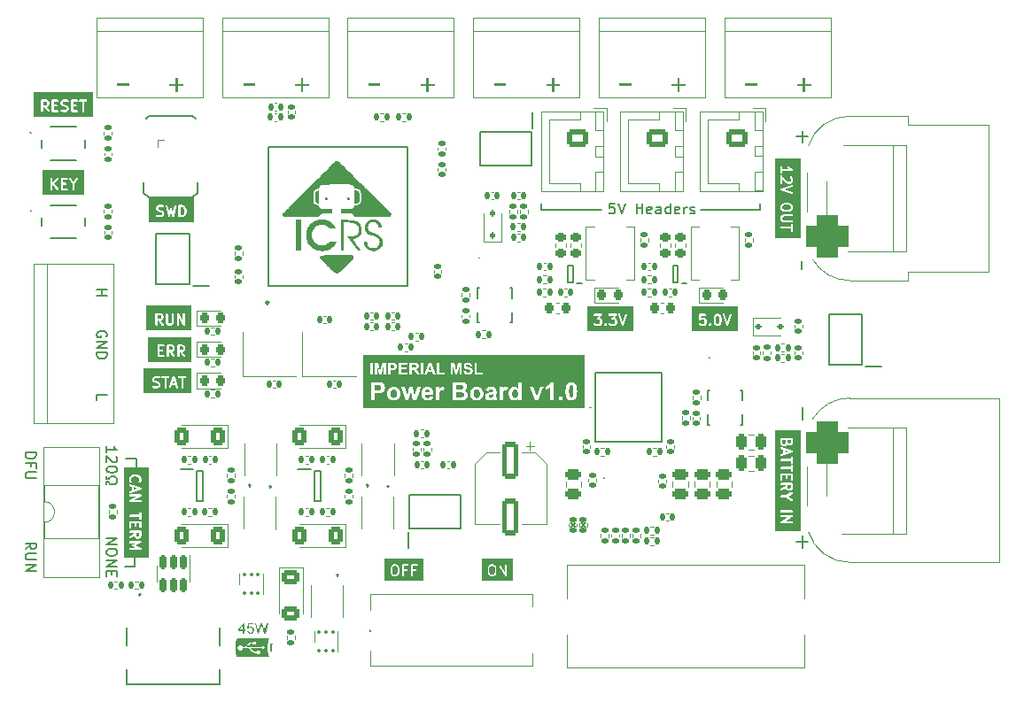
<source format=gbr>
%TF.GenerationSoftware,KiCad,Pcbnew,7.0.1*%
%TF.CreationDate,2023-07-17T00:50:59+01:00*%
%TF.ProjectId,Power Board,506f7765-7220-4426-9f61-72642e6b6963,rev?*%
%TF.SameCoordinates,Original*%
%TF.FileFunction,Legend,Top*%
%TF.FilePolarity,Positive*%
%FSLAX46Y46*%
G04 Gerber Fmt 4.6, Leading zero omitted, Abs format (unit mm)*
G04 Created by KiCad (PCBNEW 7.0.1) date 2023-07-17 00:50:59*
%MOMM*%
%LPD*%
G01*
G04 APERTURE LIST*
G04 Aperture macros list*
%AMRoundRect*
0 Rectangle with rounded corners*
0 $1 Rounding radius*
0 $2 $3 $4 $5 $6 $7 $8 $9 X,Y pos of 4 corners*
0 Add a 4 corners polygon primitive as box body*
4,1,4,$2,$3,$4,$5,$6,$7,$8,$9,$2,$3,0*
0 Add four circle primitives for the rounded corners*
1,1,$1+$1,$2,$3*
1,1,$1+$1,$4,$5*
1,1,$1+$1,$6,$7*
1,1,$1+$1,$8,$9*
0 Add four rect primitives between the rounded corners*
20,1,$1+$1,$2,$3,$4,$5,0*
20,1,$1+$1,$4,$5,$6,$7,0*
20,1,$1+$1,$6,$7,$8,$9,0*
20,1,$1+$1,$8,$9,$2,$3,0*%
%AMFreePoly0*
4,1,21,-0.140000,1.193800,0.140000,1.193800,0.140000,1.893800,0.360000,1.893800,0.360000,1.193800,0.825500,1.193800,0.825500,-1.193800,0.360000,-1.194200,0.360000,-1.894200,0.140000,-1.894200,0.140000,-1.194200,-0.140000,-1.194200,-0.140000,-1.894200,-0.360000,-1.894200,-0.360000,-1.194200,-0.825500,-1.193800,-0.825500,1.193800,-0.360000,1.193800,-0.360000,1.893800,-0.140000,1.893800,
-0.140000,1.193800,-0.140000,1.193800,$1*%
G04 Aperture macros list end*
%ADD10C,0.150000*%
%ADD11C,0.200000*%
%ADD12C,0.500000*%
%ADD13C,0.300000*%
%ADD14C,0.025000*%
%ADD15C,0.120000*%
%ADD16C,0.100000*%
%ADD17C,0.152400*%
%ADD18C,0.250000*%
%ADD19C,0.127000*%
%ADD20C,0.010000*%
%ADD21R,1.200000X0.600000*%
%ADD22RoundRect,0.135000X0.135000X0.185000X-0.135000X0.185000X-0.135000X-0.185000X0.135000X-0.185000X0*%
%ADD23R,0.425000X0.400000*%
%ADD24R,1.150000X0.950000*%
%ADD25R,0.750000X0.300000*%
%ADD26R,3.000000X3.000000*%
%ADD27C,3.000000*%
%ADD28RoundRect,0.135000X0.185000X-0.135000X0.185000X0.135000X-0.185000X0.135000X-0.185000X-0.135000X0*%
%ADD29RoundRect,0.140000X-0.140000X-0.170000X0.140000X-0.170000X0.140000X0.170000X-0.140000X0.170000X0*%
%ADD30RoundRect,0.225000X-0.250000X0.225000X-0.250000X-0.225000X0.250000X-0.225000X0.250000X0.225000X0*%
%ADD31C,3.781000*%
%ADD32RoundRect,1.025000X-1.025000X1.025000X-1.025000X-1.025000X1.025000X-1.025000X1.025000X1.025000X0*%
%ADD33C,4.100000*%
%ADD34R,2.000000X0.900000*%
%ADD35RoundRect,0.140000X-0.170000X0.140000X-0.170000X-0.140000X0.170000X-0.140000X0.170000X0.140000X0*%
%ADD36RoundRect,0.250000X-0.475000X0.250000X-0.475000X-0.250000X0.475000X-0.250000X0.475000X0.250000X0*%
%ADD37R,1.950000X1.650000*%
%ADD38RoundRect,0.250000X-0.600000X0.400000X-0.600000X-0.400000X0.600000X-0.400000X0.600000X0.400000X0*%
%ADD39C,2.700000*%
%ADD40RoundRect,0.250000X-0.250000X-0.475000X0.250000X-0.475000X0.250000X0.475000X-0.250000X0.475000X0*%
%ADD41RoundRect,0.140000X0.140000X0.170000X-0.140000X0.170000X-0.140000X-0.170000X0.140000X-0.170000X0*%
%ADD42RoundRect,0.218750X-0.218750X-0.256250X0.218750X-0.256250X0.218750X0.256250X-0.218750X0.256250X0*%
%ADD43RoundRect,0.135000X-0.135000X-0.185000X0.135000X-0.185000X0.135000X0.185000X-0.135000X0.185000X0*%
%ADD44RoundRect,0.093750X0.106250X-0.093750X0.106250X0.093750X-0.106250X0.093750X-0.106250X-0.093750X0*%
%ADD45R,1.600000X1.000000*%
%ADD46R,1.600000X3.100000*%
%ADD47R,2.500000X1.500000*%
%ADD48RoundRect,0.135000X-0.185000X0.135000X-0.185000X-0.135000X0.185000X-0.135000X0.185000X0.135000X0*%
%ADD49R,0.420000X0.700000*%
%ADD50R,0.420000X0.540000*%
%ADD51R,2.370000X1.710000*%
%ADD52RoundRect,0.140000X0.170000X-0.140000X0.170000X0.140000X-0.170000X0.140000X-0.170000X-0.140000X0*%
%ADD53RoundRect,0.225000X0.225000X0.250000X-0.225000X0.250000X-0.225000X-0.250000X0.225000X-0.250000X0*%
%ADD54R,0.279400X0.838200*%
%ADD55FreePoly0,90.000000*%
%ADD56R,1.050000X0.650000*%
%ADD57R,0.650000X1.500000*%
%ADD58R,1.500000X0.650000*%
%ADD59RoundRect,0.150000X-0.150000X0.512500X-0.150000X-0.512500X0.150000X-0.512500X0.150000X0.512500X0*%
%ADD60RoundRect,0.250000X-0.550000X1.500000X-0.550000X-1.500000X0.550000X-1.500000X0.550000X1.500000X0*%
%ADD61R,0.475000X0.300000*%
%ADD62R,0.300000X1.475000*%
%ADD63R,1.475000X0.300000*%
%ADD64C,5.600000*%
%ADD65R,1.550000X5.600000*%
%ADD66C,0.600000*%
%ADD67O,0.900000X2.000000*%
%ADD68O,0.900000X1.700000*%
%ADD69RoundRect,0.250000X-0.750000X0.600000X-0.750000X-0.600000X0.750000X-0.600000X0.750000X0.600000X0*%
%ADD70O,2.000000X1.700000*%
%ADD71RoundRect,0.250000X0.400000X0.600000X-0.400000X0.600000X-0.400000X-0.600000X0.400000X-0.600000X0*%
%ADD72C,2.374900*%
%ADD73C,0.990600*%
%ADD74C,0.787400*%
%ADD75RoundRect,0.112500X0.112500X-0.187500X0.112500X0.187500X-0.112500X0.187500X-0.112500X-0.187500X0*%
%ADD76R,0.800000X0.250000*%
%ADD77R,0.700000X0.250000*%
%ADD78R,0.250000X0.700000*%
%ADD79R,0.250000X1.200000*%
%ADD80RoundRect,0.112500X-0.187500X-0.112500X0.187500X-0.112500X0.187500X0.112500X-0.187500X0.112500X0*%
G04 APERTURE END LIST*
D10*
X163195000Y-117500000D02*
X163695000Y-118000000D01*
X162185000Y-117503000D02*
X162685000Y-118003000D01*
X174700000Y-87600000D02*
X180300000Y-87600000D01*
X159400000Y-87600000D02*
X165200000Y-87600000D01*
X120700000Y-111350000D02*
X120700000Y-112350000D01*
X162685000Y-117503000D02*
X162185000Y-118003000D01*
X120600000Y-120750000D02*
X120600000Y-121750000D01*
X119700000Y-111350000D02*
X120700000Y-111350000D01*
X159400000Y-87600000D02*
X159400000Y-87000000D01*
X180300000Y-87600000D02*
X180300000Y-87000000D01*
X120600000Y-121750000D02*
X119600000Y-121750000D01*
X163695000Y-117500000D02*
X163195000Y-118000000D01*
D11*
G36*
X121022380Y-118740680D02*
G01*
X120992576Y-118800288D01*
X120967906Y-118824957D01*
X120908298Y-118854762D01*
X120812653Y-118854762D01*
X120753045Y-118824958D01*
X120728375Y-118800288D01*
X120698571Y-118740680D01*
X120698571Y-118626604D01*
X120701066Y-118602531D01*
X120698571Y-118597594D01*
X120698571Y-118483334D01*
X121022380Y-118483334D01*
X121022380Y-118740680D01*
G37*
G36*
X120806151Y-114240475D02*
G01*
X120508095Y-114339828D01*
X120508095Y-114141124D01*
X120806151Y-114240475D01*
G37*
G36*
X121942857Y-120880953D02*
G01*
X119557143Y-120880953D01*
X119557143Y-120064832D01*
X120019219Y-120064832D01*
X120043614Y-120118251D01*
X120093017Y-120150000D01*
X121114812Y-120150000D01*
X121136364Y-120153280D01*
X121157023Y-120144049D01*
X121178727Y-120137677D01*
X121183426Y-120132253D01*
X121189981Y-120129325D01*
X121202369Y-120110391D01*
X121217184Y-120093295D01*
X121218205Y-120086190D01*
X121222135Y-120080185D01*
X121222321Y-120057561D01*
X121225541Y-120035168D01*
X121222559Y-120028639D01*
X121222619Y-120021461D01*
X121210543Y-120002326D01*
X121201146Y-119981749D01*
X121195107Y-119977868D01*
X121191277Y-119971799D01*
X121170777Y-119962232D01*
X121151743Y-119950000D01*
X121144565Y-119950000D01*
X120644565Y-119716666D01*
X121157813Y-119477151D01*
X121178727Y-119471011D01*
X121193541Y-119453914D01*
X121210518Y-119438957D01*
X121212483Y-119432053D01*
X121217184Y-119426629D01*
X121220403Y-119404236D01*
X121226599Y-119382476D01*
X121224519Y-119375604D01*
X121225541Y-119368502D01*
X121216144Y-119347926D01*
X121209591Y-119326268D01*
X121204127Y-119321612D01*
X121201146Y-119315083D01*
X121182114Y-119302852D01*
X121164894Y-119288177D01*
X121157780Y-119287213D01*
X121151743Y-119283334D01*
X121129124Y-119283334D01*
X121106700Y-119280298D01*
X121100194Y-119283334D01*
X120108001Y-119283334D01*
X120066033Y-119295657D01*
X120027576Y-119340039D01*
X120019219Y-119398166D01*
X120043614Y-119451585D01*
X120093017Y-119483334D01*
X120671623Y-119483334D01*
X120366535Y-119625708D01*
X120340494Y-119637343D01*
X120331830Y-119650582D01*
X120319957Y-119661044D01*
X120316083Y-119674647D01*
X120308340Y-119686482D01*
X120308209Y-119702304D01*
X120303876Y-119717525D01*
X120307972Y-119731063D01*
X120307856Y-119745206D01*
X120316301Y-119758587D01*
X120320884Y-119773733D01*
X120331649Y-119782907D01*
X120339198Y-119794868D01*
X120353535Y-119801558D01*
X120365581Y-119811824D01*
X120379598Y-119813721D01*
X120671624Y-119950000D01*
X120108001Y-119950000D01*
X120066033Y-119962323D01*
X120027576Y-120006705D01*
X120019219Y-120064832D01*
X119557143Y-120064832D01*
X119557143Y-118398166D01*
X120019219Y-118398166D01*
X120043614Y-118451585D01*
X120093017Y-118483334D01*
X120498571Y-118483334D01*
X120498571Y-118569363D01*
X120053254Y-118881085D01*
X120025939Y-118915247D01*
X120019885Y-118973660D01*
X120046373Y-119026072D01*
X120096992Y-119055845D01*
X120155671Y-119053524D01*
X120507054Y-118807555D01*
X120510894Y-118820633D01*
X120518035Y-118826821D01*
X120551139Y-118893029D01*
X120554717Y-118909472D01*
X120574196Y-118928951D01*
X120592968Y-118949132D01*
X120594861Y-118949616D01*
X120614232Y-118968987D01*
X120622825Y-118983454D01*
X120647461Y-118995772D01*
X120671655Y-119008983D01*
X120673603Y-119008843D01*
X120739508Y-119041796D01*
X120759684Y-119054762D01*
X120780119Y-119054762D01*
X120800235Y-119058382D01*
X120808963Y-119054762D01*
X120926519Y-119054762D01*
X120950362Y-119057336D01*
X120968638Y-119048197D01*
X120988251Y-119042439D01*
X120994439Y-119035297D01*
X121060647Y-119002193D01*
X121077090Y-118998616D01*
X121096569Y-118979136D01*
X121116750Y-118960365D01*
X121117234Y-118958471D01*
X121136605Y-118939100D01*
X121151072Y-118930508D01*
X121163390Y-118905871D01*
X121176601Y-118881678D01*
X121176461Y-118879729D01*
X121209414Y-118813824D01*
X121222380Y-118793649D01*
X121222380Y-118773214D01*
X121226000Y-118753098D01*
X121222380Y-118744370D01*
X121222380Y-118390488D01*
X121225541Y-118368502D01*
X121216314Y-118348298D01*
X121210057Y-118326987D01*
X121204306Y-118322004D01*
X121201146Y-118315083D01*
X121182460Y-118303074D01*
X121165675Y-118288530D01*
X121158143Y-118287447D01*
X121151743Y-118283334D01*
X121129534Y-118283334D01*
X121107548Y-118280173D01*
X121100626Y-118283334D01*
X120605725Y-118283334D01*
X120583739Y-118280173D01*
X120576817Y-118283334D01*
X120108001Y-118283334D01*
X120066033Y-118295657D01*
X120027576Y-118340039D01*
X120019219Y-118398166D01*
X119557143Y-118398166D01*
X119557143Y-117493404D01*
X120019219Y-117493404D01*
X120022380Y-117500326D01*
X120022380Y-117969141D01*
X120034703Y-118011109D01*
X120079085Y-118049566D01*
X120137212Y-118057923D01*
X120190631Y-118033528D01*
X120222380Y-117984125D01*
X120222380Y-117578572D01*
X120546190Y-117578572D01*
X120546190Y-117826284D01*
X120558513Y-117868252D01*
X120602895Y-117906709D01*
X120661022Y-117915066D01*
X120714441Y-117890671D01*
X120746190Y-117841268D01*
X120746190Y-117578572D01*
X121022380Y-117578572D01*
X121022380Y-117969141D01*
X121034703Y-118011109D01*
X121079085Y-118049566D01*
X121137212Y-118057923D01*
X121190631Y-118033528D01*
X121222380Y-117984125D01*
X121222380Y-117485726D01*
X121225541Y-117463740D01*
X121216314Y-117443536D01*
X121210057Y-117422225D01*
X121204306Y-117417242D01*
X121201146Y-117410321D01*
X121182460Y-117398312D01*
X121165675Y-117383768D01*
X121158143Y-117382685D01*
X121151743Y-117378572D01*
X121129534Y-117378572D01*
X121107548Y-117375411D01*
X121100626Y-117378572D01*
X120653344Y-117378572D01*
X120631358Y-117375411D01*
X120624436Y-117378572D01*
X120129534Y-117378572D01*
X120107548Y-117375411D01*
X120087344Y-117384637D01*
X120066033Y-117390895D01*
X120061050Y-117396645D01*
X120054129Y-117399806D01*
X120042120Y-117418491D01*
X120027576Y-117435277D01*
X120026493Y-117442808D01*
X120022380Y-117449209D01*
X120022380Y-117471418D01*
X120019219Y-117493404D01*
X119557143Y-117493404D01*
X119557143Y-116874356D01*
X120019219Y-116874356D01*
X120043614Y-116927775D01*
X120093017Y-116959524D01*
X121022380Y-116959524D01*
X121022380Y-117159617D01*
X121034703Y-117201585D01*
X121079085Y-117240042D01*
X121137212Y-117248399D01*
X121190631Y-117224004D01*
X121222380Y-117174601D01*
X121222380Y-116866678D01*
X121225541Y-116844692D01*
X121222380Y-116837770D01*
X121222380Y-116559431D01*
X121210057Y-116517463D01*
X121165675Y-116479006D01*
X121107548Y-116470649D01*
X121054129Y-116495044D01*
X121022380Y-116544447D01*
X121022380Y-116759524D01*
X120108001Y-116759524D01*
X120066033Y-116771847D01*
X120027576Y-116816229D01*
X120019219Y-116874356D01*
X119557143Y-116874356D01*
X119557143Y-115488016D01*
X120018587Y-115488016D01*
X120019618Y-115490625D01*
X120019219Y-115493403D01*
X120030336Y-115517746D01*
X120040170Y-115542631D01*
X120042447Y-115544268D01*
X120043614Y-115546822D01*
X120066129Y-115561291D01*
X120087854Y-115576908D01*
X120090656Y-115577053D01*
X120093017Y-115578571D01*
X120119778Y-115578571D01*
X120146500Y-115579963D01*
X120148936Y-115578571D01*
X121136759Y-115578571D01*
X121178727Y-115566248D01*
X121217184Y-115521866D01*
X121225541Y-115463739D01*
X121201146Y-115410320D01*
X121151743Y-115378571D01*
X120498936Y-115378571D01*
X121161805Y-114999788D01*
X121178727Y-114994820D01*
X121196254Y-114974591D01*
X121214803Y-114955312D01*
X121215346Y-114952558D01*
X121217184Y-114950438D01*
X121220992Y-114923950D01*
X121226173Y-114897698D01*
X121225141Y-114895088D01*
X121225541Y-114892311D01*
X121214423Y-114867967D01*
X121204590Y-114843083D01*
X121202312Y-114841445D01*
X121201146Y-114838892D01*
X121178630Y-114824422D01*
X121156906Y-114808806D01*
X121154103Y-114808659D01*
X121151743Y-114807143D01*
X121124993Y-114807143D01*
X121098261Y-114805750D01*
X121095823Y-114807143D01*
X120108001Y-114807143D01*
X120066033Y-114819466D01*
X120027576Y-114863848D01*
X120019219Y-114921975D01*
X120043614Y-114975394D01*
X120093017Y-115007143D01*
X120745823Y-115007143D01*
X120082954Y-115385925D01*
X120066033Y-115390894D01*
X120048505Y-115411122D01*
X120029957Y-115430402D01*
X120029413Y-115433155D01*
X120027576Y-115435276D01*
X120023767Y-115461763D01*
X120018587Y-115488016D01*
X119557143Y-115488016D01*
X119557143Y-114562715D01*
X120018750Y-114562715D01*
X120029203Y-114620502D01*
X120069239Y-114663466D01*
X120126147Y-114677963D01*
X120417276Y-114580919D01*
X120422927Y-114581732D01*
X120444784Y-114571750D01*
X121136840Y-114341064D01*
X121148109Y-114341472D01*
X121164160Y-114331957D01*
X121167643Y-114330797D01*
X121176475Y-114324658D01*
X121198627Y-114311529D01*
X121200368Y-114308053D01*
X121203561Y-114305835D01*
X121213405Y-114282038D01*
X121224937Y-114259027D01*
X121224523Y-114255163D01*
X121226010Y-114251570D01*
X121221426Y-114226232D01*
X121218686Y-114200635D01*
X121216247Y-114197606D01*
X121215556Y-114193783D01*
X121198009Y-114174953D01*
X121181859Y-114154893D01*
X121178170Y-114153663D01*
X121175521Y-114150820D01*
X121150570Y-114144463D01*
X120458567Y-113913796D01*
X120451390Y-113907577D01*
X120431202Y-113904674D01*
X120140362Y-113807728D01*
X120096650Y-113806147D01*
X120046132Y-113836090D01*
X120019823Y-113888592D01*
X120026073Y-113946984D01*
X120062901Y-113992726D01*
X120308095Y-114074457D01*
X120308095Y-114406495D01*
X120077116Y-114483488D01*
X120041199Y-114508450D01*
X120018750Y-114562715D01*
X119557143Y-114562715D01*
X119557143Y-113434719D01*
X120018226Y-113434719D01*
X120026939Y-113460857D01*
X120034703Y-113487299D01*
X120036179Y-113488578D01*
X120073429Y-113600325D01*
X120078527Y-113623757D01*
X120092974Y-113638204D01*
X120104641Y-113654991D01*
X120113373Y-113658603D01*
X120157076Y-113702306D01*
X120195465Y-113723268D01*
X120254041Y-113719078D01*
X120301052Y-113683886D01*
X120321575Y-113628863D01*
X120309092Y-113571480D01*
X120257403Y-113519791D01*
X120222380Y-113414724D01*
X120222380Y-113351943D01*
X120257402Y-113246875D01*
X120324474Y-113179804D01*
X120395377Y-113144352D01*
X120563263Y-113102381D01*
X120681497Y-113102381D01*
X120849384Y-113144352D01*
X120920287Y-113179804D01*
X120987357Y-113246874D01*
X121022380Y-113351940D01*
X121022380Y-113414725D01*
X120987357Y-113519791D01*
X120946264Y-113560885D01*
X120925302Y-113599274D01*
X120929491Y-113657850D01*
X120964684Y-113704862D01*
X121019707Y-113725385D01*
X121077090Y-113712901D01*
X121141660Y-113648330D01*
X121160344Y-113633288D01*
X121166806Y-113613900D01*
X121176601Y-113595963D01*
X121175926Y-113586539D01*
X121213282Y-113474470D01*
X121222380Y-113460315D01*
X121222380Y-113432760D01*
X121223376Y-113405223D01*
X121222380Y-113403543D01*
X121222380Y-113348252D01*
X121226534Y-113331947D01*
X121217820Y-113305806D01*
X121210057Y-113279367D01*
X121208580Y-113278087D01*
X121171334Y-113166349D01*
X121166235Y-113142909D01*
X121151782Y-113128456D01*
X121140120Y-113111676D01*
X121131390Y-113108064D01*
X121059098Y-113035773D01*
X121050507Y-113021308D01*
X121025872Y-113008990D01*
X121001677Y-112995779D01*
X120999727Y-112995918D01*
X120944939Y-112968524D01*
X120937025Y-112960107D01*
X120919185Y-112955647D01*
X120916145Y-112954127D01*
X120905293Y-112952174D01*
X120734028Y-112909357D01*
X120723172Y-112902381D01*
X120706121Y-112902381D01*
X120704113Y-112901879D01*
X120691767Y-112902381D01*
X120567411Y-112902381D01*
X120555185Y-112898245D01*
X120538641Y-112902381D01*
X120536573Y-112902381D01*
X120524722Y-112905860D01*
X120353501Y-112948665D01*
X120342017Y-112947426D01*
X120325573Y-112955647D01*
X120322273Y-112956473D01*
X120312756Y-112962056D01*
X120231734Y-113002567D01*
X120215290Y-113006145D01*
X120195803Y-113025631D01*
X120175629Y-113044397D01*
X120175144Y-113046290D01*
X120103101Y-113118334D01*
X120084417Y-113133377D01*
X120077953Y-113152767D01*
X120068160Y-113170703D01*
X120068833Y-113180126D01*
X120031477Y-113292195D01*
X120022380Y-113306351D01*
X120022380Y-113333906D01*
X120021384Y-113361443D01*
X120022380Y-113363123D01*
X120022380Y-113418412D01*
X120018226Y-113434719D01*
X119557143Y-113434719D01*
X119557143Y-112219048D01*
X121942857Y-112219048D01*
X121942857Y-120880953D01*
G37*
X117874761Y-99738095D02*
X117922380Y-99642857D01*
X117922380Y-99642857D02*
X117922380Y-99500000D01*
X117922380Y-99500000D02*
X117874761Y-99357143D01*
X117874761Y-99357143D02*
X117779523Y-99261905D01*
X117779523Y-99261905D02*
X117684285Y-99214286D01*
X117684285Y-99214286D02*
X117493809Y-99166667D01*
X117493809Y-99166667D02*
X117350952Y-99166667D01*
X117350952Y-99166667D02*
X117160476Y-99214286D01*
X117160476Y-99214286D02*
X117065238Y-99261905D01*
X117065238Y-99261905D02*
X116970000Y-99357143D01*
X116970000Y-99357143D02*
X116922380Y-99500000D01*
X116922380Y-99500000D02*
X116922380Y-99595238D01*
X116922380Y-99595238D02*
X116970000Y-99738095D01*
X116970000Y-99738095D02*
X117017619Y-99785714D01*
X117017619Y-99785714D02*
X117350952Y-99785714D01*
X117350952Y-99785714D02*
X117350952Y-99595238D01*
X116922380Y-100214286D02*
X117922380Y-100214286D01*
X117922380Y-100214286D02*
X116922380Y-100785714D01*
X116922380Y-100785714D02*
X117922380Y-100785714D01*
X116922380Y-101261905D02*
X117922380Y-101261905D01*
X117922380Y-101261905D02*
X117922380Y-101500000D01*
X117922380Y-101500000D02*
X117874761Y-101642857D01*
X117874761Y-101642857D02*
X117779523Y-101738095D01*
X117779523Y-101738095D02*
X117684285Y-101785714D01*
X117684285Y-101785714D02*
X117493809Y-101833333D01*
X117493809Y-101833333D02*
X117350952Y-101833333D01*
X117350952Y-101833333D02*
X117160476Y-101785714D01*
X117160476Y-101785714D02*
X117065238Y-101738095D01*
X117065238Y-101738095D02*
X116970000Y-101642857D01*
X116970000Y-101642857D02*
X116922380Y-101500000D01*
X116922380Y-101500000D02*
X116922380Y-101261905D01*
G36*
X123059811Y-97707423D02*
G01*
X123084481Y-97732093D01*
X123114285Y-97791701D01*
X123114285Y-97887346D01*
X123084481Y-97946954D01*
X123059811Y-97971623D01*
X123000203Y-98001428D01*
X122886127Y-98001428D01*
X122862054Y-97998933D01*
X122857117Y-98001428D01*
X122742857Y-98001428D01*
X122742857Y-97677619D01*
X123000203Y-97677619D01*
X123059811Y-97707423D01*
G37*
G36*
X125942857Y-99142857D02*
G01*
X121661905Y-99142857D01*
X121661905Y-98116260D01*
X122539696Y-98116260D01*
X122542857Y-98123182D01*
X122542857Y-98591998D01*
X122555180Y-98633966D01*
X122599562Y-98672423D01*
X122657689Y-98680780D01*
X122711108Y-98656385D01*
X122742857Y-98606982D01*
X122742857Y-98201428D01*
X122828886Y-98201428D01*
X123140608Y-98646745D01*
X123174770Y-98674060D01*
X123233183Y-98680114D01*
X123285595Y-98653626D01*
X123315368Y-98603008D01*
X123313047Y-98544328D01*
X123215937Y-98405600D01*
X123540283Y-98405600D01*
X123549421Y-98423876D01*
X123555180Y-98443489D01*
X123562321Y-98449677D01*
X123595425Y-98515884D01*
X123599002Y-98532327D01*
X123618485Y-98551810D01*
X123637254Y-98571988D01*
X123639146Y-98572471D01*
X123658518Y-98591844D01*
X123667111Y-98606311D01*
X123691749Y-98618630D01*
X123715940Y-98631840D01*
X123717889Y-98631700D01*
X123783794Y-98664653D01*
X123803970Y-98677619D01*
X123824405Y-98677619D01*
X123844521Y-98681239D01*
X123853249Y-98677619D01*
X124018424Y-98677619D01*
X124042267Y-98680193D01*
X124060543Y-98671054D01*
X124080156Y-98665296D01*
X124086344Y-98658154D01*
X124152552Y-98625050D01*
X124168996Y-98621473D01*
X124188481Y-98601987D01*
X124208655Y-98583222D01*
X124209139Y-98581328D01*
X124228512Y-98561955D01*
X124242977Y-98553364D01*
X124255294Y-98528729D01*
X124268506Y-98504533D01*
X124268366Y-98502585D01*
X124301319Y-98436680D01*
X124314285Y-98416505D01*
X124314285Y-98396070D01*
X124317905Y-98375954D01*
X124314285Y-98367226D01*
X124314285Y-97601739D01*
X124589084Y-97601739D01*
X124590476Y-97604175D01*
X124590476Y-98591998D01*
X124602799Y-98633966D01*
X124647181Y-98672423D01*
X124705308Y-98680780D01*
X124758727Y-98656385D01*
X124790476Y-98606982D01*
X124790476Y-97954175D01*
X125169258Y-98617044D01*
X125174227Y-98633966D01*
X125194455Y-98651493D01*
X125213735Y-98670042D01*
X125216488Y-98670585D01*
X125218609Y-98672423D01*
X125245096Y-98676231D01*
X125271349Y-98681412D01*
X125273958Y-98680380D01*
X125276736Y-98680780D01*
X125301079Y-98669662D01*
X125325964Y-98659829D01*
X125327601Y-98657551D01*
X125330155Y-98656385D01*
X125344624Y-98633869D01*
X125360241Y-98612145D01*
X125360387Y-98609342D01*
X125361904Y-98606982D01*
X125361904Y-98580232D01*
X125363297Y-98553500D01*
X125361904Y-98551062D01*
X125361904Y-97563240D01*
X125349581Y-97521272D01*
X125305199Y-97482815D01*
X125247072Y-97474458D01*
X125193653Y-97498853D01*
X125161904Y-97548256D01*
X125161904Y-98201062D01*
X124783121Y-97538193D01*
X124778153Y-97521272D01*
X124757924Y-97503744D01*
X124738645Y-97485196D01*
X124735891Y-97484652D01*
X124733771Y-97482815D01*
X124707283Y-97479006D01*
X124681031Y-97473826D01*
X124678421Y-97474857D01*
X124675644Y-97474458D01*
X124651300Y-97485575D01*
X124626416Y-97495409D01*
X124624778Y-97497686D01*
X124622225Y-97498853D01*
X124607755Y-97521368D01*
X124592139Y-97543093D01*
X124591993Y-97545895D01*
X124590476Y-97548256D01*
X124590476Y-97575017D01*
X124589084Y-97601739D01*
X124314285Y-97601739D01*
X124314285Y-97563240D01*
X124301962Y-97521272D01*
X124257580Y-97482815D01*
X124199453Y-97474458D01*
X124146034Y-97498853D01*
X124114285Y-97548256D01*
X124114285Y-98363536D01*
X124084481Y-98423143D01*
X124059810Y-98447814D01*
X124000203Y-98477619D01*
X123856939Y-98477619D01*
X123797332Y-98447815D01*
X123772661Y-98423143D01*
X123742857Y-98363536D01*
X123742857Y-97563240D01*
X123730534Y-97521272D01*
X123686152Y-97482815D01*
X123628025Y-97474458D01*
X123574606Y-97498853D01*
X123542857Y-97548256D01*
X123542857Y-98381757D01*
X123540283Y-98405600D01*
X123215937Y-98405600D01*
X123067078Y-98192944D01*
X123080156Y-98189105D01*
X123086344Y-98181963D01*
X123152552Y-98148859D01*
X123168995Y-98145282D01*
X123188474Y-98125802D01*
X123208655Y-98107031D01*
X123209139Y-98105137D01*
X123228510Y-98085766D01*
X123242977Y-98077174D01*
X123255295Y-98052537D01*
X123268506Y-98028344D01*
X123268366Y-98026395D01*
X123301319Y-97960490D01*
X123314285Y-97940315D01*
X123314285Y-97919880D01*
X123317905Y-97899764D01*
X123314285Y-97891036D01*
X123314285Y-97773479D01*
X123316859Y-97749636D01*
X123307720Y-97731358D01*
X123301962Y-97711748D01*
X123294820Y-97705560D01*
X123261715Y-97639349D01*
X123258139Y-97622909D01*
X123238664Y-97603434D01*
X123219888Y-97583248D01*
X123217993Y-97582763D01*
X123198623Y-97563393D01*
X123190031Y-97548927D01*
X123165396Y-97536609D01*
X123141201Y-97523398D01*
X123139251Y-97523537D01*
X123073350Y-97490586D01*
X123053172Y-97477619D01*
X123032736Y-97477619D01*
X123012621Y-97473999D01*
X123003893Y-97477619D01*
X122650011Y-97477619D01*
X122628025Y-97474458D01*
X122607821Y-97483684D01*
X122586510Y-97489942D01*
X122581527Y-97495692D01*
X122574606Y-97498853D01*
X122562597Y-97517538D01*
X122548053Y-97534324D01*
X122546970Y-97541855D01*
X122542857Y-97548256D01*
X122542857Y-97570465D01*
X122539696Y-97592451D01*
X122542857Y-97599373D01*
X122542857Y-98094274D01*
X122539696Y-98116260D01*
X121661905Y-98116260D01*
X121661905Y-96757143D01*
X125942857Y-96757143D01*
X125942857Y-99142857D01*
G37*
D12*
G36*
X124438136Y-76317369D02*
G01*
X124438136Y-75770265D01*
X123890055Y-75770265D01*
X123890055Y-75535792D01*
X124438136Y-75535792D01*
X124438136Y-75004319D01*
X124671633Y-75004319D01*
X124671633Y-75535792D01*
X125219713Y-75535792D01*
X125219713Y-75770265D01*
X124671633Y-75770265D01*
X124671633Y-76317369D01*
X124438136Y-76317369D01*
G37*
D11*
G36*
X112143144Y-77277423D02*
G01*
X112167814Y-77302093D01*
X112197618Y-77361701D01*
X112197618Y-77457346D01*
X112167814Y-77516954D01*
X112143144Y-77541623D01*
X112083536Y-77571428D01*
X111969460Y-77571428D01*
X111945387Y-77568933D01*
X111940450Y-77571428D01*
X111826190Y-77571428D01*
X111826190Y-77247619D01*
X112083536Y-77247619D01*
X112143144Y-77277423D01*
G37*
G36*
X116604762Y-78712857D02*
G01*
X110895238Y-78712857D01*
X110895238Y-77686260D01*
X111623029Y-77686260D01*
X111626190Y-77693182D01*
X111626190Y-78161998D01*
X111638513Y-78203966D01*
X111682895Y-78242423D01*
X111741022Y-78250780D01*
X111794441Y-78226385D01*
X111826190Y-78176982D01*
X111826190Y-77771428D01*
X111912219Y-77771428D01*
X112223941Y-78216745D01*
X112258103Y-78244060D01*
X112316516Y-78250114D01*
X112368928Y-78223626D01*
X112398701Y-78173008D01*
X112398283Y-78162451D01*
X112623029Y-78162451D01*
X112632255Y-78182654D01*
X112638513Y-78203966D01*
X112644263Y-78208948D01*
X112647424Y-78215870D01*
X112666109Y-78227878D01*
X112682895Y-78242423D01*
X112690426Y-78243505D01*
X112696827Y-78247619D01*
X112719036Y-78247619D01*
X112741022Y-78250780D01*
X112747944Y-78247619D01*
X113216759Y-78247619D01*
X113258727Y-78235296D01*
X113297184Y-78190914D01*
X113305541Y-78132787D01*
X113281146Y-78079368D01*
X113231743Y-78047619D01*
X112826190Y-78047619D01*
X112826190Y-77723809D01*
X113073902Y-77723809D01*
X113115870Y-77711486D01*
X113154327Y-77667104D01*
X113162684Y-77608977D01*
X113138289Y-77555558D01*
X113088886Y-77523809D01*
X112826190Y-77523809D01*
X112826190Y-77349283D01*
X113479713Y-77349283D01*
X113483333Y-77358011D01*
X113483333Y-77427948D01*
X113480759Y-77451791D01*
X113489897Y-77470067D01*
X113495656Y-77489680D01*
X113502797Y-77495868D01*
X113535901Y-77562076D01*
X113539479Y-77578519D01*
X113558958Y-77597998D01*
X113577730Y-77618179D01*
X113579623Y-77618663D01*
X113598994Y-77638034D01*
X113607587Y-77652501D01*
X113632223Y-77664819D01*
X113656417Y-77678030D01*
X113658365Y-77677890D01*
X113713155Y-77705285D01*
X113721069Y-77713702D01*
X113738907Y-77718161D01*
X113741948Y-77719682D01*
X113752802Y-77721635D01*
X113929384Y-77765780D01*
X114000287Y-77801232D01*
X114024957Y-77825902D01*
X114054761Y-77885510D01*
X114054761Y-77933536D01*
X114024957Y-77993143D01*
X114000286Y-78017814D01*
X113940679Y-78047619D01*
X113742417Y-78047619D01*
X113601315Y-78000585D01*
X113557603Y-77999004D01*
X113507085Y-78028947D01*
X113480776Y-78081448D01*
X113487026Y-78139841D01*
X113523854Y-78185583D01*
X113682671Y-78238521D01*
X113696827Y-78247619D01*
X113724382Y-78247619D01*
X113751919Y-78248615D01*
X113753599Y-78247619D01*
X113958900Y-78247619D01*
X113982743Y-78250193D01*
X114001019Y-78241054D01*
X114020632Y-78235296D01*
X114026820Y-78228154D01*
X114093028Y-78195050D01*
X114109472Y-78191473D01*
X114128957Y-78171987D01*
X114139209Y-78162451D01*
X114480172Y-78162451D01*
X114489398Y-78182654D01*
X114495656Y-78203966D01*
X114501406Y-78208948D01*
X114504567Y-78215870D01*
X114523252Y-78227878D01*
X114540038Y-78242423D01*
X114547569Y-78243505D01*
X114553970Y-78247619D01*
X114576179Y-78247619D01*
X114598165Y-78250780D01*
X114605087Y-78247619D01*
X115073902Y-78247619D01*
X115115870Y-78235296D01*
X115154327Y-78190914D01*
X115162684Y-78132787D01*
X115138289Y-78079368D01*
X115088886Y-78047619D01*
X114683333Y-78047619D01*
X114683333Y-77723809D01*
X114931045Y-77723809D01*
X114973013Y-77711486D01*
X115011470Y-77667104D01*
X115019827Y-77608977D01*
X114995432Y-77555558D01*
X114946029Y-77523809D01*
X114683333Y-77523809D01*
X114683333Y-77247619D01*
X115073902Y-77247619D01*
X115115870Y-77235296D01*
X115154327Y-77190914D01*
X115158419Y-77162451D01*
X115242077Y-77162451D01*
X115266472Y-77215870D01*
X115315875Y-77247619D01*
X115530952Y-77247619D01*
X115530952Y-78161998D01*
X115543275Y-78203966D01*
X115587657Y-78242423D01*
X115645784Y-78250780D01*
X115699203Y-78226385D01*
X115730952Y-78176982D01*
X115730952Y-77247619D01*
X115931045Y-77247619D01*
X115973013Y-77235296D01*
X116011470Y-77190914D01*
X116019827Y-77132787D01*
X115995432Y-77079368D01*
X115946029Y-77047619D01*
X115638106Y-77047619D01*
X115616120Y-77044458D01*
X115609198Y-77047619D01*
X115330859Y-77047619D01*
X115288891Y-77059942D01*
X115250434Y-77104324D01*
X115242077Y-77162451D01*
X115158419Y-77162451D01*
X115162684Y-77132787D01*
X115138289Y-77079368D01*
X115088886Y-77047619D01*
X114590487Y-77047619D01*
X114568501Y-77044458D01*
X114548297Y-77053684D01*
X114526986Y-77059942D01*
X114522003Y-77065692D01*
X114515082Y-77068853D01*
X114503073Y-77087538D01*
X114488529Y-77104324D01*
X114487446Y-77111855D01*
X114483333Y-77118256D01*
X114483333Y-77140465D01*
X114480172Y-77162451D01*
X114483333Y-77169373D01*
X114483333Y-77616655D01*
X114480172Y-77638641D01*
X114483333Y-77645563D01*
X114483333Y-78140465D01*
X114480172Y-78162451D01*
X114139209Y-78162451D01*
X114149131Y-78153222D01*
X114149615Y-78151328D01*
X114168988Y-78131955D01*
X114183453Y-78123364D01*
X114195770Y-78098729D01*
X114208982Y-78074533D01*
X114208842Y-78072585D01*
X114241795Y-78006680D01*
X114254761Y-77986505D01*
X114254761Y-77966070D01*
X114258381Y-77945954D01*
X114254761Y-77937226D01*
X114254761Y-77867288D01*
X114257335Y-77843445D01*
X114248196Y-77825167D01*
X114242438Y-77805557D01*
X114235296Y-77799369D01*
X114202191Y-77733158D01*
X114198615Y-77716718D01*
X114179140Y-77697243D01*
X114160364Y-77677057D01*
X114158469Y-77676572D01*
X114139099Y-77657202D01*
X114130507Y-77642736D01*
X114105872Y-77630418D01*
X114081677Y-77617207D01*
X114079727Y-77617346D01*
X114024939Y-77589952D01*
X114017025Y-77581535D01*
X113999185Y-77577075D01*
X113996145Y-77575555D01*
X113985293Y-77573602D01*
X113808709Y-77529456D01*
X113737807Y-77494005D01*
X113713137Y-77469335D01*
X113683333Y-77409727D01*
X113683333Y-77361701D01*
X113713137Y-77302092D01*
X113737807Y-77277423D01*
X113797415Y-77247619D01*
X113995676Y-77247619D01*
X114136779Y-77294653D01*
X114180490Y-77296234D01*
X114231008Y-77266291D01*
X114257318Y-77213789D01*
X114251067Y-77155397D01*
X114214239Y-77109655D01*
X114055422Y-77056716D01*
X114041267Y-77047619D01*
X114013712Y-77047619D01*
X113986174Y-77046623D01*
X113984494Y-77047619D01*
X113779193Y-77047619D01*
X113755350Y-77045045D01*
X113737072Y-77054183D01*
X113717462Y-77059942D01*
X113711274Y-77067083D01*
X113645063Y-77100188D01*
X113628623Y-77103765D01*
X113609148Y-77123239D01*
X113588962Y-77142016D01*
X113588477Y-77143910D01*
X113569107Y-77163280D01*
X113554641Y-77171873D01*
X113542323Y-77196507D01*
X113529112Y-77220703D01*
X113529251Y-77222652D01*
X113496300Y-77288553D01*
X113483333Y-77308732D01*
X113483333Y-77329168D01*
X113479713Y-77349283D01*
X112826190Y-77349283D01*
X112826190Y-77247619D01*
X113216759Y-77247619D01*
X113258727Y-77235296D01*
X113297184Y-77190914D01*
X113305541Y-77132787D01*
X113281146Y-77079368D01*
X113231743Y-77047619D01*
X112733344Y-77047619D01*
X112711358Y-77044458D01*
X112691154Y-77053684D01*
X112669843Y-77059942D01*
X112664860Y-77065692D01*
X112657939Y-77068853D01*
X112645930Y-77087538D01*
X112631386Y-77104324D01*
X112630303Y-77111855D01*
X112626190Y-77118256D01*
X112626190Y-77140465D01*
X112623029Y-77162451D01*
X112626190Y-77169373D01*
X112626190Y-77616655D01*
X112623029Y-77638641D01*
X112626190Y-77645563D01*
X112626190Y-78140465D01*
X112623029Y-78162451D01*
X112398283Y-78162451D01*
X112396380Y-78114328D01*
X112150411Y-77762944D01*
X112163489Y-77759105D01*
X112169677Y-77751963D01*
X112235885Y-77718859D01*
X112252328Y-77715282D01*
X112271807Y-77695802D01*
X112291988Y-77677031D01*
X112292472Y-77675137D01*
X112311843Y-77655766D01*
X112326310Y-77647174D01*
X112338628Y-77622537D01*
X112351839Y-77598344D01*
X112351699Y-77596395D01*
X112384652Y-77530490D01*
X112397618Y-77510315D01*
X112397618Y-77489880D01*
X112401238Y-77469764D01*
X112397618Y-77461036D01*
X112397618Y-77343479D01*
X112400192Y-77319636D01*
X112391053Y-77301358D01*
X112385295Y-77281748D01*
X112378153Y-77275560D01*
X112345048Y-77209349D01*
X112341472Y-77192909D01*
X112321997Y-77173434D01*
X112303221Y-77153248D01*
X112301326Y-77152763D01*
X112281956Y-77133393D01*
X112273364Y-77118927D01*
X112248729Y-77106609D01*
X112224534Y-77093398D01*
X112222584Y-77093537D01*
X112156683Y-77060586D01*
X112136505Y-77047619D01*
X112116069Y-77047619D01*
X112095954Y-77043999D01*
X112087226Y-77047619D01*
X111733344Y-77047619D01*
X111711358Y-77044458D01*
X111691154Y-77053684D01*
X111669843Y-77059942D01*
X111664860Y-77065692D01*
X111657939Y-77068853D01*
X111645930Y-77087538D01*
X111631386Y-77104324D01*
X111630303Y-77111855D01*
X111626190Y-77118256D01*
X111626190Y-77140465D01*
X111623029Y-77162451D01*
X111626190Y-77169373D01*
X111626190Y-77664274D01*
X111623029Y-77686260D01*
X110895238Y-77686260D01*
X110895238Y-76327143D01*
X116604762Y-76327143D01*
X116604762Y-78712857D01*
G37*
G36*
X168211905Y-99192857D02*
G01*
X163788096Y-99192857D01*
X163788096Y-98524944D01*
X164419853Y-98524944D01*
X164432336Y-98582327D01*
X164491852Y-98641844D01*
X164500445Y-98656311D01*
X164525083Y-98668630D01*
X164549274Y-98681840D01*
X164551223Y-98681700D01*
X164617128Y-98714653D01*
X164637304Y-98727619D01*
X164657739Y-98727619D01*
X164677855Y-98731239D01*
X164686583Y-98727619D01*
X164946996Y-98727619D01*
X164970839Y-98730193D01*
X164989115Y-98721054D01*
X165008728Y-98715296D01*
X165014916Y-98708154D01*
X165081124Y-98675050D01*
X165097568Y-98671473D01*
X165117053Y-98651987D01*
X165137227Y-98633222D01*
X165137711Y-98631328D01*
X165157084Y-98611955D01*
X165171549Y-98603364D01*
X165183866Y-98578729D01*
X165187232Y-98572565D01*
X165419853Y-98572565D01*
X165424574Y-98594269D01*
X165426160Y-98616423D01*
X165430719Y-98622513D01*
X165432337Y-98629948D01*
X165448041Y-98645652D01*
X165461353Y-98663434D01*
X165468482Y-98666093D01*
X165482669Y-98680280D01*
X165483752Y-98683966D01*
X165497817Y-98696153D01*
X165508971Y-98711053D01*
X165519578Y-98715009D01*
X165528134Y-98722423D01*
X165539340Y-98724034D01*
X165549275Y-98729459D01*
X165556863Y-98728916D01*
X165563994Y-98731576D01*
X165575056Y-98729169D01*
X165586261Y-98730780D01*
X165596560Y-98726076D01*
X165607851Y-98725269D01*
X165613941Y-98720709D01*
X165621377Y-98719092D01*
X165629380Y-98711088D01*
X165639680Y-98706385D01*
X165645801Y-98696859D01*
X165654862Y-98690077D01*
X165657521Y-98682947D01*
X165684698Y-98655770D01*
X165702481Y-98642459D01*
X165710244Y-98621646D01*
X165720888Y-98602154D01*
X165720345Y-98594566D01*
X165723005Y-98587436D01*
X165718282Y-98565726D01*
X165716698Y-98543578D01*
X165712139Y-98537488D01*
X165710522Y-98530053D01*
X165705413Y-98524944D01*
X165848424Y-98524944D01*
X165860907Y-98582327D01*
X165920423Y-98641844D01*
X165929016Y-98656311D01*
X165953654Y-98668630D01*
X165977845Y-98681840D01*
X165979794Y-98681700D01*
X166045699Y-98714653D01*
X166065875Y-98727619D01*
X166086310Y-98727619D01*
X166106426Y-98731239D01*
X166115154Y-98727619D01*
X166375567Y-98727619D01*
X166399410Y-98730193D01*
X166417686Y-98721054D01*
X166437299Y-98715296D01*
X166443487Y-98708154D01*
X166509695Y-98675050D01*
X166526139Y-98671473D01*
X166545624Y-98651987D01*
X166565798Y-98633222D01*
X166566282Y-98631328D01*
X166585655Y-98611955D01*
X166600120Y-98603364D01*
X166612437Y-98578729D01*
X166625649Y-98554533D01*
X166625509Y-98552585D01*
X166658462Y-98486680D01*
X166671428Y-98466505D01*
X166671428Y-98446070D01*
X166675048Y-98425954D01*
X166671428Y-98417226D01*
X166671428Y-98204431D01*
X166674002Y-98180588D01*
X166664863Y-98162310D01*
X166659105Y-98142700D01*
X166651963Y-98136512D01*
X166618858Y-98070301D01*
X166615282Y-98053861D01*
X166595807Y-98034386D01*
X166577031Y-98014200D01*
X166575136Y-98013715D01*
X166555766Y-97994345D01*
X166547174Y-97979879D01*
X166522539Y-97967561D01*
X166498344Y-97954350D01*
X166496394Y-97954489D01*
X166442063Y-97927323D01*
X166627522Y-97715370D01*
X166627775Y-97715296D01*
X166646939Y-97693178D01*
X166656154Y-97682648D01*
X166656256Y-97682426D01*
X166666232Y-97670914D01*
X166668329Y-97656324D01*
X166674516Y-97642949D01*
X166672910Y-97631386D01*
X166752989Y-97631386D01*
X167089887Y-98642079D01*
X167089480Y-98653349D01*
X167098995Y-98669402D01*
X167100155Y-98672882D01*
X167106289Y-98681709D01*
X167119423Y-98703867D01*
X167122899Y-98705609D01*
X167125117Y-98708800D01*
X167148908Y-98718642D01*
X167171925Y-98730176D01*
X167175788Y-98729762D01*
X167179382Y-98731249D01*
X167204712Y-98726666D01*
X167230317Y-98723926D01*
X167233347Y-98721486D01*
X167237169Y-98720795D01*
X167255995Y-98703251D01*
X167276059Y-98687098D01*
X167277288Y-98683409D01*
X167280132Y-98680760D01*
X167286488Y-98655809D01*
X167623224Y-97645601D01*
X167624805Y-97601890D01*
X167594862Y-97551372D01*
X167542360Y-97525062D01*
X167483968Y-97531313D01*
X167438226Y-97568140D01*
X167190476Y-98311390D01*
X166947464Y-97582355D01*
X166922502Y-97546438D01*
X166868237Y-97523989D01*
X166810450Y-97534442D01*
X166767486Y-97574478D01*
X166752989Y-97631386D01*
X166672910Y-97631386D01*
X166672421Y-97627863D01*
X166674589Y-97612787D01*
X166668466Y-97599381D01*
X166666440Y-97584782D01*
X166656520Y-97573222D01*
X166650194Y-97559368D01*
X166637795Y-97551400D01*
X166628198Y-97540215D01*
X166613603Y-97535852D01*
X166600791Y-97527619D01*
X166586055Y-97527619D01*
X166571932Y-97523398D01*
X166557296Y-97527619D01*
X165938002Y-97527619D01*
X165896034Y-97539942D01*
X165857577Y-97584324D01*
X165849220Y-97642451D01*
X165873615Y-97695870D01*
X165923018Y-97727619D01*
X166351052Y-97727619D01*
X166182000Y-97920819D01*
X166181748Y-97920894D01*
X166162583Y-97943011D01*
X166153369Y-97953542D01*
X166153266Y-97953763D01*
X166143291Y-97965276D01*
X166141193Y-97979865D01*
X166135007Y-97993241D01*
X166137101Y-98008326D01*
X166134934Y-98023403D01*
X166141056Y-98036808D01*
X166143083Y-98051408D01*
X166153002Y-98062967D01*
X166159329Y-98076822D01*
X166171727Y-98084789D01*
X166181325Y-98095975D01*
X166195919Y-98100337D01*
X166208732Y-98108571D01*
X166223468Y-98108571D01*
X166237591Y-98112792D01*
X166252227Y-98108571D01*
X166357346Y-98108571D01*
X166416954Y-98138375D01*
X166441624Y-98163045D01*
X166471428Y-98222653D01*
X166471428Y-98413536D01*
X166441624Y-98473143D01*
X166416953Y-98497814D01*
X166357346Y-98527619D01*
X166118844Y-98527619D01*
X166059237Y-98497815D01*
X166012925Y-98451502D01*
X165974536Y-98430540D01*
X165915960Y-98434729D01*
X165868948Y-98469921D01*
X165848424Y-98524944D01*
X165705413Y-98524944D01*
X165694814Y-98514345D01*
X165681506Y-98496567D01*
X165674378Y-98493908D01*
X165660187Y-98479717D01*
X165659106Y-98476033D01*
X165645038Y-98463843D01*
X165633886Y-98448946D01*
X165623280Y-98444990D01*
X165614724Y-98437576D01*
X165603519Y-98435965D01*
X165593584Y-98430540D01*
X165585994Y-98431082D01*
X165578863Y-98428423D01*
X165567800Y-98430829D01*
X165556597Y-98429219D01*
X165546299Y-98433921D01*
X165535008Y-98434729D01*
X165528916Y-98439289D01*
X165521480Y-98440907D01*
X165513476Y-98448911D01*
X165503178Y-98453614D01*
X165497057Y-98463137D01*
X165487996Y-98469921D01*
X165485336Y-98477051D01*
X165458158Y-98504230D01*
X165440376Y-98517542D01*
X165432614Y-98538351D01*
X165421969Y-98557847D01*
X165422511Y-98565436D01*
X165419853Y-98572565D01*
X165187232Y-98572565D01*
X165197078Y-98554533D01*
X165196938Y-98552585D01*
X165229891Y-98486680D01*
X165242857Y-98466505D01*
X165242857Y-98446070D01*
X165246477Y-98425954D01*
X165242857Y-98417226D01*
X165242857Y-98204431D01*
X165245431Y-98180588D01*
X165236292Y-98162310D01*
X165230534Y-98142700D01*
X165223392Y-98136512D01*
X165190287Y-98070301D01*
X165186711Y-98053861D01*
X165167236Y-98034386D01*
X165148460Y-98014200D01*
X165146565Y-98013715D01*
X165127195Y-97994345D01*
X165118603Y-97979879D01*
X165093968Y-97967561D01*
X165069773Y-97954350D01*
X165067823Y-97954489D01*
X165013492Y-97927323D01*
X165198951Y-97715370D01*
X165199204Y-97715296D01*
X165218368Y-97693178D01*
X165227583Y-97682648D01*
X165227685Y-97682426D01*
X165237661Y-97670914D01*
X165239758Y-97656324D01*
X165245945Y-97642949D01*
X165243850Y-97627863D01*
X165246018Y-97612787D01*
X165239895Y-97599381D01*
X165237869Y-97584782D01*
X165227949Y-97573222D01*
X165221623Y-97559368D01*
X165209224Y-97551400D01*
X165199627Y-97540215D01*
X165185032Y-97535852D01*
X165172220Y-97527619D01*
X165157484Y-97527619D01*
X165143361Y-97523398D01*
X165128725Y-97527619D01*
X164509431Y-97527619D01*
X164467463Y-97539942D01*
X164429006Y-97584324D01*
X164420649Y-97642451D01*
X164445044Y-97695870D01*
X164494447Y-97727619D01*
X164922481Y-97727619D01*
X164753429Y-97920819D01*
X164753177Y-97920894D01*
X164734012Y-97943011D01*
X164724798Y-97953542D01*
X164724695Y-97953763D01*
X164714720Y-97965276D01*
X164712622Y-97979865D01*
X164706436Y-97993241D01*
X164708530Y-98008326D01*
X164706363Y-98023403D01*
X164712485Y-98036808D01*
X164714512Y-98051408D01*
X164724431Y-98062967D01*
X164730758Y-98076822D01*
X164743156Y-98084789D01*
X164752754Y-98095975D01*
X164767348Y-98100337D01*
X164780161Y-98108571D01*
X164794897Y-98108571D01*
X164809020Y-98112792D01*
X164823656Y-98108571D01*
X164928775Y-98108571D01*
X164988383Y-98138375D01*
X165013053Y-98163045D01*
X165042857Y-98222653D01*
X165042857Y-98413536D01*
X165013053Y-98473143D01*
X164988382Y-98497814D01*
X164928775Y-98527619D01*
X164690273Y-98527619D01*
X164630666Y-98497815D01*
X164584354Y-98451502D01*
X164545965Y-98430540D01*
X164487389Y-98434729D01*
X164440377Y-98469921D01*
X164419853Y-98524944D01*
X163788096Y-98524944D01*
X163788096Y-96807143D01*
X168211905Y-96807143D01*
X168211905Y-99192857D01*
G37*
G36*
X125155049Y-100707423D02*
G01*
X125179719Y-100732093D01*
X125209523Y-100791701D01*
X125209523Y-100887346D01*
X125179719Y-100946954D01*
X125155049Y-100971623D01*
X125095441Y-101001428D01*
X124981365Y-101001428D01*
X124957292Y-100998933D01*
X124952355Y-101001428D01*
X124838095Y-101001428D01*
X124838095Y-100677619D01*
X125095441Y-100677619D01*
X125155049Y-100707423D01*
G37*
G36*
X124155049Y-100707423D02*
G01*
X124179719Y-100732093D01*
X124209523Y-100791701D01*
X124209523Y-100887346D01*
X124179719Y-100946954D01*
X124155049Y-100971623D01*
X124095441Y-101001428D01*
X123981365Y-101001428D01*
X123957292Y-100998933D01*
X123952355Y-101001428D01*
X123838095Y-101001428D01*
X123838095Y-100677619D01*
X124095441Y-100677619D01*
X124155049Y-100707423D01*
G37*
G36*
X125942857Y-102142857D02*
G01*
X121852381Y-102142857D01*
X121852381Y-101592451D01*
X122730172Y-101592451D01*
X122739398Y-101612654D01*
X122745656Y-101633966D01*
X122751406Y-101638948D01*
X122754567Y-101645870D01*
X122773252Y-101657878D01*
X122790038Y-101672423D01*
X122797569Y-101673505D01*
X122803970Y-101677619D01*
X122826179Y-101677619D01*
X122848165Y-101680780D01*
X122855087Y-101677619D01*
X123323902Y-101677619D01*
X123365870Y-101665296D01*
X123404327Y-101620914D01*
X123412684Y-101562787D01*
X123388289Y-101509368D01*
X123338886Y-101477619D01*
X122933333Y-101477619D01*
X122933333Y-101153809D01*
X123181045Y-101153809D01*
X123223013Y-101141486D01*
X123244871Y-101116260D01*
X123634934Y-101116260D01*
X123638095Y-101123182D01*
X123638095Y-101591998D01*
X123650418Y-101633966D01*
X123694800Y-101672423D01*
X123752927Y-101680780D01*
X123806346Y-101656385D01*
X123838095Y-101606982D01*
X123838095Y-101201428D01*
X123924124Y-101201428D01*
X124235846Y-101646745D01*
X124270008Y-101674060D01*
X124328421Y-101680114D01*
X124380833Y-101653626D01*
X124410606Y-101603008D01*
X124408285Y-101544328D01*
X124162316Y-101192944D01*
X124175394Y-101189105D01*
X124181582Y-101181963D01*
X124247790Y-101148859D01*
X124264233Y-101145282D01*
X124283712Y-101125802D01*
X124293971Y-101116260D01*
X124634934Y-101116260D01*
X124638095Y-101123182D01*
X124638095Y-101591998D01*
X124650418Y-101633966D01*
X124694800Y-101672423D01*
X124752927Y-101680780D01*
X124806346Y-101656385D01*
X124838095Y-101606982D01*
X124838095Y-101201428D01*
X124924124Y-101201428D01*
X125235846Y-101646745D01*
X125270008Y-101674060D01*
X125328421Y-101680114D01*
X125380833Y-101653626D01*
X125410606Y-101603008D01*
X125408285Y-101544328D01*
X125162316Y-101192944D01*
X125175394Y-101189105D01*
X125181582Y-101181963D01*
X125247790Y-101148859D01*
X125264233Y-101145282D01*
X125283712Y-101125802D01*
X125303893Y-101107031D01*
X125304377Y-101105137D01*
X125323748Y-101085766D01*
X125338215Y-101077174D01*
X125350533Y-101052537D01*
X125363744Y-101028344D01*
X125363604Y-101026395D01*
X125396557Y-100960490D01*
X125409523Y-100940315D01*
X125409523Y-100919880D01*
X125413143Y-100899764D01*
X125409523Y-100891036D01*
X125409523Y-100773479D01*
X125412097Y-100749636D01*
X125402958Y-100731358D01*
X125397200Y-100711748D01*
X125390058Y-100705560D01*
X125356953Y-100639349D01*
X125353377Y-100622909D01*
X125333902Y-100603434D01*
X125315126Y-100583248D01*
X125313231Y-100582763D01*
X125293861Y-100563393D01*
X125285269Y-100548927D01*
X125260634Y-100536609D01*
X125236439Y-100523398D01*
X125234489Y-100523537D01*
X125168588Y-100490586D01*
X125148410Y-100477619D01*
X125127974Y-100477619D01*
X125107859Y-100473999D01*
X125099131Y-100477619D01*
X124745249Y-100477619D01*
X124723263Y-100474458D01*
X124703059Y-100483684D01*
X124681748Y-100489942D01*
X124676765Y-100495692D01*
X124669844Y-100498853D01*
X124657835Y-100517538D01*
X124643291Y-100534324D01*
X124642208Y-100541855D01*
X124638095Y-100548256D01*
X124638095Y-100570465D01*
X124634934Y-100592451D01*
X124638095Y-100599373D01*
X124638095Y-101094274D01*
X124634934Y-101116260D01*
X124293971Y-101116260D01*
X124303893Y-101107031D01*
X124304377Y-101105137D01*
X124323748Y-101085766D01*
X124338215Y-101077174D01*
X124350533Y-101052537D01*
X124363744Y-101028344D01*
X124363604Y-101026395D01*
X124396557Y-100960490D01*
X124409523Y-100940315D01*
X124409523Y-100919880D01*
X124413143Y-100899764D01*
X124409523Y-100891036D01*
X124409523Y-100773479D01*
X124412097Y-100749636D01*
X124402958Y-100731358D01*
X124397200Y-100711748D01*
X124390058Y-100705560D01*
X124356953Y-100639349D01*
X124353377Y-100622909D01*
X124333902Y-100603434D01*
X124315126Y-100583248D01*
X124313231Y-100582763D01*
X124293861Y-100563393D01*
X124285269Y-100548927D01*
X124260634Y-100536609D01*
X124236439Y-100523398D01*
X124234489Y-100523537D01*
X124168588Y-100490586D01*
X124148410Y-100477619D01*
X124127974Y-100477619D01*
X124107859Y-100473999D01*
X124099131Y-100477619D01*
X123745249Y-100477619D01*
X123723263Y-100474458D01*
X123703059Y-100483684D01*
X123681748Y-100489942D01*
X123676765Y-100495692D01*
X123669844Y-100498853D01*
X123657835Y-100517538D01*
X123643291Y-100534324D01*
X123642208Y-100541855D01*
X123638095Y-100548256D01*
X123638095Y-100570465D01*
X123634934Y-100592451D01*
X123638095Y-100599373D01*
X123638095Y-101094274D01*
X123634934Y-101116260D01*
X123244871Y-101116260D01*
X123261470Y-101097104D01*
X123269827Y-101038977D01*
X123245432Y-100985558D01*
X123196029Y-100953809D01*
X122933333Y-100953809D01*
X122933333Y-100677619D01*
X123323902Y-100677619D01*
X123365870Y-100665296D01*
X123404327Y-100620914D01*
X123412684Y-100562787D01*
X123388289Y-100509368D01*
X123338886Y-100477619D01*
X122840487Y-100477619D01*
X122818501Y-100474458D01*
X122798297Y-100483684D01*
X122776986Y-100489942D01*
X122772003Y-100495692D01*
X122765082Y-100498853D01*
X122753073Y-100517538D01*
X122738529Y-100534324D01*
X122737446Y-100541855D01*
X122733333Y-100548256D01*
X122733333Y-100570465D01*
X122730172Y-100592451D01*
X122733333Y-100599373D01*
X122733333Y-101046655D01*
X122730172Y-101068641D01*
X122733333Y-101075563D01*
X122733333Y-101570465D01*
X122730172Y-101592451D01*
X121852381Y-101592451D01*
X121852381Y-99757143D01*
X125942857Y-99757143D01*
X125942857Y-102142857D01*
G37*
X166428570Y-86977619D02*
X165952380Y-86977619D01*
X165952380Y-86977619D02*
X165904761Y-87453809D01*
X165904761Y-87453809D02*
X165952380Y-87406190D01*
X165952380Y-87406190D02*
X166047618Y-87358571D01*
X166047618Y-87358571D02*
X166285713Y-87358571D01*
X166285713Y-87358571D02*
X166380951Y-87406190D01*
X166380951Y-87406190D02*
X166428570Y-87453809D01*
X166428570Y-87453809D02*
X166476189Y-87549047D01*
X166476189Y-87549047D02*
X166476189Y-87787142D01*
X166476189Y-87787142D02*
X166428570Y-87882380D01*
X166428570Y-87882380D02*
X166380951Y-87930000D01*
X166380951Y-87930000D02*
X166285713Y-87977619D01*
X166285713Y-87977619D02*
X166047618Y-87977619D01*
X166047618Y-87977619D02*
X165952380Y-87930000D01*
X165952380Y-87930000D02*
X165904761Y-87882380D01*
X166761904Y-86977619D02*
X167095237Y-87977619D01*
X167095237Y-87977619D02*
X167428570Y-86977619D01*
X168523809Y-87977619D02*
X168523809Y-86977619D01*
X168523809Y-87453809D02*
X169095237Y-87453809D01*
X169095237Y-87977619D02*
X169095237Y-86977619D01*
X169952380Y-87930000D02*
X169857142Y-87977619D01*
X169857142Y-87977619D02*
X169666666Y-87977619D01*
X169666666Y-87977619D02*
X169571428Y-87930000D01*
X169571428Y-87930000D02*
X169523809Y-87834761D01*
X169523809Y-87834761D02*
X169523809Y-87453809D01*
X169523809Y-87453809D02*
X169571428Y-87358571D01*
X169571428Y-87358571D02*
X169666666Y-87310952D01*
X169666666Y-87310952D02*
X169857142Y-87310952D01*
X169857142Y-87310952D02*
X169952380Y-87358571D01*
X169952380Y-87358571D02*
X169999999Y-87453809D01*
X169999999Y-87453809D02*
X169999999Y-87549047D01*
X169999999Y-87549047D02*
X169523809Y-87644285D01*
X170857142Y-87977619D02*
X170857142Y-87453809D01*
X170857142Y-87453809D02*
X170809523Y-87358571D01*
X170809523Y-87358571D02*
X170714285Y-87310952D01*
X170714285Y-87310952D02*
X170523809Y-87310952D01*
X170523809Y-87310952D02*
X170428571Y-87358571D01*
X170857142Y-87930000D02*
X170761904Y-87977619D01*
X170761904Y-87977619D02*
X170523809Y-87977619D01*
X170523809Y-87977619D02*
X170428571Y-87930000D01*
X170428571Y-87930000D02*
X170380952Y-87834761D01*
X170380952Y-87834761D02*
X170380952Y-87739523D01*
X170380952Y-87739523D02*
X170428571Y-87644285D01*
X170428571Y-87644285D02*
X170523809Y-87596666D01*
X170523809Y-87596666D02*
X170761904Y-87596666D01*
X170761904Y-87596666D02*
X170857142Y-87549047D01*
X171761904Y-87977619D02*
X171761904Y-86977619D01*
X171761904Y-87930000D02*
X171666666Y-87977619D01*
X171666666Y-87977619D02*
X171476190Y-87977619D01*
X171476190Y-87977619D02*
X171380952Y-87930000D01*
X171380952Y-87930000D02*
X171333333Y-87882380D01*
X171333333Y-87882380D02*
X171285714Y-87787142D01*
X171285714Y-87787142D02*
X171285714Y-87501428D01*
X171285714Y-87501428D02*
X171333333Y-87406190D01*
X171333333Y-87406190D02*
X171380952Y-87358571D01*
X171380952Y-87358571D02*
X171476190Y-87310952D01*
X171476190Y-87310952D02*
X171666666Y-87310952D01*
X171666666Y-87310952D02*
X171761904Y-87358571D01*
X172619047Y-87930000D02*
X172523809Y-87977619D01*
X172523809Y-87977619D02*
X172333333Y-87977619D01*
X172333333Y-87977619D02*
X172238095Y-87930000D01*
X172238095Y-87930000D02*
X172190476Y-87834761D01*
X172190476Y-87834761D02*
X172190476Y-87453809D01*
X172190476Y-87453809D02*
X172238095Y-87358571D01*
X172238095Y-87358571D02*
X172333333Y-87310952D01*
X172333333Y-87310952D02*
X172523809Y-87310952D01*
X172523809Y-87310952D02*
X172619047Y-87358571D01*
X172619047Y-87358571D02*
X172666666Y-87453809D01*
X172666666Y-87453809D02*
X172666666Y-87549047D01*
X172666666Y-87549047D02*
X172190476Y-87644285D01*
X173095238Y-87977619D02*
X173095238Y-87310952D01*
X173095238Y-87501428D02*
X173142857Y-87406190D01*
X173142857Y-87406190D02*
X173190476Y-87358571D01*
X173190476Y-87358571D02*
X173285714Y-87310952D01*
X173285714Y-87310952D02*
X173380952Y-87310952D01*
X173666667Y-87930000D02*
X173761905Y-87977619D01*
X173761905Y-87977619D02*
X173952381Y-87977619D01*
X173952381Y-87977619D02*
X174047619Y-87930000D01*
X174047619Y-87930000D02*
X174095238Y-87834761D01*
X174095238Y-87834761D02*
X174095238Y-87787142D01*
X174095238Y-87787142D02*
X174047619Y-87691904D01*
X174047619Y-87691904D02*
X173952381Y-87644285D01*
X173952381Y-87644285D02*
X173809524Y-87644285D01*
X173809524Y-87644285D02*
X173714286Y-87596666D01*
X173714286Y-87596666D02*
X173666667Y-87501428D01*
X173666667Y-87501428D02*
X173666667Y-87453809D01*
X173666667Y-87453809D02*
X173714286Y-87358571D01*
X173714286Y-87358571D02*
X173809524Y-87310952D01*
X173809524Y-87310952D02*
X173952381Y-87310952D01*
X173952381Y-87310952D02*
X174047619Y-87358571D01*
D12*
G36*
X184438136Y-76317369D02*
G01*
X184438136Y-75770265D01*
X183890055Y-75770265D01*
X183890055Y-75535792D01*
X184438136Y-75535792D01*
X184438136Y-75004319D01*
X184671633Y-75004319D01*
X184671633Y-75535792D01*
X185219713Y-75535792D01*
X185219713Y-75770265D01*
X184671633Y-75770265D01*
X184671633Y-76317369D01*
X184438136Y-76317369D01*
G37*
G36*
X142885066Y-75736001D02*
G01*
X142885066Y-75485896D01*
X144024459Y-75485896D01*
X144024459Y-75736001D01*
X142885066Y-75736001D01*
G37*
D11*
G36*
X183272380Y-114166870D02*
G01*
X183242576Y-114226478D01*
X183217906Y-114251147D01*
X183158298Y-114280952D01*
X183062653Y-114280952D01*
X183003045Y-114251148D01*
X182978375Y-114226478D01*
X182948571Y-114166870D01*
X182948571Y-114052794D01*
X182951066Y-114028721D01*
X182948571Y-114023784D01*
X182948571Y-113909524D01*
X183272380Y-113909524D01*
X183272380Y-114166870D01*
G37*
G36*
X183056151Y-110714284D02*
G01*
X182758095Y-110813637D01*
X182758095Y-110614933D01*
X183056151Y-110714284D01*
G37*
G36*
X182796190Y-109840915D02*
G01*
X182761167Y-109945981D01*
X182741716Y-109965432D01*
X182682108Y-109995237D01*
X182586463Y-109995237D01*
X182526855Y-109965433D01*
X182502185Y-109940763D01*
X182472380Y-109881153D01*
X182472380Y-109623809D01*
X182796190Y-109623809D01*
X182796190Y-109840915D01*
G37*
G36*
X183272380Y-109833536D02*
G01*
X183242576Y-109893144D01*
X183217906Y-109917813D01*
X183158298Y-109947618D01*
X183110272Y-109947618D01*
X183050664Y-109917814D01*
X183025994Y-109893144D01*
X182997047Y-109835250D01*
X182997186Y-109831413D01*
X182996190Y-109829733D01*
X182996190Y-109623809D01*
X183272380Y-109623809D01*
X183272380Y-109833536D01*
G37*
G36*
X184192857Y-118307143D02*
G01*
X181807143Y-118307143D01*
X181807143Y-117485635D01*
X182268587Y-117485635D01*
X182269618Y-117488244D01*
X182269219Y-117491022D01*
X182280336Y-117515365D01*
X182290170Y-117540250D01*
X182292447Y-117541887D01*
X182293614Y-117544441D01*
X182316129Y-117558910D01*
X182337854Y-117574527D01*
X182340656Y-117574672D01*
X182343017Y-117576190D01*
X182369778Y-117576190D01*
X182396500Y-117577582D01*
X182398936Y-117576190D01*
X183386759Y-117576190D01*
X183428727Y-117563867D01*
X183467184Y-117519485D01*
X183475541Y-117461358D01*
X183451146Y-117407939D01*
X183401743Y-117376190D01*
X182748936Y-117376190D01*
X183411805Y-116997407D01*
X183428727Y-116992439D01*
X183446254Y-116972210D01*
X183464803Y-116952931D01*
X183465346Y-116950177D01*
X183467184Y-116948057D01*
X183470992Y-116921569D01*
X183476173Y-116895317D01*
X183475141Y-116892707D01*
X183475541Y-116889930D01*
X183464423Y-116865586D01*
X183454590Y-116840702D01*
X183452312Y-116839064D01*
X183451146Y-116836511D01*
X183428630Y-116822041D01*
X183406906Y-116806425D01*
X183404103Y-116806278D01*
X183401743Y-116804762D01*
X183374993Y-116804762D01*
X183348261Y-116803369D01*
X183345823Y-116804762D01*
X182358001Y-116804762D01*
X182316033Y-116817085D01*
X182277576Y-116861467D01*
X182269219Y-116919594D01*
X182293614Y-116973013D01*
X182343017Y-117004762D01*
X182995823Y-117004762D01*
X182332954Y-117383544D01*
X182316033Y-117388513D01*
X182298505Y-117408741D01*
X182279957Y-117428021D01*
X182279413Y-117430774D01*
X182277576Y-117432895D01*
X182273767Y-117459382D01*
X182268587Y-117485635D01*
X181807143Y-117485635D01*
X181807143Y-116443404D01*
X182269219Y-116443404D01*
X182293614Y-116496823D01*
X182343017Y-116528572D01*
X183386759Y-116528572D01*
X183428727Y-116516249D01*
X183467184Y-116471867D01*
X183475541Y-116413740D01*
X183451146Y-116360321D01*
X183401743Y-116328572D01*
X182358001Y-116328572D01*
X182316033Y-116340895D01*
X182277576Y-116385277D01*
X182269219Y-116443404D01*
X181807143Y-116443404D01*
X181807143Y-115014832D01*
X182269219Y-115014832D01*
X182293614Y-115068251D01*
X182343017Y-115100000D01*
X182819451Y-115100000D01*
X183330824Y-115425419D01*
X183372846Y-115437554D01*
X183429119Y-115420757D01*
X183467376Y-115376205D01*
X183475474Y-115318040D01*
X183450840Y-115264731D01*
X183034833Y-114999999D01*
X183438199Y-114743313D01*
X183466990Y-114710385D01*
X183475607Y-114652295D01*
X183451450Y-114598769D01*
X183402190Y-114566799D01*
X183343465Y-114566536D01*
X182819451Y-114900000D01*
X182358001Y-114900000D01*
X182316033Y-114912323D01*
X182277576Y-114956705D01*
X182269219Y-115014832D01*
X181807143Y-115014832D01*
X181807143Y-113824356D01*
X182269219Y-113824356D01*
X182293614Y-113877775D01*
X182343017Y-113909524D01*
X182748571Y-113909524D01*
X182748571Y-113995553D01*
X182303254Y-114307275D01*
X182275939Y-114341437D01*
X182269885Y-114399850D01*
X182296373Y-114452262D01*
X182346992Y-114482035D01*
X182405671Y-114479714D01*
X182757054Y-114233745D01*
X182760894Y-114246823D01*
X182768035Y-114253011D01*
X182801139Y-114319219D01*
X182804717Y-114335662D01*
X182824196Y-114355141D01*
X182842968Y-114375322D01*
X182844861Y-114375806D01*
X182864232Y-114395177D01*
X182872825Y-114409644D01*
X182897461Y-114421962D01*
X182921655Y-114435173D01*
X182923603Y-114435033D01*
X182989508Y-114467986D01*
X183009684Y-114480952D01*
X183030119Y-114480952D01*
X183050235Y-114484572D01*
X183058963Y-114480952D01*
X183176519Y-114480952D01*
X183200362Y-114483526D01*
X183218638Y-114474387D01*
X183238251Y-114468629D01*
X183244439Y-114461487D01*
X183310647Y-114428383D01*
X183327090Y-114424806D01*
X183346569Y-114405326D01*
X183366750Y-114386555D01*
X183367234Y-114384661D01*
X183386605Y-114365290D01*
X183401072Y-114356698D01*
X183413390Y-114332061D01*
X183426601Y-114307868D01*
X183426461Y-114305919D01*
X183459414Y-114240014D01*
X183472380Y-114219839D01*
X183472380Y-114199404D01*
X183476000Y-114179288D01*
X183472380Y-114170560D01*
X183472380Y-113816678D01*
X183475541Y-113794692D01*
X183466314Y-113774488D01*
X183460057Y-113753177D01*
X183454306Y-113748194D01*
X183451146Y-113741273D01*
X183432460Y-113729264D01*
X183415675Y-113714720D01*
X183408143Y-113713637D01*
X183401743Y-113709524D01*
X183379534Y-113709524D01*
X183357548Y-113706363D01*
X183350626Y-113709524D01*
X182855725Y-113709524D01*
X182833739Y-113706363D01*
X182826817Y-113709524D01*
X182358001Y-113709524D01*
X182316033Y-113721847D01*
X182277576Y-113766229D01*
X182269219Y-113824356D01*
X181807143Y-113824356D01*
X181807143Y-112919594D01*
X182269219Y-112919594D01*
X182272380Y-112926516D01*
X182272380Y-113395331D01*
X182284703Y-113437299D01*
X182329085Y-113475756D01*
X182387212Y-113484113D01*
X182440631Y-113459718D01*
X182472380Y-113410315D01*
X182472380Y-113004762D01*
X182796190Y-113004762D01*
X182796190Y-113252474D01*
X182808513Y-113294442D01*
X182852895Y-113332899D01*
X182911022Y-113341256D01*
X182964441Y-113316861D01*
X182996190Y-113267458D01*
X182996190Y-113004762D01*
X183272380Y-113004762D01*
X183272380Y-113395331D01*
X183284703Y-113437299D01*
X183329085Y-113475756D01*
X183387212Y-113484113D01*
X183440631Y-113459718D01*
X183472380Y-113410315D01*
X183472380Y-112911916D01*
X183475541Y-112889930D01*
X183466314Y-112869726D01*
X183460057Y-112848415D01*
X183454306Y-112843432D01*
X183451146Y-112836511D01*
X183432460Y-112824502D01*
X183415675Y-112809958D01*
X183408143Y-112808875D01*
X183401743Y-112804762D01*
X183379534Y-112804762D01*
X183357548Y-112801601D01*
X183350626Y-112804762D01*
X182903344Y-112804762D01*
X182881358Y-112801601D01*
X182874436Y-112804762D01*
X182379534Y-112804762D01*
X182357548Y-112801601D01*
X182337344Y-112810827D01*
X182316033Y-112817085D01*
X182311050Y-112822835D01*
X182304129Y-112825996D01*
X182292120Y-112844681D01*
X182277576Y-112861467D01*
X182276493Y-112868998D01*
X182272380Y-112875399D01*
X182272380Y-112897608D01*
X182269219Y-112919594D01*
X181807143Y-112919594D01*
X181807143Y-112300546D01*
X182269219Y-112300546D01*
X182293614Y-112353965D01*
X182343017Y-112385714D01*
X183272380Y-112385714D01*
X183272380Y-112585807D01*
X183284703Y-112627775D01*
X183329085Y-112666232D01*
X183387212Y-112674589D01*
X183440631Y-112650194D01*
X183472380Y-112600791D01*
X183472380Y-112292868D01*
X183475541Y-112270882D01*
X183472380Y-112263960D01*
X183472380Y-111985621D01*
X183460057Y-111943653D01*
X183415675Y-111905196D01*
X183406498Y-111903876D01*
X183440631Y-111888289D01*
X183472380Y-111838886D01*
X183472380Y-111530963D01*
X183475541Y-111508977D01*
X183472380Y-111502055D01*
X183472380Y-111223716D01*
X183460057Y-111181748D01*
X183415675Y-111143291D01*
X183357548Y-111134934D01*
X183304129Y-111159329D01*
X183272380Y-111208732D01*
X183272380Y-111423809D01*
X182358001Y-111423809D01*
X182316033Y-111436132D01*
X182277576Y-111480514D01*
X182269219Y-111538641D01*
X182293614Y-111592060D01*
X182343017Y-111623809D01*
X183272380Y-111623809D01*
X183272380Y-111823902D01*
X183284703Y-111865870D01*
X183329085Y-111904327D01*
X183338261Y-111905646D01*
X183304129Y-111921234D01*
X183272380Y-111970637D01*
X183272380Y-112185714D01*
X182358001Y-112185714D01*
X182316033Y-112198037D01*
X182277576Y-112242419D01*
X182269219Y-112300546D01*
X181807143Y-112300546D01*
X181807143Y-111036524D01*
X182268750Y-111036524D01*
X182279203Y-111094311D01*
X182319239Y-111137275D01*
X182376147Y-111151772D01*
X182667276Y-111054728D01*
X182672927Y-111055541D01*
X182694784Y-111045559D01*
X183386840Y-110814873D01*
X183398109Y-110815281D01*
X183414160Y-110805766D01*
X183417643Y-110804606D01*
X183426475Y-110798467D01*
X183448627Y-110785338D01*
X183450368Y-110781862D01*
X183453561Y-110779644D01*
X183463405Y-110755847D01*
X183474937Y-110732836D01*
X183474523Y-110728972D01*
X183476010Y-110725379D01*
X183471426Y-110700041D01*
X183468686Y-110674444D01*
X183466247Y-110671415D01*
X183465556Y-110667592D01*
X183448009Y-110648762D01*
X183431859Y-110628702D01*
X183428170Y-110627472D01*
X183425521Y-110624629D01*
X183400570Y-110618272D01*
X182708567Y-110387605D01*
X182701390Y-110381386D01*
X182681202Y-110378483D01*
X182390362Y-110281537D01*
X182346650Y-110279956D01*
X182296132Y-110309899D01*
X182269823Y-110362401D01*
X182276073Y-110420793D01*
X182312901Y-110466535D01*
X182558095Y-110548266D01*
X182558095Y-110880304D01*
X182327116Y-110957297D01*
X182291199Y-110982259D01*
X182268750Y-111036524D01*
X181807143Y-111036524D01*
X181807143Y-109538641D01*
X182269219Y-109538641D01*
X182272380Y-109545563D01*
X182272380Y-109899377D01*
X182269806Y-109923220D01*
X182278944Y-109941497D01*
X182284703Y-109961108D01*
X182291844Y-109967295D01*
X182324950Y-110033507D01*
X182328527Y-110049947D01*
X182347997Y-110069417D01*
X182366779Y-110089608D01*
X182368672Y-110090092D01*
X182388042Y-110109462D01*
X182396635Y-110123929D01*
X182421271Y-110136247D01*
X182445465Y-110149458D01*
X182447413Y-110149318D01*
X182513318Y-110182271D01*
X182533494Y-110195237D01*
X182553929Y-110195237D01*
X182574045Y-110198857D01*
X182582773Y-110195237D01*
X182700329Y-110195237D01*
X182724172Y-110197811D01*
X182742448Y-110188672D01*
X182762061Y-110182914D01*
X182768249Y-110175772D01*
X182834457Y-110142668D01*
X182850900Y-110139091D01*
X182870379Y-110119611D01*
X182890560Y-110100840D01*
X182891044Y-110098946D01*
X182915470Y-110074520D01*
X182918116Y-110072390D01*
X182920444Y-110076310D01*
X182945080Y-110088628D01*
X182969274Y-110101839D01*
X182971222Y-110101699D01*
X183037127Y-110134652D01*
X183057303Y-110147618D01*
X183077738Y-110147618D01*
X183097854Y-110151238D01*
X183106582Y-110147618D01*
X183176519Y-110147618D01*
X183200362Y-110150192D01*
X183218638Y-110141053D01*
X183238251Y-110135295D01*
X183244439Y-110128153D01*
X183310647Y-110095049D01*
X183327090Y-110091472D01*
X183346569Y-110071992D01*
X183366750Y-110053221D01*
X183367234Y-110051327D01*
X183386605Y-110031956D01*
X183401072Y-110023364D01*
X183413390Y-109998727D01*
X183426601Y-109974534D01*
X183426461Y-109972585D01*
X183459414Y-109906680D01*
X183472380Y-109886505D01*
X183472380Y-109866070D01*
X183476000Y-109845954D01*
X183472380Y-109837226D01*
X183472380Y-109530963D01*
X183475541Y-109508977D01*
X183466314Y-109488773D01*
X183460057Y-109467462D01*
X183454306Y-109462479D01*
X183451146Y-109455558D01*
X183432460Y-109443549D01*
X183415675Y-109429005D01*
X183408143Y-109427922D01*
X183401743Y-109423809D01*
X183379534Y-109423809D01*
X183357548Y-109420648D01*
X183350626Y-109423809D01*
X182903344Y-109423809D01*
X182881358Y-109420648D01*
X182874436Y-109423809D01*
X182379534Y-109423809D01*
X182357548Y-109420648D01*
X182337344Y-109429874D01*
X182316033Y-109436132D01*
X182311050Y-109441882D01*
X182304129Y-109445043D01*
X182292120Y-109463728D01*
X182277576Y-109480514D01*
X182276493Y-109488045D01*
X182272380Y-109494446D01*
X182272380Y-109516655D01*
X182269219Y-109538641D01*
X181807143Y-109538641D01*
X181807143Y-108692857D01*
X184192857Y-108692857D01*
X184192857Y-118307143D01*
G37*
X116922380Y-105809523D02*
X116922380Y-105333333D01*
X116922380Y-105333333D02*
X117922380Y-105333333D01*
D12*
G36*
X178935066Y-75736001D02*
G01*
X178935066Y-75485896D01*
X180074459Y-75485896D01*
X180074459Y-75736001D01*
X178935066Y-75736001D01*
G37*
G36*
X160438136Y-76317369D02*
G01*
X160438136Y-75770265D01*
X159890055Y-75770265D01*
X159890055Y-75535792D01*
X160438136Y-75535792D01*
X160438136Y-75004319D01*
X160671633Y-75004319D01*
X160671633Y-75535792D01*
X161219713Y-75535792D01*
X161219713Y-75770265D01*
X160671633Y-75770265D01*
X160671633Y-76317369D01*
X160438136Y-76317369D01*
G37*
G36*
X118885066Y-75736001D02*
G01*
X118885066Y-75485896D01*
X120024459Y-75485896D01*
X120024459Y-75736001D01*
X118885066Y-75736001D01*
G37*
D11*
G36*
X115723810Y-86192857D02*
G01*
X111776191Y-86192857D01*
X111776191Y-85176893D01*
X112505303Y-85176893D01*
X112507143Y-85202622D01*
X112507143Y-85641998D01*
X112519466Y-85683966D01*
X112563848Y-85722423D01*
X112621975Y-85730780D01*
X112675394Y-85706385D01*
X112707143Y-85656982D01*
X112707143Y-85240468D01*
X112739180Y-85208430D01*
X113107198Y-85699122D01*
X113142238Y-85725303D01*
X113200817Y-85729439D01*
X113252333Y-85701249D01*
X113280432Y-85649681D01*
X113279908Y-85642451D01*
X113503982Y-85642451D01*
X113513208Y-85662654D01*
X113519466Y-85683966D01*
X113525216Y-85688948D01*
X113528377Y-85695870D01*
X113547062Y-85707878D01*
X113563848Y-85722423D01*
X113571379Y-85723505D01*
X113577780Y-85727619D01*
X113599989Y-85727619D01*
X113621975Y-85730780D01*
X113628897Y-85727619D01*
X114097712Y-85727619D01*
X114139680Y-85715296D01*
X114178137Y-85670914D01*
X114186494Y-85612787D01*
X114162099Y-85559368D01*
X114112696Y-85527619D01*
X113707143Y-85527619D01*
X113707143Y-85203809D01*
X113954855Y-85203809D01*
X113996823Y-85191486D01*
X114035280Y-85147104D01*
X114043637Y-85088977D01*
X114019242Y-85035558D01*
X113969839Y-85003809D01*
X113707143Y-85003809D01*
X113707143Y-84727619D01*
X114097712Y-84727619D01*
X114139680Y-84715296D01*
X114178137Y-84670914D01*
X114180204Y-84656534D01*
X114268918Y-84656534D01*
X114602381Y-85180548D01*
X114602381Y-85641998D01*
X114614704Y-85683966D01*
X114659086Y-85722423D01*
X114717213Y-85730780D01*
X114770632Y-85706385D01*
X114802381Y-85656982D01*
X114802381Y-85180548D01*
X115127800Y-84669175D01*
X115139935Y-84627153D01*
X115123138Y-84570880D01*
X115078586Y-84532623D01*
X115020421Y-84524525D01*
X114967112Y-84549159D01*
X114702380Y-84965164D01*
X114445694Y-84561800D01*
X114412766Y-84533010D01*
X114354676Y-84524392D01*
X114301150Y-84548549D01*
X114269180Y-84597809D01*
X114268918Y-84656534D01*
X114180204Y-84656534D01*
X114186494Y-84612787D01*
X114162099Y-84559368D01*
X114112696Y-84527619D01*
X113614297Y-84527619D01*
X113592311Y-84524458D01*
X113572107Y-84533684D01*
X113550796Y-84539942D01*
X113545813Y-84545692D01*
X113538892Y-84548853D01*
X113526883Y-84567538D01*
X113512339Y-84584324D01*
X113511256Y-84591855D01*
X113507143Y-84598256D01*
X113507143Y-84620465D01*
X113503982Y-84642451D01*
X113507143Y-84649373D01*
X113507143Y-85096655D01*
X113503982Y-85118641D01*
X113507143Y-85125563D01*
X113507143Y-85620465D01*
X113503982Y-85642451D01*
X113279908Y-85642451D01*
X113276189Y-85591110D01*
X112882037Y-85065573D01*
X113259449Y-84688162D01*
X113280411Y-84649773D01*
X113276222Y-84591197D01*
X113241029Y-84544186D01*
X113186006Y-84523662D01*
X113128623Y-84536146D01*
X112707143Y-84957626D01*
X112707143Y-84613240D01*
X112694820Y-84571272D01*
X112650438Y-84532815D01*
X112592311Y-84524458D01*
X112538892Y-84548853D01*
X112507143Y-84598256D01*
X112507143Y-85173523D01*
X112505303Y-85176893D01*
X111776191Y-85176893D01*
X111776191Y-83807143D01*
X115723810Y-83807143D01*
X115723810Y-86192857D01*
G37*
X117872380Y-110811904D02*
X117872380Y-110240476D01*
X117872380Y-110526190D02*
X118872380Y-110526190D01*
X118872380Y-110526190D02*
X118729523Y-110430952D01*
X118729523Y-110430952D02*
X118634285Y-110335714D01*
X118634285Y-110335714D02*
X118586666Y-110240476D01*
X118777142Y-111192857D02*
X118824761Y-111240476D01*
X118824761Y-111240476D02*
X118872380Y-111335714D01*
X118872380Y-111335714D02*
X118872380Y-111573809D01*
X118872380Y-111573809D02*
X118824761Y-111669047D01*
X118824761Y-111669047D02*
X118777142Y-111716666D01*
X118777142Y-111716666D02*
X118681904Y-111764285D01*
X118681904Y-111764285D02*
X118586666Y-111764285D01*
X118586666Y-111764285D02*
X118443809Y-111716666D01*
X118443809Y-111716666D02*
X117872380Y-111145238D01*
X117872380Y-111145238D02*
X117872380Y-111764285D01*
X118872380Y-112383333D02*
X118872380Y-112478571D01*
X118872380Y-112478571D02*
X118824761Y-112573809D01*
X118824761Y-112573809D02*
X118777142Y-112621428D01*
X118777142Y-112621428D02*
X118681904Y-112669047D01*
X118681904Y-112669047D02*
X118491428Y-112716666D01*
X118491428Y-112716666D02*
X118253333Y-112716666D01*
X118253333Y-112716666D02*
X118062857Y-112669047D01*
X118062857Y-112669047D02*
X117967619Y-112621428D01*
X117967619Y-112621428D02*
X117920000Y-112573809D01*
X117920000Y-112573809D02*
X117872380Y-112478571D01*
X117872380Y-112478571D02*
X117872380Y-112383333D01*
X117872380Y-112383333D02*
X117920000Y-112288095D01*
X117920000Y-112288095D02*
X117967619Y-112240476D01*
X117967619Y-112240476D02*
X118062857Y-112192857D01*
X118062857Y-112192857D02*
X118253333Y-112145238D01*
X118253333Y-112145238D02*
X118491428Y-112145238D01*
X118491428Y-112145238D02*
X118681904Y-112192857D01*
X118681904Y-112192857D02*
X118777142Y-112240476D01*
X118777142Y-112240476D02*
X118824761Y-112288095D01*
X118824761Y-112288095D02*
X118872380Y-112383333D01*
X117872380Y-113097619D02*
X117872380Y-113335714D01*
X117872380Y-113335714D02*
X118062857Y-113335714D01*
X118062857Y-113335714D02*
X118110476Y-113240476D01*
X118110476Y-113240476D02*
X118205714Y-113145238D01*
X118205714Y-113145238D02*
X118348571Y-113097619D01*
X118348571Y-113097619D02*
X118586666Y-113097619D01*
X118586666Y-113097619D02*
X118729523Y-113145238D01*
X118729523Y-113145238D02*
X118824761Y-113240476D01*
X118824761Y-113240476D02*
X118872380Y-113383333D01*
X118872380Y-113383333D02*
X118872380Y-113573809D01*
X118872380Y-113573809D02*
X118824761Y-113716666D01*
X118824761Y-113716666D02*
X118729523Y-113811904D01*
X118729523Y-113811904D02*
X118586666Y-113859523D01*
X118586666Y-113859523D02*
X118348571Y-113859523D01*
X118348571Y-113859523D02*
X118205714Y-113811904D01*
X118205714Y-113811904D02*
X118110476Y-113716666D01*
X118110476Y-113716666D02*
X118062857Y-113621428D01*
X118062857Y-113621428D02*
X117872380Y-113621428D01*
X117872380Y-113621428D02*
X117872380Y-113859523D01*
G36*
X183178399Y-87161726D02*
G01*
X183242576Y-87225903D01*
X183272380Y-87285511D01*
X183272380Y-87428775D01*
X183242576Y-87488381D01*
X183178398Y-87552560D01*
X183026736Y-87590476D01*
X182718026Y-87590476D01*
X182566362Y-87552560D01*
X182502185Y-87488383D01*
X182472380Y-87428773D01*
X182472380Y-87285513D01*
X182502185Y-87225902D01*
X182566362Y-87161725D01*
X182718025Y-87123810D01*
X183026735Y-87123810D01*
X183178399Y-87161726D01*
G37*
G36*
X184192857Y-90283334D02*
G01*
X181807143Y-90283334D01*
X181807143Y-89324356D01*
X182269219Y-89324356D01*
X182293614Y-89377775D01*
X182343017Y-89409524D01*
X183272380Y-89409524D01*
X183272380Y-89609617D01*
X183284703Y-89651585D01*
X183329085Y-89690042D01*
X183387212Y-89698399D01*
X183440631Y-89674004D01*
X183472380Y-89624601D01*
X183472380Y-89316678D01*
X183475541Y-89294692D01*
X183472380Y-89287770D01*
X183472380Y-89009431D01*
X183460057Y-88967463D01*
X183415675Y-88929006D01*
X183357548Y-88920649D01*
X183304129Y-88945044D01*
X183272380Y-88994447D01*
X183272380Y-89209524D01*
X182358001Y-89209524D01*
X182316033Y-89221847D01*
X182277576Y-89266229D01*
X182269219Y-89324356D01*
X181807143Y-89324356D01*
X181807143Y-88320711D01*
X182268760Y-88320711D01*
X182272380Y-88329439D01*
X182272380Y-88494616D01*
X182269806Y-88518459D01*
X182278944Y-88536736D01*
X182284703Y-88556347D01*
X182291844Y-88562534D01*
X182324950Y-88628746D01*
X182328527Y-88645186D01*
X182347997Y-88664656D01*
X182366779Y-88684847D01*
X182368672Y-88685331D01*
X182388042Y-88704701D01*
X182396635Y-88719168D01*
X182421271Y-88731486D01*
X182445465Y-88744697D01*
X182447413Y-88744557D01*
X182513318Y-88777510D01*
X182533494Y-88790476D01*
X182553929Y-88790476D01*
X182574045Y-88794096D01*
X182582773Y-88790476D01*
X183386759Y-88790476D01*
X183428727Y-88778153D01*
X183467184Y-88733771D01*
X183475541Y-88675644D01*
X183451146Y-88622225D01*
X183401743Y-88590476D01*
X182586463Y-88590476D01*
X182526855Y-88560672D01*
X182502185Y-88536002D01*
X182472380Y-88476392D01*
X182472380Y-88333132D01*
X182502185Y-88273521D01*
X182526855Y-88248852D01*
X182586463Y-88219048D01*
X183386759Y-88219048D01*
X183428727Y-88206725D01*
X183467184Y-88162343D01*
X183475541Y-88104216D01*
X183451146Y-88050797D01*
X183401743Y-88019048D01*
X182568241Y-88019048D01*
X182544398Y-88016474D01*
X182526120Y-88025612D01*
X182506510Y-88031371D01*
X182500322Y-88038512D01*
X182434111Y-88071617D01*
X182417671Y-88075194D01*
X182398196Y-88094668D01*
X182378010Y-88113445D01*
X182377525Y-88115339D01*
X182358156Y-88134708D01*
X182343690Y-88143301D01*
X182331373Y-88167933D01*
X182318160Y-88192132D01*
X182318299Y-88194080D01*
X182285346Y-88259984D01*
X182272380Y-88280161D01*
X182272380Y-88300596D01*
X182268760Y-88320711D01*
X181807143Y-88320711D01*
X181807143Y-87273092D01*
X182268760Y-87273092D01*
X182272380Y-87281820D01*
X182272380Y-87446997D01*
X182269806Y-87470840D01*
X182278944Y-87489117D01*
X182284703Y-87508728D01*
X182291844Y-87514915D01*
X182324950Y-87581127D01*
X182328527Y-87597567D01*
X182347998Y-87617038D01*
X182366779Y-87637228D01*
X182368672Y-87637712D01*
X182443415Y-87712455D01*
X182462498Y-87732750D01*
X182478557Y-87736764D01*
X182493084Y-87744697D01*
X182506459Y-87743740D01*
X182665494Y-87783499D01*
X182676351Y-87790476D01*
X182693402Y-87790476D01*
X182695410Y-87790978D01*
X182707756Y-87790476D01*
X183022588Y-87790476D01*
X183034814Y-87794612D01*
X183051358Y-87790476D01*
X183053426Y-87790476D01*
X183065276Y-87786996D01*
X183252278Y-87740245D01*
X183279471Y-87734330D01*
X183291174Y-87722626D01*
X183305452Y-87714250D01*
X183311514Y-87702286D01*
X183386605Y-87627195D01*
X183401072Y-87618603D01*
X183413390Y-87593966D01*
X183426601Y-87569773D01*
X183426461Y-87567824D01*
X183459414Y-87501919D01*
X183472380Y-87481744D01*
X183472380Y-87461309D01*
X183476000Y-87441193D01*
X183472380Y-87432465D01*
X183472380Y-87267289D01*
X183474954Y-87243446D01*
X183465815Y-87225168D01*
X183460057Y-87205558D01*
X183452915Y-87199370D01*
X183419812Y-87133163D01*
X183416235Y-87116719D01*
X183396748Y-87097232D01*
X183377983Y-87077058D01*
X183376089Y-87076573D01*
X183301336Y-87001821D01*
X183282263Y-86981536D01*
X183266203Y-86977521D01*
X183251677Y-86969589D01*
X183238301Y-86970545D01*
X183079266Y-86930786D01*
X183068410Y-86923810D01*
X183051359Y-86923810D01*
X183049351Y-86923308D01*
X183037005Y-86923810D01*
X182722173Y-86923810D01*
X182709947Y-86919674D01*
X182693403Y-86923810D01*
X182691335Y-86923810D01*
X182679484Y-86927289D01*
X182492498Y-86974036D01*
X182465290Y-86979955D01*
X182453584Y-86991660D01*
X182439309Y-87000036D01*
X182433247Y-87011997D01*
X182358155Y-87087090D01*
X182343690Y-87095682D01*
X182331373Y-87120314D01*
X182318160Y-87144513D01*
X182318299Y-87146461D01*
X182285346Y-87212365D01*
X182272380Y-87232542D01*
X182272380Y-87252977D01*
X182268760Y-87273092D01*
X181807143Y-87273092D01*
X181807143Y-85631763D01*
X182268750Y-85631763D01*
X182273333Y-85657099D01*
X182276073Y-85682698D01*
X182278511Y-85685726D01*
X182279203Y-85689550D01*
X182296753Y-85708383D01*
X182312901Y-85728440D01*
X182316587Y-85729668D01*
X182319239Y-85732514D01*
X182344196Y-85738871D01*
X183354398Y-86075605D01*
X183398109Y-86077186D01*
X183448627Y-86047243D01*
X183474937Y-85994741D01*
X183468686Y-85936349D01*
X183431859Y-85890607D01*
X182688607Y-85642857D01*
X183417643Y-85399845D01*
X183453561Y-85374883D01*
X183476010Y-85320618D01*
X183465556Y-85262831D01*
X183425521Y-85219868D01*
X183368613Y-85205370D01*
X182357918Y-85542268D01*
X182346650Y-85541861D01*
X182330598Y-85551375D01*
X182327116Y-85552536D01*
X182318284Y-85558673D01*
X182296132Y-85571804D01*
X182294390Y-85575280D01*
X182291199Y-85577498D01*
X182281356Y-85601289D01*
X182269823Y-85624306D01*
X182270236Y-85628169D01*
X182268750Y-85631763D01*
X181807143Y-85631763D01*
X181807143Y-84397327D01*
X182268423Y-84397327D01*
X182272380Y-84415515D01*
X182272380Y-85038188D01*
X182284703Y-85080156D01*
X182329085Y-85118613D01*
X182387212Y-85126970D01*
X182440631Y-85102575D01*
X182472380Y-85053172D01*
X182472380Y-84646183D01*
X182869287Y-85043089D01*
X182884330Y-85061773D01*
X182903717Y-85068235D01*
X182921655Y-85078030D01*
X182931079Y-85077356D01*
X183043147Y-85114711D01*
X183057303Y-85123809D01*
X183084858Y-85123809D01*
X183112395Y-85124805D01*
X183114075Y-85123809D01*
X183176519Y-85123809D01*
X183200362Y-85126383D01*
X183218638Y-85117244D01*
X183238251Y-85111486D01*
X183244439Y-85104344D01*
X183310647Y-85071240D01*
X183327090Y-85067663D01*
X183346569Y-85048183D01*
X183366750Y-85029412D01*
X183367234Y-85027518D01*
X183386605Y-85008147D01*
X183401072Y-84999555D01*
X183413390Y-84974918D01*
X183426601Y-84950725D01*
X183426461Y-84948776D01*
X183459414Y-84882871D01*
X183472380Y-84862696D01*
X183472380Y-84842261D01*
X183476000Y-84822145D01*
X183472380Y-84813417D01*
X183472380Y-84600622D01*
X183474954Y-84576779D01*
X183465815Y-84558501D01*
X183460057Y-84538891D01*
X183452915Y-84532703D01*
X183419810Y-84466492D01*
X183416234Y-84450052D01*
X183396759Y-84430577D01*
X183377983Y-84410391D01*
X183376088Y-84409906D01*
X183337685Y-84371503D01*
X183299296Y-84350541D01*
X183240720Y-84354730D01*
X183193708Y-84389923D01*
X183173185Y-84444946D01*
X183185669Y-84502329D01*
X183242576Y-84559236D01*
X183272380Y-84618844D01*
X183272380Y-84809727D01*
X183242576Y-84869335D01*
X183217906Y-84894004D01*
X183158298Y-84923809D01*
X183102893Y-84923809D01*
X182997826Y-84888786D01*
X182461139Y-84352099D01*
X182460057Y-84348415D01*
X182440558Y-84331519D01*
X182432923Y-84323884D01*
X182429741Y-84322147D01*
X182415675Y-84309958D01*
X182404468Y-84308346D01*
X182394534Y-84302922D01*
X182375970Y-84304249D01*
X182357548Y-84301601D01*
X182347250Y-84306303D01*
X182335958Y-84307111D01*
X182321058Y-84318264D01*
X182304129Y-84325996D01*
X182298008Y-84335519D01*
X182288946Y-84342304D01*
X182282441Y-84359742D01*
X182272380Y-84375399D01*
X182272380Y-84386718D01*
X182268423Y-84397327D01*
X181807143Y-84397327D01*
X181807143Y-83800546D01*
X182269219Y-83800546D01*
X182272380Y-83807468D01*
X182272380Y-84085807D01*
X182284703Y-84127775D01*
X182329085Y-84166232D01*
X182387212Y-84174589D01*
X182440631Y-84150194D01*
X182472380Y-84100791D01*
X182472380Y-83885714D01*
X183357141Y-83885714D01*
X183370629Y-83889922D01*
X183385905Y-83885714D01*
X183386759Y-83885714D01*
X183399710Y-83881910D01*
X183427246Y-83874326D01*
X183427854Y-83873647D01*
X183428727Y-83873391D01*
X183447382Y-83851861D01*
X183466443Y-83830597D01*
X183466587Y-83829696D01*
X183467184Y-83829009D01*
X183471241Y-83800785D01*
X183475776Y-83772617D01*
X183475411Y-83771782D01*
X183475541Y-83770882D01*
X183463698Y-83744949D01*
X183452282Y-83718797D01*
X183451524Y-83718292D01*
X183451146Y-83717463D01*
X183427131Y-83702030D01*
X183293233Y-83612764D01*
X183216470Y-83536002D01*
X183169678Y-83442418D01*
X183139888Y-83410391D01*
X183082993Y-83395843D01*
X183027265Y-83414363D01*
X182990395Y-83460072D01*
X182984092Y-83518458D01*
X183039234Y-83628743D01*
X183042812Y-83645186D01*
X183062291Y-83664665D01*
X183081063Y-83684846D01*
X183082956Y-83685330D01*
X183083340Y-83685714D01*
X182472380Y-83685714D01*
X182472380Y-83485621D01*
X182460057Y-83443653D01*
X182415675Y-83405196D01*
X182357548Y-83396839D01*
X182304129Y-83421234D01*
X182272380Y-83470637D01*
X182272380Y-83778560D01*
X182269219Y-83800546D01*
X181807143Y-83800546D01*
X181807143Y-82716667D01*
X184192857Y-82716667D01*
X184192857Y-90283334D01*
G37*
D12*
G36*
X172438136Y-76317369D02*
G01*
X172438136Y-75770265D01*
X171890055Y-75770265D01*
X171890055Y-75535792D01*
X172438136Y-75535792D01*
X172438136Y-75004319D01*
X172671633Y-75004319D01*
X172671633Y-75535792D01*
X173219713Y-75535792D01*
X173219713Y-75770265D01*
X172671633Y-75770265D01*
X172671633Y-76317369D01*
X172438136Y-76317369D01*
G37*
D11*
G36*
X176369335Y-97757423D02*
G01*
X176394005Y-97782093D01*
X176429456Y-97852996D01*
X176471428Y-98020882D01*
X176471428Y-98234354D01*
X176429456Y-98402242D01*
X176394005Y-98473143D01*
X176369334Y-98497814D01*
X176309727Y-98527619D01*
X176261701Y-98527619D01*
X176202094Y-98497815D01*
X176177423Y-98473143D01*
X176141971Y-98402240D01*
X176100000Y-98234355D01*
X176100000Y-98020883D01*
X176141971Y-97852995D01*
X176177423Y-97782092D01*
X176202093Y-97757423D01*
X176261701Y-97727619D01*
X176309727Y-97727619D01*
X176369335Y-97757423D01*
G37*
G36*
X178211905Y-99192857D02*
G01*
X173788096Y-99192857D01*
X173788096Y-98524944D01*
X174467472Y-98524944D01*
X174479955Y-98582327D01*
X174539471Y-98641844D01*
X174548064Y-98656311D01*
X174572702Y-98668630D01*
X174596893Y-98681840D01*
X174598842Y-98681700D01*
X174664747Y-98714653D01*
X174684923Y-98727619D01*
X174705358Y-98727619D01*
X174725474Y-98731239D01*
X174734202Y-98727619D01*
X174946996Y-98727619D01*
X174970839Y-98730193D01*
X174989115Y-98721054D01*
X175008728Y-98715296D01*
X175014916Y-98708154D01*
X175081124Y-98675050D01*
X175097568Y-98671473D01*
X175117053Y-98651987D01*
X175137227Y-98633222D01*
X175137711Y-98631328D01*
X175157084Y-98611955D01*
X175171549Y-98603364D01*
X175183866Y-98578729D01*
X175187232Y-98572565D01*
X175419853Y-98572565D01*
X175424574Y-98594269D01*
X175426160Y-98616423D01*
X175430719Y-98622513D01*
X175432337Y-98629948D01*
X175448041Y-98645652D01*
X175461353Y-98663434D01*
X175468482Y-98666093D01*
X175482669Y-98680280D01*
X175483752Y-98683966D01*
X175497817Y-98696153D01*
X175508971Y-98711053D01*
X175519578Y-98715009D01*
X175528134Y-98722423D01*
X175539340Y-98724034D01*
X175549275Y-98729459D01*
X175556863Y-98728916D01*
X175563994Y-98731576D01*
X175575056Y-98729169D01*
X175586261Y-98730780D01*
X175596560Y-98726076D01*
X175607851Y-98725269D01*
X175613941Y-98720709D01*
X175621377Y-98719092D01*
X175629380Y-98711088D01*
X175639680Y-98706385D01*
X175645801Y-98696859D01*
X175654862Y-98690077D01*
X175657521Y-98682947D01*
X175684698Y-98655770D01*
X175702481Y-98642459D01*
X175710244Y-98621646D01*
X175720888Y-98602154D01*
X175720345Y-98594566D01*
X175723005Y-98587436D01*
X175718282Y-98565726D01*
X175716698Y-98543578D01*
X175712139Y-98537488D01*
X175710522Y-98530053D01*
X175694814Y-98514345D01*
X175681506Y-98496567D01*
X175674378Y-98493908D01*
X175660187Y-98479717D01*
X175659106Y-98476033D01*
X175645038Y-98463843D01*
X175633886Y-98448946D01*
X175623280Y-98444990D01*
X175614724Y-98437576D01*
X175603519Y-98435965D01*
X175593584Y-98430540D01*
X175585994Y-98431082D01*
X175578863Y-98428423D01*
X175567800Y-98430829D01*
X175556597Y-98429219D01*
X175546299Y-98433921D01*
X175535008Y-98434729D01*
X175528916Y-98439289D01*
X175521480Y-98440907D01*
X175513476Y-98448911D01*
X175503178Y-98453614D01*
X175497057Y-98463137D01*
X175487996Y-98469921D01*
X175485336Y-98477051D01*
X175458158Y-98504230D01*
X175440376Y-98517542D01*
X175432614Y-98538351D01*
X175421969Y-98557847D01*
X175422511Y-98565436D01*
X175419853Y-98572565D01*
X175187232Y-98572565D01*
X175197078Y-98554533D01*
X175196938Y-98552585D01*
X175229891Y-98486680D01*
X175242857Y-98466505D01*
X175242857Y-98446070D01*
X175246477Y-98425954D01*
X175242857Y-98417226D01*
X175242857Y-98242433D01*
X175895864Y-98242433D01*
X175900000Y-98258977D01*
X175900000Y-98261045D01*
X175903479Y-98272895D01*
X175946284Y-98444115D01*
X175945045Y-98455600D01*
X175953266Y-98472043D01*
X175954092Y-98475345D01*
X175959677Y-98484865D01*
X176000187Y-98565884D01*
X176003764Y-98582327D01*
X176023247Y-98601810D01*
X176042016Y-98621988D01*
X176043908Y-98622471D01*
X176063280Y-98641844D01*
X176071873Y-98656311D01*
X176096511Y-98668630D01*
X176120702Y-98681840D01*
X176122651Y-98681700D01*
X176188556Y-98714653D01*
X176208732Y-98727619D01*
X176229167Y-98727619D01*
X176249283Y-98731239D01*
X176258011Y-98727619D01*
X176327948Y-98727619D01*
X176351791Y-98730193D01*
X176370067Y-98721054D01*
X176389680Y-98715296D01*
X176395868Y-98708154D01*
X176462076Y-98675050D01*
X176478520Y-98671473D01*
X176498005Y-98651987D01*
X176518179Y-98633222D01*
X176518663Y-98631328D01*
X176538036Y-98611955D01*
X176552501Y-98603364D01*
X176564818Y-98578729D01*
X176578030Y-98554533D01*
X176577890Y-98552585D01*
X176605285Y-98497795D01*
X176613702Y-98489882D01*
X176618161Y-98472043D01*
X176619682Y-98469003D01*
X176621635Y-98458148D01*
X176664451Y-98286885D01*
X176671428Y-98276029D01*
X176671428Y-98258978D01*
X176671930Y-98256970D01*
X176671428Y-98244624D01*
X176671428Y-98025030D01*
X176675564Y-98012804D01*
X176671428Y-97996260D01*
X176671428Y-97994192D01*
X176667948Y-97982341D01*
X176625143Y-97811120D01*
X176626383Y-97799636D01*
X176618161Y-97783192D01*
X176617336Y-97779892D01*
X176611752Y-97770375D01*
X176571239Y-97689349D01*
X176567663Y-97672909D01*
X176548188Y-97653434D01*
X176529412Y-97633248D01*
X176527517Y-97632763D01*
X176526140Y-97631386D01*
X176752989Y-97631386D01*
X177089887Y-98642079D01*
X177089480Y-98653349D01*
X177098995Y-98669402D01*
X177100155Y-98672882D01*
X177106289Y-98681709D01*
X177119423Y-98703867D01*
X177122899Y-98705609D01*
X177125117Y-98708800D01*
X177148908Y-98718642D01*
X177171925Y-98730176D01*
X177175788Y-98729762D01*
X177179382Y-98731249D01*
X177204712Y-98726666D01*
X177230317Y-98723926D01*
X177233347Y-98721486D01*
X177237169Y-98720795D01*
X177255995Y-98703251D01*
X177276059Y-98687098D01*
X177277288Y-98683409D01*
X177280132Y-98680760D01*
X177286488Y-98655809D01*
X177623224Y-97645601D01*
X177624805Y-97601890D01*
X177594862Y-97551372D01*
X177542360Y-97525062D01*
X177483968Y-97531313D01*
X177438226Y-97568140D01*
X177190476Y-98311390D01*
X176947464Y-97582355D01*
X176922502Y-97546438D01*
X176868237Y-97523989D01*
X176810450Y-97534442D01*
X176767486Y-97574478D01*
X176752989Y-97631386D01*
X176526140Y-97631386D01*
X176508147Y-97613393D01*
X176499555Y-97598927D01*
X176474920Y-97586609D01*
X176450725Y-97573398D01*
X176448775Y-97573537D01*
X176382874Y-97540586D01*
X176362696Y-97527619D01*
X176342260Y-97527619D01*
X176322145Y-97523999D01*
X176313417Y-97527619D01*
X176243479Y-97527619D01*
X176219636Y-97525045D01*
X176201358Y-97534183D01*
X176181748Y-97539942D01*
X176175560Y-97547083D01*
X176109349Y-97580188D01*
X176092909Y-97583765D01*
X176073434Y-97603239D01*
X176053248Y-97622016D01*
X176052763Y-97623910D01*
X176033393Y-97643280D01*
X176018927Y-97651873D01*
X176006609Y-97676507D01*
X175993398Y-97700703D01*
X175993537Y-97702652D01*
X175966143Y-97757440D01*
X175957726Y-97765355D01*
X175953266Y-97783195D01*
X175951746Y-97786235D01*
X175949793Y-97797086D01*
X175906976Y-97968351D01*
X175900000Y-97979208D01*
X175900000Y-97996259D01*
X175899498Y-97998267D01*
X175900000Y-98010613D01*
X175900000Y-98230207D01*
X175895864Y-98242433D01*
X175242857Y-98242433D01*
X175242857Y-98204431D01*
X175245431Y-98180588D01*
X175236292Y-98162310D01*
X175230534Y-98142700D01*
X175223392Y-98136512D01*
X175190287Y-98070301D01*
X175186711Y-98053861D01*
X175167236Y-98034386D01*
X175148460Y-98014200D01*
X175146565Y-98013715D01*
X175127195Y-97994345D01*
X175118603Y-97979879D01*
X175093968Y-97967561D01*
X175069773Y-97954350D01*
X175067823Y-97954489D01*
X175001922Y-97921538D01*
X174981744Y-97908571D01*
X174961308Y-97908571D01*
X174941193Y-97904951D01*
X174932465Y-97908571D01*
X174719670Y-97908571D01*
X174695827Y-97905997D01*
X174691492Y-97908164D01*
X174709546Y-97727619D01*
X175109617Y-97727619D01*
X175151585Y-97715296D01*
X175190042Y-97670914D01*
X175198399Y-97612787D01*
X175174004Y-97559368D01*
X175124601Y-97527619D01*
X174631232Y-97527619D01*
X174614555Y-97523494D01*
X174588809Y-97532275D01*
X174562701Y-97539942D01*
X174561176Y-97541701D01*
X174558973Y-97542453D01*
X174542058Y-97563764D01*
X174524244Y-97584324D01*
X174523912Y-97586628D01*
X174522466Y-97588451D01*
X174519759Y-97615515D01*
X174515887Y-97642451D01*
X174516854Y-97644569D01*
X174473943Y-98073680D01*
X174469589Y-98081655D01*
X174471072Y-98102394D01*
X174470495Y-98108166D01*
X174472092Y-98116657D01*
X174473778Y-98140231D01*
X174477448Y-98145133D01*
X174478580Y-98151152D01*
X174494808Y-98168324D01*
X174508971Y-98187243D01*
X174514710Y-98189383D01*
X174518916Y-98193834D01*
X174541850Y-98199506D01*
X174563994Y-98207766D01*
X174569978Y-98206463D01*
X174575922Y-98207934D01*
X174598286Y-98200305D01*
X174621377Y-98195282D01*
X174625706Y-98190952D01*
X174631504Y-98188975D01*
X174646197Y-98170461D01*
X174678284Y-98138375D01*
X174737892Y-98108571D01*
X174928775Y-98108571D01*
X174988383Y-98138375D01*
X175013053Y-98163045D01*
X175042857Y-98222653D01*
X175042857Y-98413536D01*
X175013053Y-98473143D01*
X174988382Y-98497814D01*
X174928775Y-98527619D01*
X174737892Y-98527619D01*
X174678285Y-98497815D01*
X174631973Y-98451502D01*
X174593584Y-98430540D01*
X174535008Y-98434729D01*
X174487996Y-98469921D01*
X174467472Y-98524944D01*
X173788096Y-98524944D01*
X173788096Y-96807143D01*
X178211905Y-96807143D01*
X178211905Y-99192857D01*
G37*
D12*
G36*
X136438136Y-76317369D02*
G01*
X136438136Y-75770265D01*
X135890055Y-75770265D01*
X135890055Y-75535792D01*
X136438136Y-75535792D01*
X136438136Y-75004319D01*
X136671633Y-75004319D01*
X136671633Y-75535792D01*
X137219713Y-75535792D01*
X137219713Y-75770265D01*
X136671633Y-75770265D01*
X136671633Y-76317369D01*
X136438136Y-76317369D01*
G37*
D10*
G36*
X145588907Y-121686878D02*
G01*
X145660848Y-121758819D01*
X145701190Y-121920186D01*
X145701190Y-122235051D01*
X145660848Y-122396418D01*
X145588904Y-122468361D01*
X145520390Y-122502619D01*
X145365325Y-122502619D01*
X145296806Y-122468360D01*
X145224865Y-122396418D01*
X145184524Y-122235051D01*
X145184524Y-121920187D01*
X145224865Y-121758819D01*
X145296807Y-121686877D01*
X145365323Y-121652619D01*
X145520389Y-121652619D01*
X145588907Y-121686878D01*
G37*
G36*
X148136310Y-123067857D02*
G01*
X144463691Y-123067857D01*
X144463691Y-122241111D01*
X145031422Y-122241111D01*
X145034524Y-122253519D01*
X145034524Y-122255067D01*
X145037128Y-122263936D01*
X145084104Y-122451842D01*
X145088538Y-122472222D01*
X145097318Y-122481002D01*
X145103599Y-122491707D01*
X145112567Y-122496251D01*
X145192698Y-122576383D01*
X145199143Y-122587234D01*
X145217644Y-122596484D01*
X145235766Y-122606380D01*
X145237226Y-122606275D01*
X145310470Y-122642897D01*
X145325597Y-122652619D01*
X145340927Y-122652619D01*
X145356010Y-122655333D01*
X145362554Y-122652619D01*
X145534055Y-122652619D01*
X145551939Y-122654550D01*
X145565652Y-122647693D01*
X145580355Y-122643376D01*
X145584993Y-122638022D01*
X145658462Y-122601287D01*
X145670794Y-122598605D01*
X145685419Y-122583979D01*
X145700539Y-122569916D01*
X145700901Y-122568496D01*
X145780784Y-122488613D01*
X145795991Y-122474316D01*
X145799002Y-122462268D01*
X145804951Y-122451375D01*
X145804233Y-122441345D01*
X145845957Y-122274448D01*
X145851190Y-122266307D01*
X145851190Y-122253519D01*
X145851566Y-122252015D01*
X145851190Y-122242769D01*
X145851190Y-122064933D01*
X146127392Y-122064933D01*
X146129762Y-122070123D01*
X146129762Y-122588401D01*
X146139005Y-122619879D01*
X146172291Y-122648721D01*
X146215886Y-122654989D01*
X146255950Y-122636693D01*
X146279762Y-122599641D01*
X146279762Y-122128809D01*
X146548877Y-122128809D01*
X146580355Y-122119566D01*
X146609197Y-122086280D01*
X146612266Y-122064933D01*
X146984535Y-122064933D01*
X146986905Y-122070123D01*
X146986905Y-122588401D01*
X146996148Y-122619879D01*
X147029434Y-122648721D01*
X147073029Y-122654989D01*
X147113093Y-122636693D01*
X147136905Y-122599641D01*
X147136905Y-122128809D01*
X147406020Y-122128809D01*
X147437498Y-122119566D01*
X147466340Y-122086280D01*
X147472608Y-122042685D01*
X147454312Y-122002621D01*
X147417260Y-121978809D01*
X147136905Y-121978809D01*
X147136905Y-121652619D01*
X147548877Y-121652619D01*
X147580355Y-121643376D01*
X147609197Y-121610090D01*
X147615465Y-121566495D01*
X147597169Y-121526431D01*
X147560117Y-121502619D01*
X147067265Y-121502619D01*
X147050781Y-121500249D01*
X147035628Y-121507168D01*
X147019645Y-121511862D01*
X147015908Y-121516174D01*
X147010717Y-121518545D01*
X147001709Y-121532561D01*
X146990803Y-121545148D01*
X146989991Y-121550794D01*
X146986905Y-121555597D01*
X146986905Y-121572259D01*
X146984535Y-121588743D01*
X146986905Y-121593933D01*
X146986905Y-122048449D01*
X146984535Y-122064933D01*
X146612266Y-122064933D01*
X146615465Y-122042685D01*
X146597169Y-122002621D01*
X146560117Y-121978809D01*
X146279762Y-121978809D01*
X146279762Y-121652619D01*
X146691734Y-121652619D01*
X146723212Y-121643376D01*
X146752054Y-121610090D01*
X146758322Y-121566495D01*
X146740026Y-121526431D01*
X146702974Y-121502619D01*
X146210122Y-121502619D01*
X146193638Y-121500249D01*
X146178485Y-121507168D01*
X146162502Y-121511862D01*
X146158765Y-121516174D01*
X146153574Y-121518545D01*
X146144566Y-121532561D01*
X146133660Y-121545148D01*
X146132848Y-121550794D01*
X146129762Y-121555597D01*
X146129762Y-121572259D01*
X146127392Y-121588743D01*
X146129762Y-121593933D01*
X146129762Y-122048449D01*
X146127392Y-122064933D01*
X145851190Y-122064933D01*
X145851190Y-121923295D01*
X145854292Y-121914126D01*
X145851190Y-121901718D01*
X145851190Y-121900170D01*
X145848585Y-121891300D01*
X145801609Y-121703397D01*
X145797176Y-121683015D01*
X145788396Y-121674235D01*
X145782115Y-121663529D01*
X145773144Y-121658983D01*
X145693014Y-121578853D01*
X145686571Y-121568004D01*
X145668070Y-121558753D01*
X145649948Y-121548858D01*
X145648487Y-121548962D01*
X145575246Y-121512342D01*
X145560117Y-121502619D01*
X145544787Y-121502619D01*
X145529704Y-121499905D01*
X145523160Y-121502619D01*
X145351650Y-121502619D01*
X145333775Y-121500689D01*
X145320065Y-121507543D01*
X145305359Y-121511862D01*
X145300719Y-121517216D01*
X145227250Y-121553950D01*
X145214920Y-121556633D01*
X145200300Y-121571252D01*
X145185175Y-121585322D01*
X145184812Y-121586740D01*
X145104921Y-121666631D01*
X145089723Y-121680922D01*
X145086711Y-121692966D01*
X145080763Y-121703861D01*
X145081480Y-121713891D01*
X145039756Y-121880788D01*
X145034524Y-121888930D01*
X145034524Y-121901718D01*
X145034148Y-121903222D01*
X145034524Y-121912468D01*
X145034524Y-122231942D01*
X145031422Y-122241111D01*
X144463691Y-122241111D01*
X144463691Y-120957143D01*
X148136310Y-120957143D01*
X148136310Y-123067857D01*
G37*
D12*
G36*
X166885066Y-75736001D02*
G01*
X166885066Y-75485896D01*
X168024459Y-75485896D01*
X168024459Y-75736001D01*
X166885066Y-75736001D01*
G37*
G36*
X130935066Y-75736001D02*
G01*
X130935066Y-75485896D01*
X132074459Y-75485896D01*
X132074459Y-75736001D01*
X130935066Y-75736001D01*
G37*
D13*
G36*
X162305217Y-104376169D02*
G01*
X162323188Y-104377793D01*
X162340510Y-104381222D01*
X162357183Y-104386454D01*
X162373208Y-104393491D01*
X162388584Y-104402333D01*
X162403311Y-104412979D01*
X162414684Y-104423353D01*
X162425551Y-104435997D01*
X162435911Y-104450912D01*
X162445766Y-104468098D01*
X162455115Y-104487555D01*
X162461795Y-104503638D01*
X162468189Y-104520997D01*
X162474300Y-104539635D01*
X162480125Y-104559549D01*
X162485542Y-104581634D01*
X162488857Y-104598145D01*
X162491936Y-104616086D01*
X162494777Y-104635459D01*
X162497382Y-104656262D01*
X162499750Y-104678495D01*
X162501881Y-104702159D01*
X162503776Y-104727253D01*
X162505433Y-104753778D01*
X162506854Y-104781734D01*
X162508038Y-104811120D01*
X162508985Y-104841936D01*
X162509696Y-104874183D01*
X162509962Y-104890843D01*
X162510169Y-104907861D01*
X162510317Y-104925236D01*
X162510406Y-104942969D01*
X162510436Y-104961060D01*
X162510402Y-104979189D01*
X162510303Y-104996985D01*
X162510136Y-105014450D01*
X162509904Y-105031581D01*
X162509604Y-105048380D01*
X162508806Y-105080981D01*
X162507742Y-105112252D01*
X162506412Y-105142192D01*
X162504816Y-105170803D01*
X162502955Y-105198084D01*
X162500827Y-105224035D01*
X162498433Y-105248656D01*
X162495773Y-105271946D01*
X162492847Y-105293907D01*
X162489655Y-105314538D01*
X162486197Y-105333839D01*
X162482473Y-105351810D01*
X162476388Y-105376273D01*
X162471449Y-105393590D01*
X162466131Y-105409885D01*
X162458450Y-105430023D01*
X162450094Y-105448345D01*
X162441063Y-105464849D01*
X162431357Y-105479537D01*
X162418276Y-105495343D01*
X162404141Y-105508310D01*
X162398228Y-105512785D01*
X162383018Y-105522709D01*
X162367200Y-105530829D01*
X162350774Y-105537145D01*
X162333740Y-105541655D01*
X162316097Y-105544362D01*
X162297847Y-105545264D01*
X162290475Y-105545123D01*
X162272486Y-105543536D01*
X162255125Y-105540184D01*
X162238393Y-105535069D01*
X162222289Y-105528190D01*
X162206814Y-105519547D01*
X162191967Y-105509141D01*
X162183464Y-105501651D01*
X162169909Y-105486330D01*
X162159620Y-105471519D01*
X162149823Y-105454436D01*
X162140520Y-105435084D01*
X162133866Y-105419079D01*
X162127489Y-105401797D01*
X162121390Y-105383238D01*
X162115568Y-105363401D01*
X162110151Y-105341239D01*
X162106836Y-105324676D01*
X162103758Y-105306682D01*
X162100916Y-105287258D01*
X162098311Y-105266403D01*
X162095943Y-105244118D01*
X162093812Y-105220402D01*
X162091918Y-105195256D01*
X162090260Y-105168679D01*
X162088839Y-105140671D01*
X162087655Y-105111233D01*
X162086708Y-105080365D01*
X162085998Y-105048066D01*
X162085731Y-105031380D01*
X162085524Y-105014336D01*
X162085376Y-104996935D01*
X162085287Y-104979176D01*
X162085258Y-104961060D01*
X162085291Y-104942955D01*
X162085391Y-104925180D01*
X162085557Y-104907733D01*
X162085790Y-104890616D01*
X162086455Y-104857370D01*
X162087386Y-104825441D01*
X162088583Y-104794829D01*
X162090046Y-104765533D01*
X162091775Y-104737555D01*
X162093770Y-104710894D01*
X162096031Y-104685550D01*
X162098557Y-104661523D01*
X162101350Y-104638812D01*
X162104409Y-104617419D01*
X162107734Y-104597343D01*
X162111325Y-104578584D01*
X162115182Y-104561142D01*
X162119305Y-104545017D01*
X162124244Y-104527699D01*
X162129562Y-104511404D01*
X162137244Y-104491266D01*
X162145600Y-104472945D01*
X162154631Y-104456440D01*
X162164336Y-104441752D01*
X162177417Y-104425946D01*
X162191552Y-104412979D01*
X162197466Y-104408504D01*
X162212675Y-104398580D01*
X162228493Y-104390460D01*
X162244919Y-104384145D01*
X162261953Y-104379634D01*
X162279596Y-104376927D01*
X162297847Y-104376025D01*
X162305217Y-104376169D01*
G37*
G36*
X156941119Y-104775015D02*
G01*
X156962802Y-104777042D01*
X156983719Y-104780806D01*
X157003870Y-104786306D01*
X157023254Y-104793544D01*
X157041871Y-104802519D01*
X157059723Y-104813231D01*
X157076808Y-104825680D01*
X157093126Y-104839866D01*
X157108678Y-104855790D01*
X157123464Y-104873450D01*
X157128216Y-104879723D01*
X157141565Y-104900011D01*
X157149710Y-104914760D01*
X157157252Y-104930490D01*
X157164191Y-104947199D01*
X157170526Y-104964888D01*
X157176258Y-104983556D01*
X157181386Y-105003204D01*
X157185912Y-105023832D01*
X157189833Y-105045439D01*
X157193152Y-105068026D01*
X157195867Y-105091592D01*
X157197979Y-105116139D01*
X157199487Y-105141664D01*
X157200392Y-105168170D01*
X157200694Y-105195655D01*
X157200616Y-105208118D01*
X157199993Y-105232456D01*
X157198748Y-105256013D01*
X157196879Y-105278788D01*
X157194388Y-105300781D01*
X157191274Y-105321993D01*
X157187537Y-105342423D01*
X157183177Y-105362071D01*
X157178195Y-105380937D01*
X157172589Y-105399021D01*
X157166361Y-105416324D01*
X157159510Y-105432845D01*
X157152036Y-105448584D01*
X157143939Y-105463542D01*
X157135220Y-105477717D01*
X157120973Y-105497515D01*
X157110928Y-105509733D01*
X157095369Y-105526582D01*
X157079218Y-105541657D01*
X157062476Y-105554959D01*
X157045143Y-105566487D01*
X157027219Y-105576242D01*
X157008703Y-105584223D01*
X156989597Y-105590430D01*
X156969899Y-105594864D01*
X156949610Y-105597525D01*
X156928729Y-105598412D01*
X156919864Y-105598280D01*
X156902507Y-105597229D01*
X156885645Y-105595127D01*
X156861283Y-105590003D01*
X156838038Y-105582515D01*
X156815910Y-105572662D01*
X156794898Y-105560444D01*
X156775003Y-105545861D01*
X156762360Y-105534826D01*
X156750214Y-105522739D01*
X156738564Y-105509601D01*
X156727410Y-105495413D01*
X156716752Y-105480173D01*
X156706591Y-105463883D01*
X156703219Y-105457957D01*
X156693745Y-105438834D01*
X156685235Y-105417688D01*
X156677688Y-105394521D01*
X156673192Y-105377953D01*
X156669124Y-105360486D01*
X156665484Y-105342121D01*
X156662273Y-105322858D01*
X156659490Y-105302696D01*
X156657135Y-105281635D01*
X156655208Y-105259676D01*
X156653709Y-105236818D01*
X156652639Y-105213062D01*
X156651997Y-105188407D01*
X156651782Y-105162853D01*
X156652091Y-105139043D01*
X156653015Y-105115986D01*
X156654556Y-105093681D01*
X156656713Y-105072129D01*
X156659487Y-105051330D01*
X156662876Y-105031283D01*
X156666883Y-105011988D01*
X156671505Y-104993446D01*
X156676744Y-104975657D01*
X156682599Y-104958620D01*
X156689071Y-104942336D01*
X156696158Y-104926805D01*
X156703862Y-104912026D01*
X156716574Y-104891268D01*
X156730673Y-104872204D01*
X156740682Y-104860389D01*
X156756249Y-104844094D01*
X156772480Y-104829515D01*
X156789375Y-104816651D01*
X156806934Y-104805503D01*
X156825158Y-104796069D01*
X156844045Y-104788351D01*
X156863597Y-104782348D01*
X156883813Y-104778060D01*
X156904694Y-104775487D01*
X156926238Y-104774629D01*
X156941119Y-104775015D01*
G37*
G36*
X154826092Y-105288248D02*
G01*
X154825978Y-105308633D01*
X154825639Y-105327748D01*
X154825073Y-105345593D01*
X154823967Y-105367411D01*
X154822459Y-105386972D01*
X154820548Y-105404274D01*
X154817594Y-105422728D01*
X154813220Y-105440215D01*
X154806388Y-105458713D01*
X154797568Y-105476319D01*
X154786762Y-105493033D01*
X154773969Y-105508855D01*
X154762305Y-105520871D01*
X154749368Y-105532315D01*
X154735160Y-105543188D01*
X154730117Y-105546586D01*
X154714892Y-105556131D01*
X154699521Y-105564706D01*
X154684004Y-105572310D01*
X154668342Y-105578943D01*
X154652533Y-105584606D01*
X154631227Y-105590646D01*
X154609662Y-105594960D01*
X154587837Y-105597549D01*
X154565753Y-105598412D01*
X154546361Y-105597672D01*
X154527839Y-105595453D01*
X154510186Y-105591755D01*
X154493402Y-105586578D01*
X154477488Y-105579922D01*
X154462443Y-105571786D01*
X154448267Y-105562171D01*
X154434961Y-105551077D01*
X154425760Y-105541967D01*
X154414900Y-105529333D01*
X154403587Y-105512754D01*
X154394788Y-105495305D01*
X154388503Y-105476983D01*
X154384732Y-105457789D01*
X154383475Y-105437724D01*
X154385046Y-105417531D01*
X154389760Y-105398474D01*
X154397616Y-105380551D01*
X154408615Y-105363764D01*
X154419676Y-105351152D01*
X154432749Y-105339267D01*
X154447833Y-105328108D01*
X154453445Y-105324783D01*
X154470710Y-105316442D01*
X154487850Y-105309740D01*
X154507949Y-105303013D01*
X154524965Y-105297950D01*
X154543645Y-105292872D01*
X154563989Y-105287780D01*
X154585996Y-105282674D01*
X154609668Y-105277553D01*
X154626374Y-105274130D01*
X154643163Y-105270684D01*
X154667269Y-105265629D01*
X154690083Y-105260714D01*
X154711606Y-105255937D01*
X154731837Y-105251298D01*
X154750775Y-105246799D01*
X154768422Y-105242438D01*
X154789942Y-105236839D01*
X154809165Y-105231487D01*
X154826092Y-105226381D01*
X154826092Y-105288248D01*
G37*
G36*
X153276126Y-104775563D02*
G01*
X153299088Y-104778366D01*
X153321320Y-104783037D01*
X153342822Y-104789577D01*
X153363594Y-104797985D01*
X153383636Y-104808261D01*
X153402948Y-104820406D01*
X153421530Y-104834420D01*
X153439383Y-104850302D01*
X153456506Y-104868052D01*
X153467515Y-104880924D01*
X153478074Y-104894515D01*
X153487951Y-104908821D01*
X153497148Y-104923840D01*
X153505663Y-104939573D01*
X153513497Y-104956019D01*
X153520649Y-104973179D01*
X153527121Y-104991052D01*
X153532911Y-105009640D01*
X153538020Y-105028941D01*
X153542448Y-105048955D01*
X153546195Y-105069683D01*
X153549260Y-105091125D01*
X153551644Y-105113281D01*
X153553347Y-105136150D01*
X153554369Y-105159733D01*
X153554710Y-105184029D01*
X153554369Y-105208931D01*
X153553347Y-105233083D01*
X153551644Y-105256485D01*
X153549260Y-105279139D01*
X153546195Y-105301043D01*
X153542448Y-105322198D01*
X153538020Y-105342603D01*
X153532911Y-105362259D01*
X153527121Y-105381166D01*
X153520649Y-105399323D01*
X153513497Y-105416732D01*
X153505663Y-105433390D01*
X153497148Y-105449300D01*
X153487951Y-105464460D01*
X153478074Y-105478871D01*
X153467515Y-105492532D01*
X153456506Y-105505354D01*
X153439383Y-105523035D01*
X153421530Y-105538854D01*
X153402948Y-105552813D01*
X153383636Y-105564911D01*
X153363594Y-105575147D01*
X153342822Y-105583522D01*
X153321320Y-105590036D01*
X153299088Y-105594689D01*
X153276126Y-105597481D01*
X153252435Y-105598412D01*
X153228736Y-105597481D01*
X153205753Y-105594689D01*
X153183484Y-105590036D01*
X153161932Y-105583522D01*
X153141094Y-105575147D01*
X153120971Y-105564911D01*
X153101564Y-105552813D01*
X153082872Y-105538854D01*
X153064896Y-105523035D01*
X153047634Y-105505354D01*
X153036524Y-105492532D01*
X153025915Y-105478881D01*
X153015991Y-105464499D01*
X153006751Y-105449387D01*
X152998195Y-105433546D01*
X152990324Y-105416975D01*
X152983137Y-105399674D01*
X152976635Y-105381643D01*
X152970817Y-105362882D01*
X152965683Y-105343391D01*
X152961235Y-105323171D01*
X152957470Y-105302220D01*
X152954390Y-105280540D01*
X152951994Y-105258130D01*
X152950283Y-105234990D01*
X152949257Y-105211120D01*
X152948914Y-105186520D01*
X152949257Y-105161922D01*
X152950283Y-105138057D01*
X152951994Y-105114925D01*
X152954390Y-105092527D01*
X152957470Y-105070861D01*
X152961235Y-105049928D01*
X152965683Y-105029729D01*
X152970817Y-105010263D01*
X152976635Y-104991529D01*
X152983137Y-104973529D01*
X152990324Y-104956262D01*
X152998195Y-104939728D01*
X153006751Y-104923927D01*
X153015991Y-104908860D01*
X153025915Y-104894525D01*
X153036524Y-104880924D01*
X153047634Y-104868052D01*
X153064896Y-104850302D01*
X153082872Y-104834420D01*
X153101564Y-104820406D01*
X153120971Y-104808261D01*
X153141094Y-104797985D01*
X153161932Y-104789577D01*
X153183484Y-104783037D01*
X153205753Y-104778366D01*
X153228736Y-104775563D01*
X153252435Y-104774629D01*
X153276126Y-104775563D01*
G37*
G36*
X148566328Y-104774921D02*
G01*
X148584547Y-104776454D01*
X148602233Y-104779300D01*
X148619386Y-104783461D01*
X148636006Y-104788935D01*
X148652094Y-104795722D01*
X148667648Y-104803824D01*
X148682670Y-104813239D01*
X148697159Y-104823968D01*
X148711115Y-104836011D01*
X148724539Y-104849368D01*
X148733049Y-104858927D01*
X148744835Y-104874276D01*
X148755446Y-104890837D01*
X148764882Y-104908609D01*
X148773143Y-104927593D01*
X148780229Y-104947788D01*
X148786140Y-104969195D01*
X148790875Y-104991814D01*
X148794436Y-105015644D01*
X148796157Y-105032204D01*
X148797355Y-105049302D01*
X148798032Y-105066939D01*
X148307665Y-105066939D01*
X148307789Y-105050290D01*
X148309020Y-105026138D01*
X148311506Y-105002970D01*
X148315248Y-104980789D01*
X148320245Y-104959592D01*
X148326497Y-104939381D01*
X148334005Y-104920155D01*
X148342769Y-104901914D01*
X148352787Y-104884659D01*
X148364061Y-104868389D01*
X148376591Y-104853104D01*
X148385506Y-104843602D01*
X148399421Y-104830497D01*
X148413986Y-104818772D01*
X148429200Y-104808426D01*
X148445063Y-104799459D01*
X148461577Y-104791872D01*
X148478739Y-104785665D01*
X148496552Y-104780837D01*
X148515014Y-104777388D01*
X148534125Y-104775319D01*
X148553886Y-104774629D01*
X148566328Y-104774921D01*
G37*
G36*
X145345561Y-104775563D02*
G01*
X145368523Y-104778366D01*
X145390754Y-104783037D01*
X145412256Y-104789577D01*
X145433028Y-104797985D01*
X145453070Y-104808261D01*
X145472383Y-104820406D01*
X145490965Y-104834420D01*
X145508818Y-104850302D01*
X145525940Y-104868052D01*
X145536950Y-104880924D01*
X145547509Y-104894515D01*
X145557386Y-104908821D01*
X145566583Y-104923840D01*
X145575098Y-104939573D01*
X145582932Y-104956019D01*
X145590084Y-104973179D01*
X145596556Y-104991052D01*
X145602346Y-105009640D01*
X145607455Y-105028941D01*
X145611883Y-105048955D01*
X145615630Y-105069683D01*
X145618695Y-105091125D01*
X145621079Y-105113281D01*
X145622782Y-105136150D01*
X145623804Y-105159733D01*
X145624145Y-105184029D01*
X145623804Y-105208931D01*
X145622782Y-105233083D01*
X145621079Y-105256485D01*
X145618695Y-105279139D01*
X145615630Y-105301043D01*
X145611883Y-105322198D01*
X145607455Y-105342603D01*
X145602346Y-105362259D01*
X145596556Y-105381166D01*
X145590084Y-105399323D01*
X145582932Y-105416732D01*
X145575098Y-105433390D01*
X145566583Y-105449300D01*
X145557386Y-105464460D01*
X145547509Y-105478871D01*
X145536950Y-105492532D01*
X145525940Y-105505354D01*
X145508818Y-105523035D01*
X145490965Y-105538854D01*
X145472383Y-105552813D01*
X145453070Y-105564911D01*
X145433028Y-105575147D01*
X145412256Y-105583522D01*
X145390754Y-105590036D01*
X145368523Y-105594689D01*
X145345561Y-105597481D01*
X145321870Y-105598412D01*
X145298171Y-105597481D01*
X145275187Y-105594689D01*
X145252919Y-105590036D01*
X145231366Y-105583522D01*
X145210529Y-105575147D01*
X145190406Y-105564911D01*
X145170999Y-105552813D01*
X145152307Y-105538854D01*
X145134331Y-105523035D01*
X145117069Y-105505354D01*
X145105959Y-105492532D01*
X145095350Y-105478881D01*
X145085425Y-105464499D01*
X145076185Y-105449387D01*
X145067630Y-105433546D01*
X145059758Y-105416975D01*
X145052572Y-105399674D01*
X145046069Y-105381643D01*
X145040252Y-105362882D01*
X145035118Y-105343391D01*
X145030669Y-105323171D01*
X145026905Y-105302220D01*
X145023825Y-105280540D01*
X145021429Y-105258130D01*
X145019718Y-105234990D01*
X145018691Y-105211120D01*
X145018349Y-105186520D01*
X145018691Y-105161922D01*
X145019718Y-105138057D01*
X145021429Y-105114925D01*
X145023825Y-105092527D01*
X145026905Y-105070861D01*
X145030669Y-105049928D01*
X145035118Y-105029729D01*
X145040252Y-105010263D01*
X145046069Y-104991529D01*
X145052572Y-104973529D01*
X145059758Y-104956262D01*
X145067630Y-104939728D01*
X145076185Y-104923927D01*
X145085425Y-104908860D01*
X145095350Y-104894525D01*
X145105959Y-104880924D01*
X145117069Y-104868052D01*
X145134331Y-104850302D01*
X145152307Y-104834420D01*
X145170999Y-104820406D01*
X145190406Y-104808261D01*
X145210529Y-104797985D01*
X145231366Y-104789577D01*
X145252919Y-104783037D01*
X145275187Y-104778366D01*
X145298171Y-104775563D01*
X145321870Y-104774629D01*
X145345561Y-104775563D01*
G37*
G36*
X151613662Y-105066963D02*
G01*
X151641899Y-105067154D01*
X151668843Y-105067537D01*
X151694492Y-105068111D01*
X151718847Y-105068877D01*
X151741907Y-105069834D01*
X151763673Y-105070982D01*
X151784145Y-105072322D01*
X151803323Y-105073853D01*
X151821206Y-105075575D01*
X151845605Y-105078518D01*
X151867091Y-105081891D01*
X151885665Y-105085695D01*
X151905900Y-105091437D01*
X151910279Y-105092970D01*
X151927147Y-105099672D01*
X151942977Y-105107282D01*
X151957769Y-105115800D01*
X151971523Y-105125227D01*
X151987255Y-105138288D01*
X152001366Y-105152767D01*
X152013855Y-105168666D01*
X152016154Y-105171985D01*
X152026555Y-105189258D01*
X152035131Y-105207667D01*
X152041882Y-105227211D01*
X152045969Y-105243664D01*
X152048889Y-105260843D01*
X152050640Y-105278750D01*
X152051224Y-105297382D01*
X152050465Y-105319337D01*
X152048188Y-105340149D01*
X152044393Y-105359820D01*
X152039079Y-105378349D01*
X152032248Y-105395736D01*
X152023898Y-105411981D01*
X152014030Y-105427084D01*
X152002644Y-105441046D01*
X151990149Y-105453814D01*
X151976745Y-105465336D01*
X151962434Y-105475612D01*
X151947213Y-105484643D01*
X151931085Y-105492428D01*
X151914048Y-105498968D01*
X151896103Y-105504262D01*
X151877250Y-105508310D01*
X151862555Y-105510743D01*
X151843592Y-105512852D01*
X151826568Y-105514220D01*
X151807142Y-105515406D01*
X151785316Y-105516410D01*
X151761088Y-105517231D01*
X151743602Y-105517677D01*
X151725049Y-105518042D01*
X151705428Y-105518326D01*
X151684740Y-105518528D01*
X151662986Y-105518650D01*
X151640163Y-105518691D01*
X151320034Y-105518691D01*
X151320034Y-105066939D01*
X151599057Y-105066939D01*
X151613662Y-105066963D01*
G37*
G36*
X151548272Y-104376048D02*
G01*
X151576532Y-104376116D01*
X151603287Y-104376229D01*
X151628538Y-104376388D01*
X151652283Y-104376593D01*
X151674522Y-104376842D01*
X151695257Y-104377138D01*
X151714487Y-104377478D01*
X151732211Y-104377864D01*
X151755975Y-104378528D01*
X151776353Y-104379295D01*
X151793345Y-104380163D01*
X151814138Y-104381838D01*
X151829955Y-104384205D01*
X151849876Y-104388429D01*
X151868460Y-104393872D01*
X151885707Y-104400535D01*
X151901618Y-104408417D01*
X151916193Y-104417519D01*
X151929431Y-104427841D01*
X151944099Y-104442459D01*
X151951965Y-104452068D01*
X151963355Y-104469266D01*
X151970919Y-104484091D01*
X151977109Y-104499862D01*
X151981923Y-104516581D01*
X151985361Y-104534247D01*
X151987424Y-104552860D01*
X151988112Y-104572421D01*
X151987314Y-104592779D01*
X151984920Y-104612125D01*
X151980930Y-104630460D01*
X151975344Y-104647782D01*
X151968162Y-104664092D01*
X151959384Y-104679390D01*
X151949010Y-104693676D01*
X151937041Y-104706950D01*
X151923780Y-104719088D01*
X151909325Y-104729968D01*
X151893677Y-104739589D01*
X151876835Y-104747952D01*
X151858799Y-104755056D01*
X151839569Y-104760901D01*
X151819146Y-104765488D01*
X151797529Y-104768816D01*
X151778488Y-104770491D01*
X151757883Y-104771626D01*
X151739296Y-104772359D01*
X151718022Y-104772989D01*
X151694063Y-104773517D01*
X151676598Y-104773812D01*
X151657940Y-104774062D01*
X151638087Y-104774266D01*
X151617041Y-104774425D01*
X151594801Y-104774538D01*
X151571368Y-104774607D01*
X151546741Y-104774629D01*
X151320034Y-104774629D01*
X151320034Y-104376025D01*
X151518506Y-104376025D01*
X151548272Y-104376048D01*
G37*
G36*
X143709629Y-104376070D02*
G01*
X143731520Y-104376207D01*
X143752435Y-104376434D01*
X143772373Y-104376752D01*
X143791335Y-104377160D01*
X143809321Y-104377660D01*
X143834468Y-104378579D01*
X143857419Y-104379703D01*
X143878173Y-104381032D01*
X143896729Y-104382565D01*
X143918055Y-104384926D01*
X143935474Y-104387651D01*
X143956085Y-104392088D01*
X143975776Y-104397927D01*
X143994545Y-104405168D01*
X144012392Y-104413809D01*
X144029319Y-104423852D01*
X144045324Y-104435297D01*
X144060408Y-104448142D01*
X144074570Y-104462389D01*
X144077942Y-104466157D01*
X144090360Y-104481854D01*
X144101064Y-104498550D01*
X144110056Y-104516246D01*
X144117336Y-104534940D01*
X144122902Y-104554633D01*
X144126756Y-104575326D01*
X144128897Y-104597017D01*
X144129378Y-104613942D01*
X144128769Y-104632341D01*
X144126939Y-104650169D01*
X144123890Y-104667426D01*
X144119621Y-104684113D01*
X144114132Y-104700228D01*
X144107424Y-104715773D01*
X144099496Y-104730746D01*
X144090348Y-104745149D01*
X144080124Y-104758799D01*
X144068965Y-104771515D01*
X144056872Y-104783297D01*
X144043845Y-104794144D01*
X144029883Y-104804057D01*
X144014987Y-104813036D01*
X143999157Y-104821081D01*
X143982393Y-104828192D01*
X143977953Y-104829801D01*
X143957549Y-104835728D01*
X143939470Y-104839636D01*
X143919012Y-104843085D01*
X143896175Y-104846073D01*
X143879628Y-104847811D01*
X143862024Y-104849343D01*
X143843362Y-104850672D01*
X143823642Y-104851796D01*
X143802865Y-104852715D01*
X143781031Y-104853430D01*
X143758139Y-104853941D01*
X143734190Y-104854248D01*
X143709183Y-104854350D01*
X143519846Y-104854350D01*
X143519846Y-104376025D01*
X143686762Y-104376025D01*
X143709629Y-104376070D01*
G37*
G36*
X148924672Y-102910573D02*
G01*
X148629040Y-102910573D01*
X148775610Y-102511968D01*
X148924672Y-102910573D01*
G37*
G36*
X147243445Y-102432280D02*
G01*
X147265622Y-102432379D01*
X147285923Y-102432543D01*
X147304349Y-102432773D01*
X147325998Y-102433182D01*
X147344313Y-102433707D01*
X147362517Y-102434528D01*
X147379249Y-102435984D01*
X147382548Y-102436527D01*
X147401349Y-102440790D01*
X147418457Y-102446775D01*
X147433872Y-102454482D01*
X147447593Y-102463912D01*
X147461461Y-102477091D01*
X147472948Y-102492233D01*
X147481614Y-102509323D01*
X147486796Y-102525521D01*
X147489905Y-102543150D01*
X147490942Y-102562209D01*
X147490591Y-102573796D01*
X147488292Y-102592887D01*
X147483847Y-102610468D01*
X147477257Y-102626539D01*
X147468520Y-102641100D01*
X147465701Y-102644921D01*
X147453063Y-102658779D01*
X147438245Y-102670353D01*
X147423491Y-102678607D01*
X147407069Y-102685112D01*
X147404513Y-102685904D01*
X147388257Y-102689486D01*
X147371078Y-102691900D01*
X147350188Y-102693911D01*
X147332085Y-102695156D01*
X147311894Y-102696174D01*
X147289616Y-102696966D01*
X147265251Y-102697531D01*
X147247847Y-102697783D01*
X147229516Y-102697933D01*
X147210258Y-102697984D01*
X147048325Y-102697984D01*
X147048325Y-102432248D01*
X147219392Y-102432248D01*
X147243445Y-102432280D01*
G37*
G36*
X145131132Y-102432255D02*
G01*
X145152164Y-102432364D01*
X145171810Y-102432605D01*
X145190069Y-102432977D01*
X145206941Y-102433481D01*
X145227280Y-102434357D01*
X145245153Y-102435466D01*
X145264029Y-102437181D01*
X145281594Y-102439721D01*
X145288164Y-102441084D01*
X145307000Y-102446572D01*
X145324522Y-102454163D01*
X145340729Y-102463856D01*
X145355624Y-102475650D01*
X145369204Y-102489547D01*
X145381057Y-102505254D01*
X145390458Y-102522478D01*
X145396418Y-102537992D01*
X145400676Y-102554560D01*
X145403230Y-102572182D01*
X145404082Y-102590859D01*
X145403985Y-102597040D01*
X145402525Y-102615019D01*
X145399313Y-102632151D01*
X145394350Y-102648437D01*
X145387636Y-102663876D01*
X145379169Y-102678469D01*
X145369311Y-102691796D01*
X145356113Y-102705610D01*
X145341086Y-102717557D01*
X145326752Y-102726311D01*
X145311074Y-102733692D01*
X145298832Y-102737779D01*
X145279752Y-102742122D01*
X145261466Y-102744983D01*
X145240495Y-102747299D01*
X145223004Y-102748679D01*
X145204002Y-102749752D01*
X145183489Y-102750518D01*
X145161465Y-102750978D01*
X145137930Y-102751131D01*
X145018349Y-102751131D01*
X145018349Y-102432248D01*
X145123813Y-102432248D01*
X145131132Y-102432255D01*
G37*
G36*
X163546258Y-106530431D02*
G01*
X142410530Y-106530431D01*
X142410530Y-104083715D01*
X143173974Y-104083715D01*
X143173974Y-104376025D01*
X143173974Y-105811001D01*
X143519846Y-105811001D01*
X143519846Y-105169081D01*
X144682027Y-105169081D01*
X144682233Y-105186520D01*
X144682341Y-105195660D01*
X144683285Y-105221729D01*
X144684859Y-105247289D01*
X144687061Y-105272340D01*
X144689893Y-105296881D01*
X144693354Y-105320913D01*
X144697445Y-105344436D01*
X144702165Y-105367449D01*
X144707514Y-105389954D01*
X144713492Y-105411949D01*
X144720100Y-105433434D01*
X144727337Y-105454411D01*
X144735203Y-105474878D01*
X144743699Y-105494835D01*
X144752824Y-105514284D01*
X144762578Y-105533223D01*
X144772936Y-105551627D01*
X144783871Y-105569470D01*
X144795383Y-105586752D01*
X144807473Y-105603472D01*
X144820140Y-105619631D01*
X144833385Y-105635229D01*
X144847207Y-105650266D01*
X144861606Y-105664742D01*
X144876583Y-105678656D01*
X144892137Y-105692010D01*
X144908269Y-105704802D01*
X144924978Y-105717033D01*
X144942265Y-105728702D01*
X144960128Y-105739811D01*
X144978570Y-105750358D01*
X144997588Y-105760345D01*
X145017009Y-105769697D01*
X145036554Y-105778445D01*
X145056221Y-105786591D01*
X145076012Y-105794132D01*
X145095926Y-105801071D01*
X145115963Y-105807406D01*
X145136124Y-105813138D01*
X145156407Y-105818267D01*
X145176814Y-105822792D01*
X145197345Y-105826714D01*
X145217998Y-105830032D01*
X145238775Y-105832747D01*
X145259675Y-105834859D01*
X145280699Y-105836367D01*
X145301845Y-105837272D01*
X145323115Y-105837574D01*
X145340229Y-105837392D01*
X145357160Y-105836847D01*
X145373907Y-105835939D01*
X145390471Y-105834668D01*
X145423049Y-105831035D01*
X145454894Y-105825948D01*
X145486005Y-105819409D01*
X145516384Y-105811416D01*
X145546029Y-105801970D01*
X145574942Y-105791070D01*
X145603121Y-105778718D01*
X145630567Y-105764912D01*
X145657281Y-105749653D01*
X145683261Y-105732940D01*
X145708507Y-105714775D01*
X145733021Y-105695156D01*
X145756802Y-105674084D01*
X145779849Y-105651559D01*
X145801872Y-105627931D01*
X145822474Y-105603550D01*
X145841655Y-105578416D01*
X145859415Y-105552531D01*
X145875754Y-105525892D01*
X145890672Y-105498501D01*
X145904170Y-105470357D01*
X145916247Y-105441461D01*
X145926903Y-105411812D01*
X145936138Y-105381411D01*
X145943953Y-105350257D01*
X145950346Y-105318350D01*
X145955319Y-105285691D01*
X145957273Y-105269080D01*
X145958871Y-105252280D01*
X145960114Y-105235292D01*
X145961002Y-105218115D01*
X145961535Y-105200751D01*
X145961713Y-105183199D01*
X145961537Y-105165751D01*
X145961010Y-105148493D01*
X145960133Y-105131424D01*
X145958904Y-105114546D01*
X145957323Y-105097857D01*
X145955392Y-105081358D01*
X145950476Y-105048929D01*
X145944155Y-105017260D01*
X145936430Y-104986349D01*
X145927300Y-104956197D01*
X145916766Y-104926805D01*
X145904827Y-104898171D01*
X145891483Y-104870297D01*
X145876735Y-104843182D01*
X145860582Y-104816825D01*
X145843025Y-104791228D01*
X145824063Y-104766390D01*
X145803697Y-104742311D01*
X145781926Y-104718991D01*
X145759055Y-104696767D01*
X145735389Y-104675977D01*
X145710929Y-104656621D01*
X145685674Y-104638699D01*
X145659624Y-104622210D01*
X145632780Y-104607156D01*
X145605141Y-104593535D01*
X145576707Y-104581348D01*
X145547478Y-104570594D01*
X145519919Y-104562040D01*
X146049738Y-104562040D01*
X146442114Y-105811001D01*
X146760997Y-105811001D01*
X146971095Y-105007564D01*
X147184930Y-105811001D01*
X147500076Y-105811001D01*
X147696331Y-105196070D01*
X147965530Y-105196070D01*
X147966008Y-105228110D01*
X147967444Y-105259455D01*
X147969836Y-105290106D01*
X147973185Y-105320063D01*
X147977492Y-105349326D01*
X147982755Y-105377895D01*
X147988975Y-105405769D01*
X147996152Y-105432949D01*
X148004286Y-105459435D01*
X148013377Y-105485227D01*
X148023424Y-105510325D01*
X148034429Y-105534728D01*
X148046391Y-105558438D01*
X148059310Y-105581453D01*
X148073185Y-105603774D01*
X148088018Y-105625400D01*
X148108087Y-105651093D01*
X148129474Y-105675129D01*
X148152178Y-105697506D01*
X148176198Y-105718226D01*
X148201536Y-105737289D01*
X148228191Y-105754694D01*
X148256163Y-105770441D01*
X148285451Y-105784531D01*
X148316057Y-105796963D01*
X148331854Y-105802557D01*
X148347980Y-105807737D01*
X148364435Y-105812503D01*
X148381220Y-105816854D01*
X148398333Y-105820791D01*
X148415776Y-105824313D01*
X148433549Y-105827421D01*
X148451650Y-105830115D01*
X148470081Y-105832394D01*
X148488841Y-105834259D01*
X148507930Y-105835709D01*
X148527349Y-105836745D01*
X148547096Y-105837367D01*
X148567173Y-105837574D01*
X148592441Y-105837230D01*
X148617174Y-105836199D01*
X148641371Y-105834479D01*
X148665034Y-105832073D01*
X148688161Y-105828978D01*
X148710753Y-105825196D01*
X148732809Y-105820726D01*
X148754330Y-105815568D01*
X148770725Y-105811001D01*
X149371025Y-105811001D01*
X149699043Y-105811001D01*
X149699043Y-105434818D01*
X149699070Y-105415589D01*
X149699151Y-105396779D01*
X149699284Y-105378386D01*
X149699472Y-105360410D01*
X149699713Y-105342852D01*
X149700007Y-105325712D01*
X149700756Y-105292685D01*
X149701720Y-105261328D01*
X149702897Y-105231642D01*
X149704289Y-105203627D01*
X149705894Y-105177282D01*
X149707714Y-105152608D01*
X149709748Y-105129604D01*
X149711996Y-105108271D01*
X149714458Y-105088608D01*
X149717134Y-105070616D01*
X149721550Y-105046760D01*
X149726448Y-105026663D01*
X149728180Y-105020624D01*
X149733616Y-105003210D01*
X149739410Y-104986855D01*
X149747692Y-104966695D01*
X149756609Y-104948416D01*
X149766162Y-104932018D01*
X149776351Y-104917502D01*
X149787176Y-104904867D01*
X149801601Y-104891719D01*
X149810814Y-104885041D01*
X149826981Y-104875370D01*
X149844161Y-104867524D01*
X149862355Y-104861503D01*
X149881563Y-104857306D01*
X149901784Y-104854934D01*
X149918691Y-104854350D01*
X149932110Y-104854825D01*
X149950330Y-104856933D01*
X149968927Y-104860728D01*
X149987901Y-104866210D01*
X150007250Y-104873379D01*
X150026976Y-104882235D01*
X150042017Y-104889984D01*
X150057270Y-104898681D01*
X150072735Y-104908328D01*
X150174462Y-104602731D01*
X150161454Y-104594586D01*
X150141821Y-104583353D01*
X150122042Y-104573303D01*
X150102116Y-104564435D01*
X150082045Y-104556750D01*
X150061828Y-104550246D01*
X150041464Y-104544926D01*
X150020955Y-104540787D01*
X150000300Y-104537831D01*
X149979499Y-104536058D01*
X149958551Y-104535467D01*
X149938887Y-104536076D01*
X149919755Y-104537906D01*
X149901155Y-104540955D01*
X149883087Y-104545224D01*
X149865550Y-104550713D01*
X149848546Y-104557421D01*
X149832074Y-104565349D01*
X149816133Y-104574497D01*
X149800316Y-104585597D01*
X149784006Y-104599383D01*
X149771450Y-104611486D01*
X149758617Y-104625099D01*
X149745506Y-104640223D01*
X149732118Y-104656858D01*
X149718452Y-104675004D01*
X149704509Y-104694660D01*
X149695060Y-104708604D01*
X149685487Y-104723219D01*
X149675792Y-104738506D01*
X149675792Y-104562040D01*
X149371025Y-104562040D01*
X149371025Y-105811001D01*
X148770725Y-105811001D01*
X148775317Y-105809722D01*
X148795767Y-105803189D01*
X148815683Y-105795968D01*
X148835063Y-105788060D01*
X148853909Y-105779464D01*
X148872218Y-105770180D01*
X148889993Y-105760208D01*
X148907233Y-105749549D01*
X148923971Y-105738179D01*
X148940138Y-105726180D01*
X148955735Y-105713552D01*
X148970760Y-105700294D01*
X148985215Y-105686407D01*
X148999098Y-105671891D01*
X149012411Y-105656746D01*
X149025153Y-105640971D01*
X149037324Y-105624567D01*
X149048924Y-105607533D01*
X149059953Y-105589870D01*
X149070411Y-105571578D01*
X149080298Y-105552657D01*
X149089615Y-105533106D01*
X149098360Y-105512926D01*
X149106535Y-105492117D01*
X148779347Y-105438970D01*
X148774060Y-105454291D01*
X148766308Y-105473459D01*
X148757750Y-105491186D01*
X148748389Y-105507474D01*
X148738222Y-105522321D01*
X148727252Y-105535728D01*
X148715476Y-105547694D01*
X148699626Y-105560627D01*
X148692991Y-105565203D01*
X148675565Y-105575350D01*
X148656944Y-105583652D01*
X148641185Y-105588965D01*
X148624661Y-105593098D01*
X148607371Y-105596050D01*
X148589316Y-105597821D01*
X148570495Y-105598412D01*
X148556472Y-105598084D01*
X148535984Y-105596364D01*
X148516154Y-105593169D01*
X148496980Y-105588501D01*
X148478464Y-105582358D01*
X148460604Y-105574740D01*
X148443401Y-105565649D01*
X148426855Y-105555083D01*
X148410966Y-105543042D01*
X148395733Y-105529528D01*
X148381158Y-105514539D01*
X148376480Y-105509231D01*
X148363297Y-105492519D01*
X148351392Y-105474625D01*
X148340764Y-105455549D01*
X148331413Y-105435290D01*
X148323340Y-105413849D01*
X148316543Y-105391226D01*
X148311024Y-105367420D01*
X148308054Y-105350893D01*
X148305652Y-105333840D01*
X148303818Y-105316261D01*
X148302551Y-105298157D01*
X148301852Y-105279528D01*
X149123974Y-105279528D01*
X149124251Y-105256103D01*
X149124202Y-105233058D01*
X149123826Y-105210394D01*
X149123124Y-105188110D01*
X149122094Y-105166206D01*
X149120738Y-105144683D01*
X149119055Y-105123540D01*
X149117045Y-105102777D01*
X149114708Y-105082395D01*
X149112044Y-105062393D01*
X149109054Y-105042771D01*
X149105737Y-105023530D01*
X149102093Y-105004669D01*
X149098122Y-104986188D01*
X149093824Y-104968088D01*
X149089200Y-104950368D01*
X149084248Y-104933028D01*
X149078970Y-104916069D01*
X149073365Y-104899490D01*
X149067433Y-104883292D01*
X149061175Y-104867474D01*
X149054589Y-104852036D01*
X149040438Y-104822301D01*
X149024979Y-104794087D01*
X149008214Y-104767395D01*
X148990141Y-104742225D01*
X148970760Y-104718576D01*
X148960655Y-104707310D01*
X148939762Y-104685852D01*
X148917956Y-104665824D01*
X148895240Y-104647227D01*
X148871611Y-104630061D01*
X148847072Y-104614325D01*
X148821620Y-104600020D01*
X148795258Y-104587145D01*
X148767983Y-104575701D01*
X148739798Y-104565687D01*
X148710700Y-104557104D01*
X148680691Y-104549951D01*
X148649771Y-104544229D01*
X148617939Y-104539937D01*
X148585196Y-104537076D01*
X148568482Y-104536182D01*
X148551541Y-104535645D01*
X148534371Y-104535467D01*
X148503876Y-104536153D01*
X148474049Y-104538211D01*
X148444890Y-104541641D01*
X148416399Y-104546444D01*
X148388577Y-104552619D01*
X148361422Y-104560165D01*
X148334936Y-104569084D01*
X148309118Y-104579375D01*
X148283969Y-104591039D01*
X148259488Y-104604074D01*
X148235674Y-104618482D01*
X148212530Y-104634261D01*
X148190053Y-104651413D01*
X148168245Y-104669937D01*
X148147104Y-104689833D01*
X148126632Y-104711102D01*
X148107124Y-104733530D01*
X148088874Y-104757009D01*
X148071883Y-104781539D01*
X148056150Y-104807120D01*
X148041676Y-104833752D01*
X148028461Y-104861435D01*
X148016504Y-104890169D01*
X148005806Y-104919954D01*
X147996366Y-104950790D01*
X147988185Y-104982677D01*
X147984566Y-104999014D01*
X147981263Y-105015615D01*
X147978273Y-105032478D01*
X147975599Y-105049604D01*
X147973246Y-105066939D01*
X147973239Y-105066993D01*
X147971194Y-105084644D01*
X147969463Y-105102558D01*
X147968047Y-105120735D01*
X147966946Y-105139175D01*
X147966159Y-105157877D01*
X147965687Y-105176842D01*
X147965530Y-105196070D01*
X147696331Y-105196070D01*
X147898681Y-104562040D01*
X147574815Y-104562040D01*
X147338143Y-105380425D01*
X147131367Y-104562040D01*
X146814975Y-104562040D01*
X146601140Y-105380425D01*
X146368621Y-104562040D01*
X146049738Y-104562040D01*
X145519919Y-104562040D01*
X145517454Y-104561275D01*
X145486636Y-104553389D01*
X145455023Y-104546937D01*
X145422616Y-104541919D01*
X145406114Y-104539947D01*
X145389413Y-104538334D01*
X145372514Y-104537080D01*
X145355416Y-104536184D01*
X145338119Y-104535646D01*
X145320624Y-104535467D01*
X145298024Y-104535783D01*
X145275690Y-104536732D01*
X145253622Y-104538313D01*
X145231820Y-104540527D01*
X145210284Y-104543374D01*
X145189015Y-104546853D01*
X145168011Y-104550964D01*
X145147273Y-104555708D01*
X145126801Y-104561085D01*
X145106595Y-104567094D01*
X145086655Y-104573736D01*
X145066981Y-104581010D01*
X145047573Y-104588917D01*
X145028431Y-104597457D01*
X145009555Y-104606629D01*
X144990945Y-104616433D01*
X144972731Y-104626838D01*
X144955042Y-104637810D01*
X144937879Y-104649350D01*
X144921241Y-104661458D01*
X144905129Y-104674133D01*
X144889542Y-104687376D01*
X144874481Y-104701187D01*
X144859945Y-104715565D01*
X144845935Y-104730511D01*
X144832451Y-104746025D01*
X144819491Y-104762106D01*
X144807058Y-104778755D01*
X144795150Y-104795972D01*
X144783767Y-104813757D01*
X144772910Y-104832109D01*
X144762578Y-104851028D01*
X144752824Y-104870274D01*
X144743699Y-104889604D01*
X144735203Y-104909019D01*
X144727337Y-104928518D01*
X144720100Y-104948101D01*
X144713492Y-104967768D01*
X144707514Y-104987520D01*
X144702165Y-105007356D01*
X144697445Y-105027277D01*
X144693354Y-105047281D01*
X144689893Y-105067371D01*
X144687061Y-105087544D01*
X144684859Y-105107802D01*
X144683285Y-105128144D01*
X144682341Y-105148571D01*
X144682027Y-105169081D01*
X143519846Y-105169081D01*
X143519846Y-105146660D01*
X143745307Y-105146660D01*
X143759860Y-105146636D01*
X143788319Y-105146445D01*
X143815911Y-105146062D01*
X143842637Y-105145488D01*
X143868497Y-105144722D01*
X143893491Y-105143765D01*
X143917619Y-105142617D01*
X143940880Y-105141277D01*
X143963276Y-105139746D01*
X143984805Y-105138024D01*
X144005469Y-105136110D01*
X144025266Y-105134004D01*
X144044197Y-105131708D01*
X144062262Y-105129220D01*
X144079461Y-105126540D01*
X144103635Y-105122162D01*
X144115041Y-105119511D01*
X144132100Y-105114931D01*
X144149101Y-105109628D01*
X144166044Y-105103603D01*
X144182928Y-105096855D01*
X144199754Y-105089385D01*
X144216521Y-105081193D01*
X144233230Y-105072277D01*
X144249881Y-105062639D01*
X144266473Y-105052279D01*
X144283007Y-105041196D01*
X144293890Y-105033386D01*
X144309765Y-105020997D01*
X144325099Y-105007797D01*
X144339894Y-104993787D01*
X144354148Y-104978967D01*
X144367862Y-104963337D01*
X144381036Y-104946897D01*
X144393670Y-104929647D01*
X144405764Y-104911586D01*
X144417318Y-104892716D01*
X144428332Y-104873035D01*
X144435270Y-104859449D01*
X144444839Y-104838342D01*
X144453400Y-104816358D01*
X144460954Y-104793499D01*
X144467501Y-104769763D01*
X144471306Y-104753453D01*
X144474664Y-104736754D01*
X144477573Y-104719665D01*
X144480035Y-104702188D01*
X144482050Y-104684320D01*
X144483617Y-104666064D01*
X144484736Y-104647418D01*
X144485407Y-104628384D01*
X144485631Y-104608959D01*
X144485243Y-104583769D01*
X144484080Y-104559166D01*
X144482142Y-104535150D01*
X144479429Y-104511722D01*
X144475940Y-104488880D01*
X144471676Y-104466626D01*
X144466637Y-104444958D01*
X144460822Y-104423878D01*
X144454232Y-104403385D01*
X144446867Y-104383479D01*
X144438727Y-104364161D01*
X144429811Y-104345429D01*
X144420120Y-104327284D01*
X144409654Y-104309727D01*
X144398412Y-104292757D01*
X144386395Y-104276374D01*
X144373803Y-104260638D01*
X144360834Y-104245609D01*
X144347488Y-104231288D01*
X144333767Y-104217673D01*
X144319669Y-104204766D01*
X144305195Y-104192566D01*
X144290345Y-104181073D01*
X144275118Y-104170287D01*
X144259515Y-104160208D01*
X144243536Y-104150837D01*
X144227181Y-104142173D01*
X144210449Y-104134215D01*
X144193341Y-104126965D01*
X144175856Y-104120422D01*
X144157996Y-104114587D01*
X144139759Y-104109458D01*
X144126962Y-104106341D01*
X144104543Y-104102042D01*
X144087448Y-104099427D01*
X144068633Y-104097014D01*
X144048100Y-104094802D01*
X144025847Y-104092791D01*
X144001875Y-104090980D01*
X143976184Y-104089372D01*
X143948773Y-104087964D01*
X143919643Y-104086757D01*
X143888794Y-104085751D01*
X143856226Y-104084947D01*
X143839297Y-104084620D01*
X143821938Y-104084344D01*
X143804150Y-104084117D01*
X143785932Y-104083941D01*
X143767284Y-104083816D01*
X143748206Y-104083740D01*
X143728698Y-104083715D01*
X150974577Y-104083715D01*
X150974577Y-104376025D01*
X150974577Y-105066939D01*
X150974577Y-105811001D01*
X151557536Y-105811001D01*
X151577955Y-105810838D01*
X151597896Y-105810663D01*
X151617361Y-105810475D01*
X151636349Y-105810274D01*
X151654860Y-105810060D01*
X151672894Y-105809833D01*
X151690451Y-105809593D01*
X151707532Y-105809340D01*
X151740262Y-105808795D01*
X151771085Y-105808198D01*
X151800001Y-105807549D01*
X151827009Y-105806848D01*
X151852110Y-105806096D01*
X151875304Y-105805291D01*
X151896590Y-105804435D01*
X151915969Y-105803527D01*
X151933440Y-105802566D01*
X151956071Y-105801029D01*
X151974410Y-105799375D01*
X151982983Y-105798365D01*
X151999870Y-105796049D01*
X152016414Y-105793337D01*
X152040584Y-105788527D01*
X152063981Y-105782827D01*
X152086605Y-105776236D01*
X152108455Y-105768755D01*
X152129531Y-105760383D01*
X152149833Y-105751121D01*
X152169362Y-105740969D01*
X152188117Y-105729926D01*
X152206099Y-105717993D01*
X152217674Y-105709567D01*
X152234460Y-105696277D01*
X152250552Y-105682207D01*
X152265951Y-105667355D01*
X152280657Y-105651723D01*
X152294669Y-105635309D01*
X152307988Y-105618115D01*
X152320613Y-105600139D01*
X152332545Y-105581383D01*
X152343784Y-105561846D01*
X152354330Y-105541527D01*
X152360916Y-105527645D01*
X152369999Y-105506731D01*
X152378126Y-105485707D01*
X152385297Y-105464574D01*
X152391512Y-105443331D01*
X152396771Y-105421979D01*
X152401073Y-105400517D01*
X152404420Y-105378946D01*
X152406810Y-105357265D01*
X152408244Y-105335475D01*
X152408722Y-105313576D01*
X152408393Y-105295146D01*
X152407405Y-105277017D01*
X152405759Y-105259191D01*
X152403454Y-105241666D01*
X152400491Y-105224443D01*
X152396869Y-105207521D01*
X152392589Y-105190901D01*
X152387650Y-105174583D01*
X152385727Y-105169081D01*
X152612592Y-105169081D01*
X152612799Y-105186520D01*
X152612907Y-105195660D01*
X152613851Y-105221729D01*
X152615424Y-105247289D01*
X152617626Y-105272340D01*
X152620458Y-105296881D01*
X152623919Y-105320913D01*
X152628010Y-105344436D01*
X152632730Y-105367449D01*
X152638079Y-105389954D01*
X152644057Y-105411949D01*
X152650665Y-105433434D01*
X152657902Y-105454411D01*
X152665768Y-105474878D01*
X152674264Y-105494835D01*
X152683389Y-105514284D01*
X152693143Y-105533223D01*
X152703501Y-105551627D01*
X152714436Y-105569470D01*
X152725948Y-105586752D01*
X152738038Y-105603472D01*
X152750705Y-105619631D01*
X152763950Y-105635229D01*
X152777772Y-105650266D01*
X152792172Y-105664742D01*
X152807148Y-105678656D01*
X152822703Y-105692010D01*
X152838834Y-105704802D01*
X152855543Y-105717033D01*
X152872830Y-105728702D01*
X152890694Y-105739811D01*
X152909135Y-105750358D01*
X152928154Y-105760345D01*
X152947575Y-105769697D01*
X152967119Y-105778445D01*
X152986786Y-105786591D01*
X153006577Y-105794132D01*
X153026491Y-105801071D01*
X153046528Y-105807406D01*
X153066689Y-105813138D01*
X153086973Y-105818267D01*
X153107380Y-105822792D01*
X153127910Y-105826714D01*
X153148564Y-105830032D01*
X153169340Y-105832747D01*
X153190241Y-105834859D01*
X153211264Y-105836367D01*
X153232411Y-105837272D01*
X153253681Y-105837574D01*
X153270794Y-105837392D01*
X153287725Y-105836847D01*
X153304472Y-105835939D01*
X153321036Y-105834668D01*
X153353614Y-105831035D01*
X153385459Y-105825948D01*
X153416571Y-105819409D01*
X153446949Y-105811416D01*
X153476595Y-105801970D01*
X153505507Y-105791070D01*
X153533687Y-105778718D01*
X153561133Y-105764912D01*
X153587846Y-105749653D01*
X153613826Y-105732940D01*
X153639073Y-105714775D01*
X153663586Y-105695156D01*
X153687367Y-105674084D01*
X153710415Y-105651559D01*
X153732437Y-105627931D01*
X153753039Y-105603550D01*
X153772220Y-105578416D01*
X153789980Y-105552531D01*
X153806319Y-105525892D01*
X153821238Y-105498501D01*
X153834735Y-105470357D01*
X153836920Y-105465128D01*
X154055041Y-105465128D01*
X154055473Y-105485099D01*
X154056767Y-105504632D01*
X154058924Y-105523727D01*
X154061944Y-105542384D01*
X154065827Y-105560603D01*
X154070573Y-105578384D01*
X154076182Y-105595727D01*
X154082653Y-105612633D01*
X154089987Y-105629100D01*
X154098185Y-105645129D01*
X154107245Y-105660721D01*
X154117168Y-105675875D01*
X154127953Y-105690590D01*
X154139602Y-105704868D01*
X154152114Y-105718708D01*
X154165488Y-105732110D01*
X154179610Y-105744881D01*
X154194365Y-105756828D01*
X154209752Y-105767951D01*
X154225772Y-105778251D01*
X154242424Y-105787726D01*
X154259709Y-105796377D01*
X154277626Y-105804205D01*
X154296176Y-105811208D01*
X154315359Y-105817388D01*
X154335174Y-105822743D01*
X154355621Y-105827275D01*
X154376702Y-105830983D01*
X154398414Y-105833866D01*
X154420760Y-105835926D01*
X154443737Y-105837162D01*
X154467348Y-105837574D01*
X154480894Y-105837410D01*
X154501019Y-105836550D01*
X154520910Y-105834953D01*
X154540568Y-105832619D01*
X154559992Y-105829547D01*
X154579183Y-105825739D01*
X154598140Y-105821193D01*
X154616863Y-105815910D01*
X154635353Y-105809889D01*
X154653610Y-105803132D01*
X154671632Y-105795638D01*
X154683576Y-105790230D01*
X154701322Y-105781498D01*
X154718863Y-105772022D01*
X154736200Y-105761802D01*
X154753332Y-105750837D01*
X154770260Y-105739127D01*
X154786984Y-105726673D01*
X154803503Y-105713475D01*
X154819818Y-105699532D01*
X154835929Y-105684845D01*
X154851835Y-105669413D01*
X154854097Y-105676628D01*
X154858757Y-105692731D01*
X154863461Y-105709689D01*
X154866913Y-105722009D01*
X154872440Y-105741245D01*
X154877683Y-105758859D01*
X154883599Y-105777855D01*
X154889107Y-105794515D01*
X154895017Y-105811001D01*
X155219298Y-105811001D01*
X155451402Y-105811001D01*
X155779420Y-105811001D01*
X155779420Y-105434818D01*
X155779447Y-105415589D01*
X155779527Y-105396779D01*
X155779661Y-105378386D01*
X155779848Y-105360410D01*
X155780089Y-105342852D01*
X155780384Y-105325712D01*
X155781133Y-105292685D01*
X155782096Y-105261328D01*
X155783274Y-105231642D01*
X155784666Y-105203627D01*
X155785986Y-105181953D01*
X156316706Y-105181953D01*
X156316855Y-105201179D01*
X156317301Y-105220138D01*
X156318045Y-105238830D01*
X156319087Y-105257256D01*
X156320426Y-105275414D01*
X156322063Y-105293306D01*
X156323997Y-105310931D01*
X156326230Y-105328290D01*
X156328759Y-105345381D01*
X156331587Y-105362206D01*
X156334712Y-105378764D01*
X156338135Y-105395055D01*
X156345873Y-105426836D01*
X156354801Y-105457551D01*
X156364921Y-105487198D01*
X156376230Y-105515778D01*
X156388731Y-105543290D01*
X156402421Y-105569736D01*
X156417302Y-105595114D01*
X156433374Y-105619425D01*
X156450636Y-105642669D01*
X156469089Y-105664846D01*
X156488377Y-105685762D01*
X156508145Y-105705329D01*
X156528393Y-105723546D01*
X156549121Y-105740414D01*
X156570329Y-105755933D01*
X156592018Y-105770102D01*
X156614186Y-105782922D01*
X156636835Y-105794392D01*
X156659963Y-105804513D01*
X156683572Y-105813284D01*
X156707661Y-105820706D01*
X156732230Y-105826779D01*
X156757279Y-105831502D01*
X156782808Y-105834875D01*
X156808817Y-105836899D01*
X156835307Y-105837574D01*
X156848431Y-105837375D01*
X156868094Y-105836327D01*
X156887727Y-105834382D01*
X156907331Y-105831539D01*
X156926906Y-105827799D01*
X156946452Y-105823160D01*
X156965969Y-105817624D01*
X156985456Y-105811191D01*
X157004915Y-105803859D01*
X157024344Y-105795630D01*
X157043743Y-105786503D01*
X157056560Y-105779853D01*
X157075383Y-105769075D01*
X157093725Y-105757334D01*
X157111584Y-105744630D01*
X157128963Y-105730962D01*
X157145859Y-105716330D01*
X157162274Y-105700736D01*
X157178207Y-105684177D01*
X157193658Y-105666656D01*
X157208627Y-105648171D01*
X157223115Y-105628722D01*
X157223115Y-105811001D01*
X157527882Y-105811001D01*
X157527882Y-104562040D01*
X158345851Y-104562040D01*
X158845767Y-105811001D01*
X159140983Y-105811001D01*
X159528978Y-104827776D01*
X159846015Y-104827776D01*
X159876282Y-104816614D01*
X159906046Y-104804719D01*
X159935307Y-104792091D01*
X159964065Y-104778729D01*
X159992321Y-104764635D01*
X160020073Y-104749807D01*
X160047323Y-104734247D01*
X160074071Y-104717953D01*
X160100315Y-104700926D01*
X160126056Y-104683166D01*
X160151295Y-104664672D01*
X160176031Y-104645446D01*
X160200264Y-104625487D01*
X160223995Y-104604794D01*
X160247222Y-104583369D01*
X160269947Y-104561210D01*
X160269947Y-105811001D01*
X160597965Y-105811001D01*
X160597965Y-105492117D01*
X161151859Y-105492117D01*
X161151859Y-105811001D01*
X161480293Y-105811001D01*
X161480293Y-105492117D01*
X161151859Y-105492117D01*
X160597965Y-105492117D01*
X160597965Y-104957738D01*
X161741877Y-104957738D01*
X161741893Y-104961060D01*
X161742026Y-104988351D01*
X161742474Y-105018374D01*
X161743220Y-105047807D01*
X161744264Y-105076651D01*
X161745607Y-105104906D01*
X161747248Y-105132570D01*
X161749188Y-105159645D01*
X161751427Y-105186131D01*
X161753963Y-105212027D01*
X161756798Y-105237334D01*
X161759932Y-105262051D01*
X161763364Y-105286178D01*
X161767094Y-105309716D01*
X161771123Y-105332664D01*
X161775451Y-105355023D01*
X161780076Y-105376792D01*
X161785000Y-105397971D01*
X161790223Y-105418561D01*
X161795744Y-105438561D01*
X161801564Y-105457972D01*
X161807681Y-105476793D01*
X161814098Y-105495025D01*
X161820813Y-105512667D01*
X161827826Y-105529720D01*
X161835137Y-105546183D01*
X161842747Y-105562056D01*
X161850656Y-105577340D01*
X161858863Y-105592034D01*
X161876172Y-105619654D01*
X161894675Y-105644915D01*
X161914205Y-105668245D01*
X161934490Y-105690070D01*
X161955531Y-105710389D01*
X161977328Y-105729204D01*
X161999881Y-105746513D01*
X162023190Y-105762317D01*
X162047254Y-105776616D01*
X162072075Y-105789409D01*
X162097651Y-105800698D01*
X162123983Y-105810481D01*
X162151071Y-105818760D01*
X162178914Y-105825533D01*
X162207514Y-105830801D01*
X162236869Y-105834564D01*
X162266980Y-105836822D01*
X162297847Y-105837574D01*
X162328457Y-105836888D01*
X162358215Y-105834830D01*
X162387119Y-105831399D01*
X162415170Y-105826597D01*
X162442368Y-105820422D01*
X162468713Y-105812875D01*
X162494205Y-105803956D01*
X162518844Y-105793665D01*
X162542629Y-105782002D01*
X162565562Y-105768967D01*
X162587641Y-105754559D01*
X162608867Y-105738779D01*
X162629240Y-105721628D01*
X162648760Y-105703104D01*
X162667427Y-105683207D01*
X162685240Y-105661939D01*
X162695586Y-105648333D01*
X162705604Y-105634191D01*
X162715292Y-105619514D01*
X162724653Y-105604302D01*
X162733685Y-105588555D01*
X162742389Y-105572273D01*
X162750764Y-105555455D01*
X162758811Y-105538102D01*
X162766529Y-105520214D01*
X162773919Y-105501790D01*
X162780980Y-105482832D01*
X162787713Y-105463338D01*
X162794118Y-105443308D01*
X162800194Y-105422744D01*
X162805942Y-105401644D01*
X162811361Y-105380010D01*
X162816452Y-105357839D01*
X162821214Y-105335134D01*
X162825648Y-105311894D01*
X162829754Y-105288118D01*
X162833531Y-105263807D01*
X162836979Y-105238960D01*
X162840100Y-105213579D01*
X162842891Y-105187662D01*
X162845355Y-105161210D01*
X162847490Y-105134223D01*
X162849296Y-105106701D01*
X162850774Y-105078643D01*
X162851923Y-105050050D01*
X162852745Y-105020922D01*
X162853237Y-104991258D01*
X162853401Y-104961060D01*
X162853238Y-104930813D01*
X162852749Y-104901107D01*
X162851934Y-104871943D01*
X162850793Y-104843321D01*
X162849326Y-104815241D01*
X162847533Y-104787702D01*
X162845414Y-104760705D01*
X162842969Y-104734250D01*
X162840198Y-104708336D01*
X162837101Y-104682965D01*
X162833678Y-104658134D01*
X162829929Y-104633846D01*
X162825854Y-104610100D01*
X162821453Y-104586895D01*
X162816726Y-104564231D01*
X162811673Y-104542110D01*
X162806293Y-104520530D01*
X162800588Y-104499492D01*
X162794557Y-104478996D01*
X162788200Y-104459042D01*
X162781517Y-104439629D01*
X162774508Y-104420758D01*
X162767173Y-104402428D01*
X162759511Y-104384641D01*
X162751524Y-104367395D01*
X162743211Y-104350690D01*
X162734572Y-104334528D01*
X162725607Y-104318907D01*
X162716316Y-104303828D01*
X162706698Y-104289291D01*
X162696755Y-104275295D01*
X162686486Y-104261841D01*
X162668521Y-104240271D01*
X162649714Y-104220093D01*
X162630062Y-104201306D01*
X162609568Y-104183911D01*
X162588230Y-104167908D01*
X162566048Y-104153296D01*
X162543023Y-104140075D01*
X162519155Y-104128247D01*
X162494443Y-104117810D01*
X162468888Y-104108764D01*
X162442490Y-104101110D01*
X162415248Y-104094848D01*
X162387163Y-104089977D01*
X162358234Y-104086498D01*
X162328462Y-104084411D01*
X162297847Y-104083715D01*
X162267186Y-104084401D01*
X162237381Y-104086459D01*
X162208433Y-104089890D01*
X162180341Y-104094692D01*
X162153106Y-104100867D01*
X162126727Y-104108414D01*
X162101204Y-104117333D01*
X162076538Y-104127624D01*
X162052728Y-104139287D01*
X162029775Y-104152323D01*
X162007678Y-104166730D01*
X161986437Y-104182510D01*
X161966053Y-104199662D01*
X161946525Y-104218186D01*
X161927853Y-104238082D01*
X161910038Y-104259350D01*
X161899692Y-104272954D01*
X161889675Y-104287088D01*
X161879986Y-104301753D01*
X161870625Y-104316948D01*
X161861593Y-104332673D01*
X161852889Y-104348929D01*
X161844514Y-104365715D01*
X161836467Y-104383032D01*
X161828749Y-104400878D01*
X161821359Y-104419256D01*
X161814298Y-104438163D01*
X161807565Y-104457601D01*
X161801160Y-104477570D01*
X161795084Y-104498068D01*
X161789336Y-104519097D01*
X161783917Y-104540657D01*
X161778826Y-104562747D01*
X161774064Y-104585367D01*
X161769630Y-104608517D01*
X161765524Y-104632198D01*
X161761747Y-104656410D01*
X161758299Y-104681151D01*
X161755178Y-104706423D01*
X161752387Y-104732226D01*
X161749923Y-104758558D01*
X161747789Y-104785422D01*
X161745982Y-104812815D01*
X161744504Y-104840739D01*
X161743355Y-104869193D01*
X161742534Y-104898178D01*
X161742041Y-104927693D01*
X161741877Y-104957738D01*
X160597965Y-104957738D01*
X160597965Y-104083715D01*
X160331814Y-104083715D01*
X160324437Y-104102769D01*
X160316321Y-104121525D01*
X160307466Y-104139983D01*
X160297870Y-104158142D01*
X160287535Y-104176003D01*
X160276461Y-104193565D01*
X160264647Y-104210829D01*
X160252093Y-104227794D01*
X160238800Y-104244461D01*
X160224767Y-104260829D01*
X160209994Y-104276899D01*
X160194482Y-104292671D01*
X160178231Y-104308144D01*
X160161239Y-104323319D01*
X160143508Y-104338195D01*
X160125038Y-104352773D01*
X160106285Y-104366861D01*
X160087708Y-104380372D01*
X160069305Y-104393305D01*
X160051078Y-104405661D01*
X160033026Y-104417439D01*
X160015149Y-104428640D01*
X159997448Y-104439264D01*
X159979921Y-104449310D01*
X159962570Y-104458779D01*
X159945393Y-104467670D01*
X159928392Y-104475984D01*
X159911567Y-104483721D01*
X159894916Y-104490880D01*
X159878440Y-104497462D01*
X159862140Y-104503466D01*
X159846015Y-104508893D01*
X159846015Y-104827776D01*
X159528978Y-104827776D01*
X159633841Y-104562040D01*
X159296273Y-104562040D01*
X159060432Y-105199392D01*
X159058106Y-105206034D01*
X159052377Y-105222624D01*
X159046769Y-105239194D01*
X159041283Y-105255744D01*
X159035918Y-105272273D01*
X159030676Y-105288782D01*
X159025554Y-105305271D01*
X159025094Y-105306960D01*
X159020007Y-105324321D01*
X159014558Y-105341838D01*
X159008946Y-105359379D01*
X159003756Y-105375338D01*
X158997943Y-105393011D01*
X158991507Y-105412396D01*
X158923827Y-105199392D01*
X158690478Y-104562040D01*
X158345851Y-104562040D01*
X157527882Y-104562040D01*
X157527882Y-104083715D01*
X157199863Y-104083715D01*
X157199863Y-104708195D01*
X157180648Y-104687279D01*
X157160996Y-104667712D01*
X157140905Y-104649494D01*
X157120376Y-104632626D01*
X157099409Y-104617108D01*
X157078005Y-104602939D01*
X157056162Y-104590119D01*
X157033882Y-104578649D01*
X157011164Y-104568528D01*
X156988008Y-104559757D01*
X156964413Y-104552335D01*
X156940381Y-104546262D01*
X156915911Y-104541539D01*
X156891003Y-104538166D01*
X156865658Y-104536141D01*
X156839874Y-104535467D01*
X156811891Y-104536111D01*
X156784514Y-104538042D01*
X156757744Y-104541262D01*
X156731581Y-104545769D01*
X156706025Y-104551564D01*
X156681074Y-104558647D01*
X156656731Y-104567018D01*
X156632994Y-104576677D01*
X156609864Y-104587623D01*
X156587340Y-104599857D01*
X156565423Y-104613379D01*
X156544113Y-104628189D01*
X156523409Y-104644286D01*
X156503311Y-104661672D01*
X156483821Y-104680345D01*
X156464937Y-104700306D01*
X156446987Y-104721505D01*
X156430195Y-104743891D01*
X156414561Y-104767464D01*
X156400086Y-104792224D01*
X156386768Y-104818171D01*
X156374608Y-104845306D01*
X156363607Y-104873628D01*
X156353763Y-104903138D01*
X156345078Y-104933834D01*
X156337551Y-104965718D01*
X156334221Y-104982105D01*
X156331181Y-104998789D01*
X156328431Y-105015770D01*
X156325970Y-105033047D01*
X156323799Y-105050622D01*
X156321917Y-105068493D01*
X156320325Y-105086661D01*
X156319022Y-105105126D01*
X156318009Y-105123887D01*
X156317285Y-105142946D01*
X156316850Y-105162301D01*
X156316846Y-105162853D01*
X156316706Y-105181953D01*
X155785986Y-105181953D01*
X155786271Y-105177282D01*
X155788091Y-105152608D01*
X155790125Y-105129604D01*
X155792373Y-105108271D01*
X155794835Y-105088608D01*
X155797511Y-105070616D01*
X155801927Y-105046760D01*
X155806824Y-105026663D01*
X155808557Y-105020624D01*
X155813993Y-105003210D01*
X155819787Y-104986855D01*
X155828069Y-104966695D01*
X155836986Y-104948416D01*
X155846539Y-104932018D01*
X155856728Y-104917502D01*
X155867553Y-104904867D01*
X155881978Y-104891719D01*
X155891191Y-104885041D01*
X155907358Y-104875370D01*
X155924538Y-104867524D01*
X155942732Y-104861503D01*
X155961940Y-104857306D01*
X155982161Y-104854934D01*
X155999068Y-104854350D01*
X156012486Y-104854825D01*
X156030707Y-104856933D01*
X156049304Y-104860728D01*
X156068277Y-104866210D01*
X156087627Y-104873379D01*
X156107353Y-104882235D01*
X156122394Y-104889984D01*
X156137647Y-104898681D01*
X156153112Y-104908328D01*
X156254839Y-104602731D01*
X156241831Y-104594586D01*
X156222198Y-104583353D01*
X156202418Y-104573303D01*
X156182493Y-104564435D01*
X156162422Y-104556750D01*
X156142204Y-104550246D01*
X156121841Y-104544926D01*
X156101332Y-104540787D01*
X156080677Y-104537831D01*
X156059875Y-104536058D01*
X156038928Y-104535467D01*
X156019264Y-104536076D01*
X156000132Y-104537906D01*
X155981532Y-104540955D01*
X155963463Y-104545224D01*
X155945927Y-104550713D01*
X155928923Y-104557421D01*
X155912451Y-104565349D01*
X155896510Y-104574497D01*
X155880693Y-104585597D01*
X155864383Y-104599383D01*
X155851827Y-104611486D01*
X155838994Y-104625099D01*
X155825883Y-104640223D01*
X155812495Y-104656858D01*
X155798829Y-104675004D01*
X155784886Y-104694660D01*
X155775437Y-104708604D01*
X155765864Y-104723219D01*
X155756168Y-104738506D01*
X155756168Y-104562040D01*
X155451402Y-104562040D01*
X155451402Y-105811001D01*
X155219298Y-105811001D01*
X155216626Y-105805432D01*
X155208931Y-105788858D01*
X155201717Y-105772481D01*
X155194986Y-105756301D01*
X155188735Y-105740318D01*
X155182967Y-105724532D01*
X155176025Y-105703791D01*
X155169940Y-105683400D01*
X155164711Y-105663360D01*
X155160338Y-105643670D01*
X155158427Y-105633575D01*
X155155793Y-105617167D01*
X155153435Y-105599242D01*
X155151355Y-105579798D01*
X155149552Y-105558837D01*
X155148027Y-105536357D01*
X155146779Y-105512359D01*
X155146101Y-105495517D01*
X155145546Y-105478000D01*
X155145115Y-105459808D01*
X155144806Y-105440942D01*
X155144621Y-105421401D01*
X155144560Y-105401185D01*
X155148297Y-105015868D01*
X155148125Y-104989510D01*
X155147609Y-104964206D01*
X155146749Y-104939957D01*
X155145546Y-104916762D01*
X155143999Y-104894621D01*
X155142108Y-104873534D01*
X155139872Y-104853502D01*
X155137294Y-104834524D01*
X155134371Y-104816600D01*
X155131104Y-104799730D01*
X155125560Y-104776402D01*
X155119242Y-104755447D01*
X155112150Y-104736863D01*
X155104284Y-104720652D01*
X155098585Y-104710693D01*
X155089099Y-104696169D01*
X155078489Y-104682141D01*
X155066755Y-104668609D01*
X155053897Y-104655573D01*
X155039916Y-104643034D01*
X155024810Y-104630992D01*
X155008580Y-104619445D01*
X154991226Y-104608395D01*
X154972749Y-104597841D01*
X154953147Y-104587783D01*
X154932072Y-104578434D01*
X154909019Y-104570004D01*
X154892552Y-104564895D01*
X154875205Y-104560195D01*
X154856980Y-104555903D01*
X154837875Y-104552020D01*
X154817891Y-104548546D01*
X154797028Y-104545480D01*
X154775286Y-104542824D01*
X154752665Y-104540576D01*
X154729165Y-104538736D01*
X154704786Y-104537306D01*
X154679528Y-104536284D01*
X154653391Y-104535671D01*
X154626374Y-104535467D01*
X154596631Y-104535798D01*
X154567816Y-104536790D01*
X154539929Y-104538445D01*
X154512969Y-104540761D01*
X154486937Y-104543738D01*
X154461833Y-104547378D01*
X154437657Y-104551679D01*
X154414408Y-104556643D01*
X154392087Y-104562267D01*
X154370694Y-104568554D01*
X154350229Y-104575502D01*
X154330691Y-104583112D01*
X154312081Y-104591384D01*
X154294399Y-104600318D01*
X154277644Y-104609913D01*
X154261817Y-104620170D01*
X154246789Y-104631115D01*
X154232324Y-104642773D01*
X154218424Y-104655145D01*
X154205089Y-104668231D01*
X154192318Y-104682030D01*
X154180111Y-104696543D01*
X154168469Y-104711770D01*
X154157391Y-104727710D01*
X154146878Y-104744364D01*
X154136929Y-104761732D01*
X154127545Y-104779813D01*
X154118725Y-104798608D01*
X154110469Y-104818116D01*
X154102778Y-104838338D01*
X154095651Y-104859274D01*
X154089089Y-104880924D01*
X154386796Y-104934071D01*
X154390658Y-104923173D01*
X154398820Y-104902633D01*
X154407565Y-104883767D01*
X154416894Y-104866575D01*
X154426808Y-104851056D01*
X154437305Y-104837211D01*
X154451247Y-104822259D01*
X154466102Y-104809922D01*
X154472428Y-104805649D01*
X154489547Y-104796170D01*
X154508532Y-104788416D01*
X154525062Y-104783453D01*
X154542787Y-104779592D01*
X154561705Y-104776835D01*
X154581817Y-104775181D01*
X154603122Y-104774629D01*
X154626682Y-104774991D01*
X154648783Y-104776074D01*
X154669423Y-104777881D01*
X154688604Y-104780410D01*
X154706325Y-104783661D01*
X154727683Y-104789121D01*
X154746445Y-104795865D01*
X154762613Y-104803893D01*
X154779173Y-104815735D01*
X154792689Y-104829939D01*
X154803915Y-104846860D01*
X154811246Y-104862353D01*
X154817111Y-104879584D01*
X154821510Y-104898554D01*
X154824442Y-104919263D01*
X154825679Y-104935935D01*
X154826092Y-104953586D01*
X154826092Y-104987218D01*
X154814433Y-104991966D01*
X154794878Y-104999178D01*
X154772841Y-105006500D01*
X154756771Y-105011442D01*
X154739598Y-105016432D01*
X154721322Y-105021472D01*
X154701943Y-105026560D01*
X154681461Y-105031696D01*
X154659877Y-105036882D01*
X154637189Y-105042116D01*
X154613399Y-105047398D01*
X154588506Y-105052729D01*
X154562509Y-105058109D01*
X154535410Y-105063538D01*
X154507208Y-105069015D01*
X154496621Y-105071102D01*
X154475915Y-105075342D01*
X154455836Y-105079669D01*
X154436382Y-105084084D01*
X154417555Y-105088587D01*
X154399354Y-105093177D01*
X154381779Y-105097854D01*
X154364829Y-105102619D01*
X154348506Y-105107472D01*
X154325196Y-105114916D01*
X154303294Y-105122556D01*
X154282800Y-105130394D01*
X154263715Y-105138428D01*
X154246039Y-105146660D01*
X154234882Y-105152368D01*
X154218736Y-105161507D01*
X154203298Y-105171339D01*
X154188568Y-105181865D01*
X154174546Y-105193084D01*
X154161232Y-105204997D01*
X154148626Y-105217603D01*
X154136728Y-105230902D01*
X154125538Y-105244895D01*
X154115056Y-105259581D01*
X154105282Y-105274961D01*
X154099198Y-105285484D01*
X154090808Y-105301609D01*
X154083302Y-105318143D01*
X154076678Y-105335085D01*
X154070938Y-105352437D01*
X154066081Y-105370197D01*
X154062106Y-105388366D01*
X154059015Y-105406943D01*
X154056808Y-105425930D01*
X154056002Y-105437724D01*
X154055483Y-105445324D01*
X154055041Y-105465128D01*
X153836920Y-105465128D01*
X153846812Y-105441461D01*
X153857468Y-105411812D01*
X153866703Y-105381411D01*
X153874518Y-105350257D01*
X153880911Y-105318350D01*
X153885884Y-105285691D01*
X153887838Y-105269080D01*
X153889436Y-105252280D01*
X153890680Y-105235292D01*
X153891568Y-105218115D01*
X153892100Y-105200751D01*
X153892278Y-105183199D01*
X153892102Y-105165751D01*
X153891576Y-105148493D01*
X153890698Y-105131424D01*
X153889469Y-105114546D01*
X153887889Y-105097857D01*
X153885957Y-105081358D01*
X153881041Y-105048929D01*
X153874721Y-105017260D01*
X153866995Y-104986349D01*
X153857866Y-104956197D01*
X153847331Y-104926805D01*
X153835392Y-104898171D01*
X153822049Y-104870297D01*
X153807300Y-104843182D01*
X153791148Y-104816825D01*
X153773590Y-104791228D01*
X153754628Y-104766390D01*
X153734262Y-104742311D01*
X153712491Y-104718991D01*
X153689620Y-104696767D01*
X153665955Y-104675977D01*
X153641494Y-104656621D01*
X153616239Y-104638699D01*
X153590190Y-104622210D01*
X153563345Y-104607156D01*
X153535706Y-104593535D01*
X153507272Y-104581348D01*
X153478043Y-104570594D01*
X153448020Y-104561275D01*
X153417201Y-104553389D01*
X153385589Y-104546937D01*
X153353181Y-104541919D01*
X153336679Y-104539947D01*
X153319978Y-104538334D01*
X153303079Y-104537080D01*
X153285981Y-104536184D01*
X153268685Y-104535646D01*
X153251189Y-104535467D01*
X153228589Y-104535783D01*
X153206255Y-104536732D01*
X153184188Y-104538313D01*
X153162386Y-104540527D01*
X153140850Y-104543374D01*
X153119580Y-104546853D01*
X153098576Y-104550964D01*
X153077838Y-104555708D01*
X153057366Y-104561085D01*
X153037160Y-104567094D01*
X153017220Y-104573736D01*
X152997546Y-104581010D01*
X152978138Y-104588917D01*
X152958996Y-104597457D01*
X152940120Y-104606629D01*
X152921510Y-104616433D01*
X152903296Y-104626838D01*
X152885607Y-104637810D01*
X152868444Y-104649350D01*
X152851806Y-104661458D01*
X152835694Y-104674133D01*
X152820108Y-104687376D01*
X152805046Y-104701187D01*
X152790511Y-104715565D01*
X152776500Y-104730511D01*
X152763016Y-104746025D01*
X152750057Y-104762106D01*
X152737623Y-104778755D01*
X152725715Y-104795972D01*
X152714332Y-104813757D01*
X152703475Y-104832109D01*
X152693143Y-104851028D01*
X152683389Y-104870274D01*
X152674264Y-104889604D01*
X152665768Y-104909019D01*
X152657902Y-104928518D01*
X152650665Y-104948101D01*
X152644057Y-104967768D01*
X152638079Y-104987520D01*
X152632730Y-105007356D01*
X152628010Y-105027277D01*
X152623919Y-105047281D01*
X152620458Y-105067371D01*
X152617626Y-105087544D01*
X152615424Y-105107802D01*
X152613851Y-105128144D01*
X152612907Y-105148571D01*
X152612592Y-105169081D01*
X152385727Y-105169081D01*
X152382053Y-105158567D01*
X152375797Y-105142852D01*
X152368883Y-105127439D01*
X152361310Y-105112327D01*
X152353079Y-105097517D01*
X152344189Y-105083009D01*
X152334641Y-105068803D01*
X152324434Y-105054898D01*
X152313666Y-105041395D01*
X152302331Y-105028396D01*
X152290427Y-105015899D01*
X152277956Y-105003905D01*
X152264918Y-104992413D01*
X152251311Y-104981425D01*
X152237137Y-104970939D01*
X152222396Y-104960956D01*
X152207086Y-104951476D01*
X152191209Y-104942499D01*
X152174765Y-104934024D01*
X152157752Y-104926052D01*
X152140172Y-104918583D01*
X152122024Y-104911617D01*
X152103309Y-104905154D01*
X152084026Y-104899193D01*
X152097704Y-104892610D01*
X152117545Y-104881987D01*
X152136576Y-104870466D01*
X152154798Y-104858047D01*
X152172208Y-104844730D01*
X152188809Y-104830516D01*
X152204600Y-104815404D01*
X152219580Y-104799395D01*
X152233751Y-104782487D01*
X152247111Y-104764682D01*
X152259661Y-104745980D01*
X152267505Y-104733134D01*
X152278321Y-104713574D01*
X152287999Y-104693663D01*
X152296539Y-104673402D01*
X152303940Y-104652790D01*
X152310202Y-104631828D01*
X152315326Y-104610516D01*
X152319311Y-104588854D01*
X152322157Y-104566841D01*
X152323865Y-104544478D01*
X152324434Y-104521765D01*
X152324228Y-104507735D01*
X152323147Y-104487019D01*
X152321139Y-104466697D01*
X152318203Y-104446769D01*
X152314341Y-104427236D01*
X152309552Y-104408096D01*
X152303836Y-104389351D01*
X152297193Y-104370999D01*
X152289623Y-104353042D01*
X152281126Y-104335479D01*
X152271702Y-104318310D01*
X152265059Y-104307087D01*
X152254704Y-104290786D01*
X152243883Y-104275128D01*
X152232594Y-104260112D01*
X152220839Y-104245739D01*
X152208616Y-104232008D01*
X152195926Y-104218919D01*
X152182769Y-104206472D01*
X152169145Y-104194668D01*
X152155053Y-104183506D01*
X152140495Y-104172986D01*
X152130551Y-104166282D01*
X152115325Y-104156781D01*
X152099726Y-104147943D01*
X152083756Y-104139770D01*
X152067413Y-104132261D01*
X152050697Y-104125416D01*
X152033610Y-104119235D01*
X152016150Y-104113719D01*
X151998319Y-104108866D01*
X151980115Y-104104678D01*
X151961538Y-104101154D01*
X151955209Y-104100081D01*
X151935010Y-104097067D01*
X151912994Y-104094359D01*
X151889160Y-104091958D01*
X151872261Y-104090527D01*
X151854554Y-104089233D01*
X151836040Y-104088075D01*
X151816718Y-104087053D01*
X151796588Y-104086167D01*
X151775651Y-104085418D01*
X151753906Y-104084805D01*
X151731353Y-104084328D01*
X151707992Y-104083988D01*
X151683824Y-104083783D01*
X151658848Y-104083715D01*
X150974577Y-104083715D01*
X143728698Y-104083715D01*
X143173974Y-104083715D01*
X142410530Y-104083715D01*
X142410530Y-102246232D01*
X143103387Y-102246232D01*
X143103387Y-103335751D01*
X143322620Y-103335751D01*
X143322620Y-102246232D01*
X143528981Y-102246232D01*
X143528981Y-103335751D01*
X143732435Y-103335751D01*
X143732435Y-102477921D01*
X143947100Y-103335751D01*
X144157613Y-103335751D01*
X144373108Y-102477921D01*
X144373108Y-103335751D01*
X144576563Y-103335751D01*
X144576563Y-102246232D01*
X144799117Y-102246232D01*
X144799117Y-102432248D01*
X144799117Y-103335751D01*
X145018349Y-103335751D01*
X145018349Y-102937146D01*
X145161182Y-102937146D01*
X145170404Y-102937131D01*
X145188437Y-102937008D01*
X145205921Y-102936761D01*
X145222857Y-102936391D01*
X145247234Y-102935606D01*
X145270376Y-102934542D01*
X145292286Y-102933202D01*
X145312962Y-102931584D01*
X145332404Y-102929689D01*
X145350613Y-102927516D01*
X145367589Y-102925066D01*
X145388304Y-102921368D01*
X145399107Y-102918718D01*
X145417031Y-102913246D01*
X145434854Y-102906456D01*
X145452576Y-102898348D01*
X145470196Y-102888923D01*
X145487715Y-102878180D01*
X145501657Y-102868636D01*
X145515262Y-102858210D01*
X145528256Y-102846864D01*
X145540641Y-102834595D01*
X145552417Y-102821406D01*
X145563582Y-102807295D01*
X145574137Y-102792263D01*
X145584083Y-102776310D01*
X145593419Y-102759435D01*
X145595667Y-102755044D01*
X145603945Y-102736846D01*
X145611082Y-102717636D01*
X145617076Y-102697414D01*
X145621929Y-102676179D01*
X145624819Y-102659590D01*
X145627067Y-102642430D01*
X145628673Y-102624702D01*
X145629636Y-102606404D01*
X145629958Y-102587537D01*
X145629711Y-102571172D01*
X145628417Y-102547342D01*
X145626013Y-102524373D01*
X145622500Y-102502265D01*
X145617878Y-102481019D01*
X145612146Y-102460634D01*
X145605304Y-102441110D01*
X145597354Y-102422447D01*
X145588294Y-102404646D01*
X145578124Y-102387705D01*
X145566845Y-102371626D01*
X145558890Y-102361373D01*
X145546512Y-102346856D01*
X145533602Y-102333375D01*
X145520159Y-102320931D01*
X145506184Y-102309523D01*
X145491675Y-102299152D01*
X145476634Y-102289817D01*
X145461060Y-102281518D01*
X145444953Y-102274256D01*
X145428313Y-102268030D01*
X145411140Y-102262841D01*
X145398477Y-102259873D01*
X145377801Y-102256369D01*
X145359450Y-102254082D01*
X145338661Y-102252087D01*
X145315434Y-102250384D01*
X145298595Y-102249411D01*
X145280673Y-102248568D01*
X145261667Y-102247854D01*
X145241578Y-102247270D01*
X145220405Y-102246816D01*
X145198149Y-102246492D01*
X145174810Y-102246297D01*
X145150387Y-102246232D01*
X145813897Y-102246232D01*
X145813897Y-103335751D01*
X146638925Y-103335751D01*
X146638925Y-103149735D01*
X146033129Y-103149735D01*
X146033129Y-102857425D01*
X146577473Y-102857425D01*
X146577473Y-102671410D01*
X146033129Y-102671410D01*
X146033129Y-102432248D01*
X146618164Y-102432248D01*
X146618164Y-102246232D01*
X146829508Y-102246232D01*
X146829508Y-102432248D01*
X146829508Y-103335751D01*
X147048325Y-103335751D01*
X147048325Y-102883999D01*
X147092752Y-102883999D01*
X147097435Y-102884011D01*
X147115364Y-102884293D01*
X147132008Y-102884952D01*
X147151007Y-102886304D01*
X147167999Y-102888244D01*
X147185739Y-102891348D01*
X147202784Y-102896040D01*
X147209291Y-102898403D01*
X147226321Y-102906486D01*
X147240839Y-102915688D01*
X147255000Y-102926877D01*
X147268803Y-102940053D01*
X147270801Y-102942140D01*
X147282349Y-102955254D01*
X147293456Y-102968956D01*
X147306224Y-102985512D01*
X147316890Y-102999803D01*
X147328490Y-103015699D01*
X147341024Y-103033202D01*
X147354492Y-103052310D01*
X147363990Y-103065940D01*
X147373903Y-103080284D01*
X147384232Y-103095342D01*
X147542428Y-103335751D01*
X147804427Y-103335751D01*
X147671974Y-103123577D01*
X147662291Y-103108049D01*
X147652862Y-103093124D01*
X147643685Y-103078802D01*
X147630394Y-103058451D01*
X147617672Y-103039457D01*
X147605520Y-103021821D01*
X147593937Y-103005543D01*
X147582923Y-102990622D01*
X147572479Y-102977059D01*
X147559439Y-102961086D01*
X147547411Y-102947527D01*
X147535499Y-102935200D01*
X147522809Y-102923133D01*
X147509341Y-102911325D01*
X147495094Y-102899777D01*
X147480068Y-102888489D01*
X147464264Y-102877460D01*
X147447682Y-102866690D01*
X147430321Y-102856180D01*
X147439178Y-102854824D01*
X147456474Y-102851765D01*
X147473212Y-102848243D01*
X147497274Y-102842089D01*
X147520079Y-102834891D01*
X147541630Y-102826649D01*
X147561925Y-102817364D01*
X147580965Y-102807036D01*
X147598749Y-102795663D01*
X147615278Y-102783247D01*
X147630552Y-102769787D01*
X147644570Y-102755283D01*
X147653269Y-102745099D01*
X147665264Y-102729196D01*
X147675997Y-102712542D01*
X147685467Y-102695136D01*
X147693674Y-102676978D01*
X147700619Y-102658069D01*
X147706301Y-102638407D01*
X147710720Y-102617994D01*
X147713877Y-102596829D01*
X147715771Y-102574912D01*
X147716402Y-102552244D01*
X147716217Y-102540235D01*
X147715247Y-102522538D01*
X147713444Y-102505221D01*
X147710809Y-102488283D01*
X147707342Y-102471725D01*
X147703043Y-102455546D01*
X147697912Y-102439747D01*
X147689777Y-102419272D01*
X147680162Y-102399472D01*
X147669068Y-102380346D01*
X147656741Y-102362271D01*
X147643428Y-102345624D01*
X147629130Y-102330404D01*
X147613845Y-102316611D01*
X147597573Y-102304245D01*
X147580316Y-102293307D01*
X147562073Y-102283796D01*
X147542843Y-102275712D01*
X147527290Y-102270444D01*
X147510058Y-102265694D01*
X147491147Y-102261462D01*
X147470557Y-102257748D01*
X147448289Y-102254552D01*
X147424342Y-102251875D01*
X147407445Y-102250378D01*
X147389802Y-102249111D01*
X147371412Y-102248075D01*
X147352277Y-102247269D01*
X147332395Y-102246693D01*
X147311768Y-102246347D01*
X147290394Y-102246232D01*
X147921517Y-102246232D01*
X147921517Y-103335751D01*
X148140750Y-103335751D01*
X148239986Y-103335751D01*
X148472090Y-103335751D01*
X148561775Y-103096588D01*
X148995258Y-103096588D01*
X149089926Y-103335751D01*
X149327843Y-103335751D01*
X148893946Y-102246232D01*
X149455729Y-102246232D01*
X149455729Y-103335751D01*
X150218890Y-103335751D01*
X150218890Y-103149735D01*
X149674546Y-103149735D01*
X149674546Y-102246232D01*
X150770293Y-102246232D01*
X150770293Y-103335751D01*
X150973747Y-103335751D01*
X150973747Y-102477921D01*
X151188412Y-103335751D01*
X151398925Y-103335751D01*
X151614420Y-102477921D01*
X151614420Y-103335751D01*
X151817875Y-103335751D01*
X151817875Y-102990294D01*
X151985205Y-102990294D01*
X151988250Y-103012688D01*
X151991985Y-103034403D01*
X151996411Y-103055441D01*
X152001528Y-103075801D01*
X152007337Y-103095484D01*
X152013836Y-103114488D01*
X152021026Y-103132814D01*
X152028907Y-103150462D01*
X152037478Y-103167432D01*
X152046741Y-103183724D01*
X152056695Y-103199339D01*
X152067340Y-103214275D01*
X152078675Y-103228533D01*
X152090702Y-103242114D01*
X152103419Y-103255016D01*
X152116828Y-103267241D01*
X152130956Y-103278755D01*
X152145834Y-103289526D01*
X152161462Y-103299554D01*
X152177838Y-103308840D01*
X152194964Y-103317382D01*
X152212839Y-103325182D01*
X152231464Y-103332239D01*
X152250838Y-103338553D01*
X152270961Y-103344125D01*
X152291834Y-103348953D01*
X152313455Y-103353039D01*
X152335827Y-103356382D01*
X152358947Y-103358982D01*
X152382817Y-103360839D01*
X152407436Y-103361953D01*
X152432805Y-103362324D01*
X152441583Y-103362285D01*
X152458866Y-103361970D01*
X152475786Y-103361341D01*
X152500484Y-103359807D01*
X152524366Y-103357565D01*
X152547429Y-103354615D01*
X152569676Y-103350957D01*
X152591105Y-103346592D01*
X152611716Y-103341518D01*
X152631510Y-103335736D01*
X152650487Y-103329246D01*
X152668646Y-103322049D01*
X152680311Y-103316849D01*
X152697175Y-103308429D01*
X152713281Y-103299264D01*
X152728628Y-103289355D01*
X152743215Y-103278701D01*
X152757044Y-103267303D01*
X152770113Y-103255160D01*
X152782424Y-103242273D01*
X152793975Y-103228642D01*
X152804767Y-103214266D01*
X152814801Y-103199146D01*
X152821086Y-103188770D01*
X152829753Y-103173031D01*
X152837508Y-103157079D01*
X152844350Y-103140917D01*
X152850280Y-103124542D01*
X152855298Y-103107956D01*
X152859404Y-103091158D01*
X152862597Y-103074148D01*
X152864878Y-103056927D01*
X152866246Y-103039494D01*
X152866702Y-103021850D01*
X152866534Y-103008902D01*
X152865648Y-102989973D01*
X152864003Y-102971635D01*
X152861600Y-102953888D01*
X152858437Y-102936733D01*
X152854515Y-102920168D01*
X152849834Y-102904195D01*
X152842412Y-102883817D01*
X152833641Y-102864491D01*
X152823520Y-102846215D01*
X152812199Y-102828938D01*
X152799827Y-102812608D01*
X152786404Y-102797226D01*
X152771930Y-102782791D01*
X152756405Y-102769303D01*
X152739829Y-102756762D01*
X152722202Y-102745169D01*
X152703524Y-102734522D01*
X152693648Y-102729394D01*
X152677611Y-102721738D01*
X152660108Y-102714125D01*
X152641137Y-102706556D01*
X152620700Y-102699032D01*
X152598795Y-102691550D01*
X152575424Y-102684113D01*
X152559028Y-102679179D01*
X152541980Y-102674265D01*
X152524280Y-102669370D01*
X152505928Y-102664494D01*
X152486924Y-102659638D01*
X152467267Y-102654802D01*
X152457392Y-102652391D01*
X152438334Y-102647591D01*
X152420201Y-102642816D01*
X152402993Y-102638067D01*
X152378913Y-102630992D01*
X152356914Y-102623975D01*
X152336994Y-102617017D01*
X152319155Y-102610118D01*
X152298605Y-102601009D01*
X152281754Y-102592004D01*
X152265889Y-102580894D01*
X152261967Y-102577373D01*
X152250234Y-102564359D01*
X152240619Y-102548172D01*
X152235052Y-102530584D01*
X152233503Y-102514044D01*
X152234048Y-102503619D01*
X152237624Y-102486654D01*
X152244538Y-102471318D01*
X152254790Y-102457612D01*
X152268381Y-102445534D01*
X152275290Y-102440707D01*
X152290082Y-102431988D01*
X152306171Y-102424514D01*
X152323558Y-102418286D01*
X152342243Y-102413303D01*
X152362225Y-102409567D01*
X152383505Y-102407075D01*
X152400316Y-102406024D01*
X152417857Y-102405674D01*
X152429199Y-102405820D01*
X152450803Y-102406988D01*
X152470967Y-102409323D01*
X152489691Y-102412827D01*
X152506974Y-102417498D01*
X152522817Y-102423337D01*
X152540595Y-102432278D01*
X152556123Y-102443043D01*
X152558998Y-102445400D01*
X152572423Y-102458594D01*
X152584267Y-102474140D01*
X152594530Y-102492038D01*
X152601602Y-102508050D01*
X152607661Y-102525567D01*
X152612709Y-102544589D01*
X152616744Y-102565116D01*
X152835561Y-102565116D01*
X152834554Y-102545693D01*
X152832778Y-102526767D01*
X152830233Y-102508337D01*
X152826920Y-102490403D01*
X152822837Y-102472966D01*
X152817986Y-102456025D01*
X152812366Y-102439580D01*
X152805977Y-102423632D01*
X152798820Y-102408180D01*
X152790893Y-102393224D01*
X152782198Y-102378765D01*
X152772734Y-102364801D01*
X152762502Y-102351335D01*
X152751500Y-102338364D01*
X152739730Y-102325890D01*
X152727191Y-102313912D01*
X152713923Y-102302498D01*
X152699865Y-102291821D01*
X152685014Y-102281880D01*
X152669372Y-102272676D01*
X152652939Y-102264208D01*
X152635714Y-102256476D01*
X152617698Y-102249481D01*
X152607935Y-102246232D01*
X153061437Y-102246232D01*
X153061437Y-103335751D01*
X153824598Y-103335751D01*
X153824598Y-103149735D01*
X153280254Y-103149735D01*
X153280254Y-102246232D01*
X153061437Y-102246232D01*
X152607935Y-102246232D01*
X152598890Y-102243222D01*
X152579291Y-102237699D01*
X152558900Y-102232913D01*
X152537717Y-102228863D01*
X152515744Y-102225549D01*
X152492978Y-102222972D01*
X152469421Y-102221131D01*
X152445073Y-102220027D01*
X152419933Y-102219659D01*
X152404454Y-102219809D01*
X152381769Y-102220601D01*
X152359727Y-102222072D01*
X152338328Y-102224221D01*
X152317570Y-102227050D01*
X152297455Y-102230557D01*
X152277982Y-102234742D01*
X152259152Y-102239607D01*
X152240963Y-102245150D01*
X152223418Y-102251372D01*
X152206514Y-102258273D01*
X152190296Y-102265750D01*
X152174808Y-102273854D01*
X152160051Y-102282585D01*
X152146022Y-102291945D01*
X152128454Y-102305400D01*
X152112183Y-102319971D01*
X152097209Y-102335659D01*
X152083533Y-102352462D01*
X152071154Y-102370381D01*
X152060158Y-102388923D01*
X152050627Y-102407802D01*
X152042563Y-102427018D01*
X152035965Y-102446572D01*
X152030833Y-102466464D01*
X152027168Y-102486692D01*
X152024968Y-102507258D01*
X152024235Y-102528162D01*
X152025115Y-102552487D01*
X152027753Y-102576104D01*
X152032151Y-102599013D01*
X152038307Y-102621215D01*
X152046223Y-102642708D01*
X152055897Y-102663494D01*
X152067330Y-102683571D01*
X152080523Y-102702940D01*
X152095474Y-102721602D01*
X152112184Y-102739555D01*
X152124302Y-102751131D01*
X152128842Y-102755159D01*
X152143693Y-102767006D01*
X152160392Y-102778496D01*
X152178936Y-102789627D01*
X152199327Y-102800401D01*
X152221565Y-102810818D01*
X152237416Y-102817563D01*
X152254088Y-102824150D01*
X152271581Y-102830578D01*
X152289894Y-102836846D01*
X152309028Y-102842956D01*
X152328982Y-102848907D01*
X152349757Y-102854699D01*
X152371353Y-102860332D01*
X152388046Y-102864609D01*
X152411650Y-102870714D01*
X152433531Y-102876447D01*
X152453690Y-102881808D01*
X152472127Y-102886797D01*
X152488841Y-102891413D01*
X152508447Y-102896990D01*
X152528648Y-102903029D01*
X152546573Y-102908912D01*
X152563269Y-102915452D01*
X152581136Y-102923782D01*
X152596638Y-102932638D01*
X152611736Y-102943634D01*
X152625048Y-102957077D01*
X152626453Y-102958801D01*
X152636088Y-102973444D01*
X152642867Y-102989592D01*
X152646792Y-103007245D01*
X152647885Y-103023926D01*
X152647414Y-103035235D01*
X152644537Y-103053484D01*
X152639045Y-103070982D01*
X152630938Y-103087731D01*
X152620215Y-103103729D01*
X152606876Y-103118977D01*
X152594323Y-103130636D01*
X152580115Y-103141340D01*
X152564272Y-103150618D01*
X152546794Y-103158468D01*
X152527681Y-103164891D01*
X152506933Y-103169886D01*
X152490300Y-103172696D01*
X152472746Y-103174703D01*
X152454273Y-103175908D01*
X152434881Y-103176309D01*
X152422583Y-103176108D01*
X152404733Y-103175052D01*
X152387599Y-103173091D01*
X152365865Y-103169069D01*
X152345403Y-103163437D01*
X152326212Y-103156197D01*
X152308293Y-103147348D01*
X152291645Y-103136890D01*
X152276270Y-103124823D01*
X152269055Y-103118160D01*
X152255561Y-103103472D01*
X152243312Y-103086967D01*
X152232309Y-103068646D01*
X152224874Y-103053712D01*
X152218140Y-103037758D01*
X152212106Y-103020781D01*
X152206773Y-103002782D01*
X152202141Y-102983762D01*
X152198210Y-102963720D01*
X151985205Y-102990294D01*
X151817875Y-102990294D01*
X151817875Y-102246232D01*
X151489441Y-102246232D01*
X151294706Y-102989463D01*
X151097896Y-102246232D01*
X150770293Y-102246232D01*
X149674546Y-102246232D01*
X149455729Y-102246232D01*
X148893946Y-102246232D01*
X148662257Y-102246232D01*
X148404775Y-102910573D01*
X148239986Y-103335751D01*
X148140750Y-103335751D01*
X148140750Y-102246232D01*
X147921517Y-102246232D01*
X147290394Y-102246232D01*
X146829508Y-102246232D01*
X146618164Y-102246232D01*
X145813897Y-102246232D01*
X145150387Y-102246232D01*
X144799117Y-102246232D01*
X144576563Y-102246232D01*
X144248129Y-102246232D01*
X144053394Y-102989463D01*
X143856584Y-102246232D01*
X143528981Y-102246232D01*
X143322620Y-102246232D01*
X143103387Y-102246232D01*
X142410530Y-102246232D01*
X142410530Y-101526802D01*
X163546258Y-101526802D01*
X163546258Y-106530431D01*
G37*
D14*
G36*
X131039289Y-127770474D02*
G01*
X131175332Y-127770474D01*
X131175332Y-127883803D01*
X131039289Y-127883803D01*
X131039289Y-128130000D01*
X130915702Y-128130000D01*
X130915702Y-127883803D01*
X130478751Y-127883803D01*
X130478751Y-127770474D01*
X130600384Y-127770474D01*
X130915702Y-127770474D01*
X130915702Y-127313740D01*
X130600384Y-127770474D01*
X130478751Y-127770474D01*
X130938416Y-127113949D01*
X131039289Y-127113949D01*
X131039289Y-127770474D01*
G37*
G36*
X131297942Y-127864263D02*
G01*
X131427879Y-127853272D01*
X131429829Y-127864965D01*
X131432077Y-127876288D01*
X131434622Y-127887244D01*
X131437465Y-127897831D01*
X131440606Y-127908050D01*
X131444045Y-127917901D01*
X131447781Y-127927384D01*
X131451815Y-127936498D01*
X131458424Y-127949479D01*
X131465702Y-127961631D01*
X131473651Y-127972955D01*
X131482269Y-127983450D01*
X131491557Y-127993116D01*
X131494801Y-127996154D01*
X131504839Y-128004710D01*
X131515258Y-128012423D01*
X131526059Y-128019295D01*
X131537242Y-128025326D01*
X131548808Y-128030515D01*
X131560756Y-128034863D01*
X131573085Y-128038369D01*
X131585797Y-128041034D01*
X131598891Y-128042857D01*
X131612367Y-128043839D01*
X131621564Y-128044026D01*
X131632600Y-128043757D01*
X131643423Y-128042950D01*
X131654033Y-128041605D01*
X131664428Y-128039721D01*
X131674610Y-128037300D01*
X131684578Y-128034340D01*
X131694333Y-128030843D01*
X131703873Y-128026807D01*
X131713200Y-128022233D01*
X131722314Y-128017121D01*
X131731213Y-128011471D01*
X131739899Y-128005283D01*
X131748371Y-127998557D01*
X131756630Y-127991292D01*
X131764675Y-127983490D01*
X131772506Y-127975150D01*
X131780018Y-127966365D01*
X131787046Y-127957232D01*
X131793589Y-127947749D01*
X131799647Y-127937918D01*
X131805221Y-127927737D01*
X131810310Y-127917207D01*
X131814914Y-127906327D01*
X131819034Y-127895099D01*
X131822669Y-127883521D01*
X131825819Y-127871594D01*
X131828485Y-127859318D01*
X131830666Y-127846693D01*
X131832362Y-127833719D01*
X131833574Y-127820395D01*
X131834301Y-127806722D01*
X131834543Y-127792700D01*
X131834310Y-127779354D01*
X131833612Y-127766364D01*
X131832448Y-127753731D01*
X131830819Y-127741455D01*
X131828723Y-127729536D01*
X131826163Y-127717973D01*
X131823136Y-127706768D01*
X131819644Y-127695919D01*
X131815687Y-127685427D01*
X131811264Y-127675292D01*
X131806375Y-127665514D01*
X131801021Y-127656092D01*
X131795201Y-127647027D01*
X131788916Y-127638320D01*
X131782165Y-127629969D01*
X131774948Y-127621974D01*
X131767385Y-127614403D01*
X131759534Y-127607320D01*
X131751395Y-127600725D01*
X131742967Y-127594619D01*
X131734252Y-127589002D01*
X131725248Y-127583872D01*
X131715957Y-127579232D01*
X131706377Y-127575080D01*
X131696509Y-127571416D01*
X131686353Y-127568241D01*
X131675908Y-127565554D01*
X131665176Y-127563356D01*
X131654156Y-127561646D01*
X131642847Y-127560425D01*
X131631250Y-127559692D01*
X131619365Y-127559448D01*
X131608292Y-127559697D01*
X131597421Y-127560444D01*
X131586751Y-127561689D01*
X131576283Y-127563432D01*
X131566017Y-127565674D01*
X131555953Y-127568413D01*
X131546090Y-127571650D01*
X131536430Y-127575385D01*
X131526971Y-127579618D01*
X131517714Y-127584350D01*
X131511654Y-127587780D01*
X131502813Y-127593197D01*
X131494332Y-127598914D01*
X131486212Y-127604932D01*
X131478452Y-127611251D01*
X131471054Y-127617869D01*
X131464015Y-127624789D01*
X131457338Y-127632009D01*
X131451021Y-127639529D01*
X131445065Y-127647350D01*
X131439469Y-127655472D01*
X131435939Y-127661053D01*
X131319924Y-127645910D01*
X131417376Y-127129581D01*
X131918319Y-127129581D01*
X131918319Y-127246817D01*
X131516295Y-127246817D01*
X131462073Y-127517438D01*
X131473464Y-127510222D01*
X131484921Y-127503471D01*
X131496445Y-127497185D01*
X131508036Y-127491366D01*
X131519694Y-127486011D01*
X131531419Y-127481123D01*
X131543210Y-127476699D01*
X131555068Y-127472742D01*
X131566993Y-127469250D01*
X131578985Y-127466224D01*
X131591044Y-127463663D01*
X131603169Y-127461568D01*
X131615361Y-127459938D01*
X131627620Y-127458774D01*
X131639946Y-127458076D01*
X131652338Y-127457843D01*
X131668663Y-127458202D01*
X131684666Y-127459278D01*
X131700346Y-127461072D01*
X131715704Y-127463583D01*
X131730739Y-127466811D01*
X131745452Y-127470758D01*
X131759842Y-127475421D01*
X131773910Y-127480802D01*
X131787655Y-127486900D01*
X131801078Y-127493716D01*
X131814179Y-127501250D01*
X131826956Y-127509501D01*
X131839412Y-127518469D01*
X131851545Y-127528155D01*
X131863355Y-127538558D01*
X131874843Y-127549678D01*
X131885846Y-127561333D01*
X131896138Y-127573401D01*
X131905721Y-127585880D01*
X131914594Y-127598771D01*
X131922757Y-127612075D01*
X131930210Y-127625791D01*
X131936954Y-127639919D01*
X131942987Y-127654459D01*
X131948311Y-127669411D01*
X131952925Y-127684775D01*
X131956829Y-127700552D01*
X131960023Y-127716741D01*
X131962507Y-127733341D01*
X131964282Y-127750355D01*
X131965347Y-127767780D01*
X131965702Y-127785617D01*
X131965391Y-127802629D01*
X131964458Y-127819349D01*
X131962902Y-127835778D01*
X131960725Y-127851914D01*
X131957926Y-127867758D01*
X131954505Y-127883310D01*
X131950461Y-127898571D01*
X131945796Y-127913539D01*
X131940508Y-127928216D01*
X131934599Y-127942600D01*
X131928067Y-127956693D01*
X131920914Y-127970494D01*
X131913138Y-127984002D01*
X131904740Y-127997219D01*
X131895720Y-128010144D01*
X131886079Y-128022777D01*
X131873682Y-128037654D01*
X131860735Y-128051571D01*
X131847235Y-128064528D01*
X131833185Y-128076526D01*
X131818583Y-128087563D01*
X131803429Y-128097641D01*
X131787724Y-128106759D01*
X131771468Y-128114918D01*
X131754660Y-128122116D01*
X131737300Y-128128355D01*
X131719389Y-128133634D01*
X131700927Y-128137953D01*
X131681913Y-128141312D01*
X131672200Y-128142632D01*
X131662348Y-128143711D01*
X131652359Y-128144551D01*
X131642232Y-128145151D01*
X131631966Y-128145511D01*
X131621564Y-128145631D01*
X131604572Y-128145331D01*
X131587976Y-128144429D01*
X131571775Y-128142926D01*
X131555969Y-128140823D01*
X131540558Y-128138118D01*
X131525542Y-128134812D01*
X131510921Y-128130905D01*
X131496694Y-128126397D01*
X131482863Y-128121288D01*
X131469427Y-128115578D01*
X131456386Y-128109267D01*
X131443739Y-128102354D01*
X131431488Y-128094841D01*
X131419632Y-128086727D01*
X131408171Y-128078011D01*
X131397104Y-128068695D01*
X131386556Y-128058851D01*
X131376588Y-128048617D01*
X131367200Y-128037992D01*
X131358392Y-128026975D01*
X131350164Y-128015567D01*
X131342516Y-128003768D01*
X131335448Y-127991578D01*
X131328961Y-127978996D01*
X131323053Y-127966024D01*
X131317725Y-127952660D01*
X131312978Y-127938905D01*
X131308811Y-127924759D01*
X131305223Y-127910222D01*
X131302216Y-127895294D01*
X131299789Y-127879974D01*
X131297942Y-127864263D01*
G37*
G36*
X132302513Y-128130000D02*
G01*
X132035311Y-127113949D01*
X132172087Y-127113949D01*
X132325227Y-127780976D01*
X132328285Y-127794068D01*
X132331291Y-127807149D01*
X132334246Y-127820218D01*
X132337149Y-127833275D01*
X132340001Y-127846321D01*
X132342801Y-127859356D01*
X132345550Y-127872379D01*
X132348247Y-127885390D01*
X132350893Y-127898390D01*
X132353487Y-127911379D01*
X132356029Y-127924357D01*
X132358521Y-127937322D01*
X132360960Y-127950277D01*
X132363348Y-127963220D01*
X132365685Y-127976151D01*
X132367970Y-127989071D01*
X132370336Y-127979009D01*
X132372640Y-127969217D01*
X132374883Y-127959695D01*
X132379184Y-127941461D01*
X132383238Y-127924306D01*
X132387047Y-127908232D01*
X132390610Y-127893238D01*
X132393926Y-127879324D01*
X132396996Y-127866490D01*
X132399820Y-127854735D01*
X132402398Y-127844061D01*
X132404730Y-127834467D01*
X132407766Y-127822101D01*
X132410248Y-127812165D01*
X132412696Y-127802696D01*
X132413155Y-127801004D01*
X132604885Y-127113949D01*
X132765597Y-127113949D01*
X132909945Y-127628813D01*
X132913304Y-127640774D01*
X132916604Y-127652689D01*
X132919845Y-127664559D01*
X132923027Y-127676383D01*
X132926149Y-127688163D01*
X132929213Y-127699896D01*
X132932217Y-127711585D01*
X132935163Y-127723228D01*
X132938049Y-127734826D01*
X132940876Y-127746379D01*
X132943643Y-127757886D01*
X132946352Y-127769348D01*
X132949001Y-127780765D01*
X132951592Y-127792136D01*
X132954123Y-127803462D01*
X132956595Y-127814743D01*
X132959008Y-127825978D01*
X132961361Y-127837169D01*
X132963656Y-127848313D01*
X132965891Y-127859413D01*
X132968068Y-127870467D01*
X132970185Y-127881476D01*
X132972243Y-127892439D01*
X132974241Y-127903357D01*
X132976181Y-127914230D01*
X132978062Y-127925058D01*
X132979883Y-127935840D01*
X132981645Y-127946577D01*
X132983348Y-127957269D01*
X132984992Y-127967915D01*
X132986577Y-127978516D01*
X132988102Y-127989071D01*
X132990560Y-127976901D01*
X132993109Y-127964510D01*
X132995750Y-127951897D01*
X132998483Y-127939063D01*
X133001307Y-127926007D01*
X133004222Y-127912730D01*
X133007230Y-127899232D01*
X133010328Y-127885512D01*
X133013519Y-127871571D01*
X133016801Y-127857409D01*
X133020174Y-127843026D01*
X133023640Y-127828421D01*
X133027196Y-127813594D01*
X133030845Y-127798547D01*
X133034585Y-127783278D01*
X133038416Y-127767787D01*
X133196197Y-127113949D01*
X133330286Y-127113949D01*
X133054048Y-128130000D01*
X132925576Y-128130000D01*
X132713329Y-127355017D01*
X132710086Y-127343159D01*
X132707013Y-127331886D01*
X132704110Y-127321200D01*
X132701376Y-127311099D01*
X132698813Y-127301584D01*
X132695286Y-127288410D01*
X132692141Y-127276554D01*
X132689378Y-127266016D01*
X132686289Y-127254016D01*
X132683879Y-127244358D01*
X132681822Y-127235582D01*
X132678864Y-127248543D01*
X132675946Y-127261139D01*
X132673065Y-127273370D01*
X132670224Y-127285236D01*
X132667421Y-127296737D01*
X132664657Y-127307873D01*
X132661931Y-127318645D01*
X132659245Y-127329051D01*
X132656596Y-127339092D01*
X132653987Y-127348769D01*
X132652268Y-127355017D01*
X132438556Y-128130000D01*
X132302513Y-128130000D01*
G37*
D11*
X116922380Y-95214286D02*
X117922380Y-95214286D01*
X117446190Y-95214286D02*
X117446190Y-95785714D01*
X116922380Y-95785714D02*
X117922380Y-95785714D01*
G36*
X124408875Y-104191904D02*
G01*
X124210171Y-104191904D01*
X124309522Y-103893846D01*
X124408875Y-104191904D01*
G37*
G36*
X125942857Y-105142857D02*
G01*
X121423809Y-105142857D01*
X121423809Y-103779283D01*
X122253522Y-103779283D01*
X122257142Y-103788011D01*
X122257142Y-103857948D01*
X122254568Y-103881791D01*
X122263706Y-103900067D01*
X122269465Y-103919680D01*
X122276606Y-103925868D01*
X122309710Y-103992076D01*
X122313288Y-104008519D01*
X122332767Y-104027998D01*
X122351539Y-104048179D01*
X122353432Y-104048663D01*
X122372803Y-104068034D01*
X122381396Y-104082501D01*
X122406032Y-104094819D01*
X122430226Y-104108030D01*
X122432174Y-104107890D01*
X122486964Y-104135285D01*
X122494878Y-104143702D01*
X122512716Y-104148161D01*
X122515757Y-104149682D01*
X122526611Y-104151635D01*
X122703193Y-104195780D01*
X122774096Y-104231232D01*
X122798766Y-104255902D01*
X122828570Y-104315510D01*
X122828570Y-104363536D01*
X122798766Y-104423143D01*
X122774095Y-104447814D01*
X122714488Y-104477619D01*
X122516226Y-104477619D01*
X122375124Y-104430585D01*
X122331412Y-104429004D01*
X122280894Y-104458947D01*
X122254585Y-104511448D01*
X122260835Y-104569841D01*
X122297663Y-104615583D01*
X122456480Y-104668521D01*
X122470636Y-104677619D01*
X122498191Y-104677619D01*
X122525728Y-104678615D01*
X122527408Y-104677619D01*
X122732709Y-104677619D01*
X122756552Y-104680193D01*
X122774828Y-104671054D01*
X122794441Y-104665296D01*
X122800629Y-104658154D01*
X122866837Y-104625050D01*
X122883281Y-104621473D01*
X122902766Y-104601987D01*
X122922940Y-104583222D01*
X122923424Y-104581328D01*
X122942797Y-104561955D01*
X122957262Y-104553364D01*
X122969579Y-104528729D01*
X122982791Y-104504533D01*
X122982651Y-104502585D01*
X123015604Y-104436680D01*
X123028570Y-104416505D01*
X123028570Y-104396070D01*
X123032190Y-104375954D01*
X123028570Y-104367226D01*
X123028570Y-104297288D01*
X123031144Y-104273445D01*
X123022005Y-104255167D01*
X123016247Y-104235557D01*
X123009105Y-104229369D01*
X122976000Y-104163158D01*
X122972424Y-104146718D01*
X122952949Y-104127243D01*
X122934173Y-104107057D01*
X122932278Y-104106572D01*
X122912908Y-104087202D01*
X122904316Y-104072736D01*
X122879681Y-104060418D01*
X122855486Y-104047207D01*
X122853536Y-104047346D01*
X122798748Y-104019952D01*
X122790834Y-104011535D01*
X122772994Y-104007075D01*
X122769954Y-104005555D01*
X122759102Y-104003602D01*
X122582518Y-103959456D01*
X122511616Y-103924005D01*
X122486946Y-103899335D01*
X122457142Y-103839727D01*
X122457142Y-103791701D01*
X122486946Y-103732092D01*
X122511616Y-103707423D01*
X122571224Y-103677619D01*
X122769485Y-103677619D01*
X122910588Y-103724653D01*
X122954299Y-103726234D01*
X123004817Y-103696291D01*
X123031127Y-103643789D01*
X123025631Y-103592451D01*
X123111124Y-103592451D01*
X123135519Y-103645870D01*
X123184922Y-103677619D01*
X123399999Y-103677619D01*
X123399999Y-104591998D01*
X123412322Y-104633966D01*
X123456704Y-104672423D01*
X123514831Y-104680780D01*
X123568250Y-104656385D01*
X123599999Y-104606982D01*
X123599999Y-104603349D01*
X123875194Y-104603349D01*
X123905137Y-104653867D01*
X123957639Y-104680176D01*
X124016031Y-104673926D01*
X124061773Y-104637098D01*
X124143504Y-104391904D01*
X124475542Y-104391904D01*
X124552535Y-104622882D01*
X124577497Y-104658800D01*
X124631762Y-104681249D01*
X124689549Y-104670795D01*
X124732512Y-104630760D01*
X124747010Y-104573852D01*
X124649966Y-104282722D01*
X124650779Y-104277072D01*
X124640797Y-104255215D01*
X124419876Y-103592451D01*
X124730172Y-103592451D01*
X124754567Y-103645870D01*
X124803970Y-103677619D01*
X125019047Y-103677619D01*
X125019047Y-104591998D01*
X125031370Y-104633966D01*
X125075752Y-104672423D01*
X125133879Y-104680780D01*
X125187298Y-104656385D01*
X125219047Y-104606982D01*
X125219047Y-103677619D01*
X125419140Y-103677619D01*
X125461108Y-103665296D01*
X125499565Y-103620914D01*
X125507922Y-103562787D01*
X125483527Y-103509368D01*
X125434124Y-103477619D01*
X125126201Y-103477619D01*
X125104215Y-103474458D01*
X125097293Y-103477619D01*
X124818954Y-103477619D01*
X124776986Y-103489942D01*
X124738529Y-103534324D01*
X124730172Y-103592451D01*
X124419876Y-103592451D01*
X124410111Y-103563157D01*
X124410519Y-103551890D01*
X124401005Y-103535839D01*
X124399844Y-103532355D01*
X124393702Y-103523518D01*
X124380576Y-103501372D01*
X124377100Y-103499630D01*
X124374882Y-103496438D01*
X124351085Y-103486593D01*
X124328074Y-103475062D01*
X124324210Y-103475475D01*
X124320617Y-103473989D01*
X124295273Y-103478573D01*
X124269682Y-103481313D01*
X124266654Y-103483750D01*
X124262830Y-103484442D01*
X124243992Y-103501995D01*
X124223940Y-103518140D01*
X124222711Y-103521826D01*
X124219866Y-103524478D01*
X124213508Y-103549435D01*
X123982843Y-104241431D01*
X123976624Y-104248609D01*
X123973721Y-104268796D01*
X123876775Y-104559637D01*
X123875194Y-104603349D01*
X123599999Y-104603349D01*
X123599999Y-103677619D01*
X123800092Y-103677619D01*
X123842060Y-103665296D01*
X123880517Y-103620914D01*
X123888874Y-103562787D01*
X123864479Y-103509368D01*
X123815076Y-103477619D01*
X123507153Y-103477619D01*
X123485167Y-103474458D01*
X123478245Y-103477619D01*
X123199906Y-103477619D01*
X123157938Y-103489942D01*
X123119481Y-103534324D01*
X123111124Y-103592451D01*
X123025631Y-103592451D01*
X123024876Y-103585397D01*
X122988048Y-103539655D01*
X122829231Y-103486716D01*
X122815076Y-103477619D01*
X122787521Y-103477619D01*
X122759983Y-103476623D01*
X122758303Y-103477619D01*
X122553002Y-103477619D01*
X122529159Y-103475045D01*
X122510881Y-103484183D01*
X122491271Y-103489942D01*
X122485083Y-103497083D01*
X122418872Y-103530188D01*
X122402432Y-103533765D01*
X122382957Y-103553239D01*
X122362771Y-103572016D01*
X122362286Y-103573910D01*
X122342916Y-103593280D01*
X122328450Y-103601873D01*
X122316132Y-103626507D01*
X122302921Y-103650703D01*
X122303060Y-103652652D01*
X122270109Y-103718553D01*
X122257142Y-103738732D01*
X122257142Y-103759168D01*
X122253522Y-103779283D01*
X121423809Y-103779283D01*
X121423809Y-102757143D01*
X125942857Y-102757143D01*
X125942857Y-105142857D01*
G37*
D10*
G36*
X154872240Y-121686878D02*
G01*
X154944181Y-121758819D01*
X154984523Y-121920186D01*
X154984523Y-122235051D01*
X154944181Y-122396418D01*
X154872237Y-122468361D01*
X154803723Y-122502619D01*
X154648658Y-122502619D01*
X154580139Y-122468360D01*
X154508198Y-122396418D01*
X154467857Y-122235051D01*
X154467857Y-121920187D01*
X154508198Y-121758819D01*
X154580140Y-121686877D01*
X154648656Y-121652619D01*
X154803722Y-121652619D01*
X154872240Y-121686878D01*
G37*
G36*
X156752976Y-123067857D02*
G01*
X153747024Y-123067857D01*
X153747024Y-122241111D01*
X154314755Y-122241111D01*
X154317857Y-122253519D01*
X154317857Y-122255067D01*
X154320461Y-122263936D01*
X154367437Y-122451842D01*
X154371871Y-122472222D01*
X154380651Y-122481002D01*
X154386932Y-122491707D01*
X154395900Y-122496251D01*
X154476031Y-122576383D01*
X154482476Y-122587234D01*
X154500977Y-122596484D01*
X154519099Y-122606380D01*
X154520559Y-122606275D01*
X154593803Y-122642897D01*
X154608930Y-122652619D01*
X154624260Y-122652619D01*
X154639343Y-122655333D01*
X154645887Y-122652619D01*
X154817388Y-122652619D01*
X154835272Y-122654550D01*
X154848985Y-122647693D01*
X154863688Y-122643376D01*
X154868326Y-122638022D01*
X154941795Y-122601287D01*
X154954127Y-122598605D01*
X154968752Y-122583979D01*
X154983872Y-122569916D01*
X154984234Y-122568496D01*
X155064117Y-122488613D01*
X155079324Y-122474316D01*
X155082335Y-122462268D01*
X155088284Y-122451375D01*
X155087566Y-122441345D01*
X155129290Y-122274448D01*
X155134523Y-122266307D01*
X155134523Y-122253519D01*
X155134899Y-122252015D01*
X155134523Y-122242769D01*
X155134523Y-121923295D01*
X155137625Y-121914126D01*
X155134523Y-121901718D01*
X155134523Y-121900170D01*
X155131918Y-121891300D01*
X155084942Y-121703397D01*
X155080509Y-121683015D01*
X155071729Y-121674235D01*
X155065448Y-121663529D01*
X155056477Y-121658983D01*
X154993203Y-121595709D01*
X155412051Y-121595709D01*
X155413095Y-121597536D01*
X155413095Y-122588401D01*
X155422338Y-122619879D01*
X155455624Y-122648721D01*
X155499219Y-122654989D01*
X155539283Y-122636693D01*
X155563095Y-122599641D01*
X155563095Y-121860036D01*
X155990041Y-122607193D01*
X155993766Y-122619879D01*
X156008929Y-122633018D01*
X156023397Y-122646936D01*
X156025462Y-122647343D01*
X156027052Y-122648721D01*
X156046912Y-122651576D01*
X156066607Y-122655463D01*
X156068564Y-122654689D01*
X156070647Y-122654989D01*
X156088902Y-122646652D01*
X156107568Y-122639276D01*
X156108796Y-122637567D01*
X156110711Y-122636693D01*
X156121561Y-122619808D01*
X156133276Y-122603513D01*
X156133385Y-122601410D01*
X156134523Y-122599641D01*
X156134523Y-122579572D01*
X156135567Y-122559529D01*
X156134523Y-122557702D01*
X156134523Y-121566837D01*
X156125280Y-121535359D01*
X156091994Y-121506517D01*
X156048399Y-121500249D01*
X156008335Y-121518545D01*
X155984523Y-121555597D01*
X155984523Y-122295202D01*
X155557576Y-121548044D01*
X155553852Y-121535359D01*
X155538688Y-121522219D01*
X155524221Y-121508302D01*
X155522155Y-121507894D01*
X155520566Y-121506517D01*
X155500705Y-121503661D01*
X155481011Y-121499775D01*
X155479053Y-121500548D01*
X155476971Y-121500249D01*
X155458715Y-121508585D01*
X155440050Y-121515962D01*
X155438821Y-121517670D01*
X155436907Y-121518545D01*
X155426056Y-121535429D01*
X155414342Y-121551725D01*
X155414232Y-121553827D01*
X155413095Y-121555597D01*
X155413095Y-121575666D01*
X155412051Y-121595709D01*
X154993203Y-121595709D01*
X154976347Y-121578853D01*
X154969904Y-121568004D01*
X154951403Y-121558753D01*
X154933281Y-121548858D01*
X154931820Y-121548962D01*
X154858579Y-121512342D01*
X154843450Y-121502619D01*
X154828120Y-121502619D01*
X154813037Y-121499905D01*
X154806493Y-121502619D01*
X154634983Y-121502619D01*
X154617108Y-121500689D01*
X154603398Y-121507543D01*
X154588692Y-121511862D01*
X154584052Y-121517216D01*
X154510583Y-121553950D01*
X154498253Y-121556633D01*
X154483633Y-121571252D01*
X154468508Y-121585322D01*
X154468145Y-121586740D01*
X154388254Y-121666631D01*
X154373056Y-121680922D01*
X154370044Y-121692966D01*
X154364096Y-121703861D01*
X154364813Y-121713891D01*
X154323089Y-121880788D01*
X154317857Y-121888930D01*
X154317857Y-121901718D01*
X154317481Y-121903222D01*
X154317857Y-121912468D01*
X154317857Y-122231942D01*
X154314755Y-122241111D01*
X153747024Y-122241111D01*
X153747024Y-120957143D01*
X156752976Y-120957143D01*
X156752976Y-123067857D01*
G37*
D11*
X110122380Y-120061904D02*
X110598571Y-119728571D01*
X110122380Y-119490476D02*
X111122380Y-119490476D01*
X111122380Y-119490476D02*
X111122380Y-119871428D01*
X111122380Y-119871428D02*
X111074761Y-119966666D01*
X111074761Y-119966666D02*
X111027142Y-120014285D01*
X111027142Y-120014285D02*
X110931904Y-120061904D01*
X110931904Y-120061904D02*
X110789047Y-120061904D01*
X110789047Y-120061904D02*
X110693809Y-120014285D01*
X110693809Y-120014285D02*
X110646190Y-119966666D01*
X110646190Y-119966666D02*
X110598571Y-119871428D01*
X110598571Y-119871428D02*
X110598571Y-119490476D01*
X111122380Y-120490476D02*
X110312857Y-120490476D01*
X110312857Y-120490476D02*
X110217619Y-120538095D01*
X110217619Y-120538095D02*
X110170000Y-120585714D01*
X110170000Y-120585714D02*
X110122380Y-120680952D01*
X110122380Y-120680952D02*
X110122380Y-120871428D01*
X110122380Y-120871428D02*
X110170000Y-120966666D01*
X110170000Y-120966666D02*
X110217619Y-121014285D01*
X110217619Y-121014285D02*
X110312857Y-121061904D01*
X110312857Y-121061904D02*
X111122380Y-121061904D01*
X110122380Y-121538095D02*
X111122380Y-121538095D01*
X111122380Y-121538095D02*
X110122380Y-122109523D01*
X110122380Y-122109523D02*
X111122380Y-122109523D01*
G36*
X125177648Y-87352641D02*
G01*
X125244719Y-87419712D01*
X125280170Y-87490615D01*
X125322142Y-87658501D01*
X125322142Y-87776735D01*
X125280170Y-87944623D01*
X125244718Y-88015525D01*
X125177648Y-88082596D01*
X125072582Y-88117619D01*
X124950714Y-88117619D01*
X124950714Y-87317619D01*
X125072581Y-87317619D01*
X125177648Y-87352641D01*
G37*
G36*
X126205476Y-88782857D02*
G01*
X121924524Y-88782857D01*
X121924524Y-87419283D01*
X122604237Y-87419283D01*
X122607857Y-87428011D01*
X122607857Y-87497948D01*
X122605283Y-87521791D01*
X122614421Y-87540067D01*
X122620180Y-87559680D01*
X122627321Y-87565868D01*
X122660425Y-87632076D01*
X122664003Y-87648519D01*
X122683482Y-87667998D01*
X122702254Y-87688179D01*
X122704147Y-87688663D01*
X122723518Y-87708034D01*
X122732111Y-87722501D01*
X122756747Y-87734819D01*
X122780941Y-87748030D01*
X122782889Y-87747890D01*
X122837679Y-87775285D01*
X122845593Y-87783702D01*
X122863431Y-87788161D01*
X122866472Y-87789682D01*
X122877326Y-87791635D01*
X123053908Y-87835780D01*
X123124811Y-87871232D01*
X123149481Y-87895902D01*
X123179285Y-87955510D01*
X123179285Y-88003536D01*
X123149481Y-88063143D01*
X123124810Y-88087814D01*
X123065203Y-88117619D01*
X122866941Y-88117619D01*
X122725839Y-88070585D01*
X122682127Y-88069004D01*
X122631609Y-88098947D01*
X122605300Y-88151448D01*
X122611550Y-88209841D01*
X122648378Y-88255583D01*
X122807195Y-88308521D01*
X122821351Y-88317619D01*
X122848906Y-88317619D01*
X122876443Y-88318615D01*
X122878123Y-88317619D01*
X123083424Y-88317619D01*
X123107267Y-88320193D01*
X123125543Y-88311054D01*
X123145156Y-88305296D01*
X123151344Y-88298154D01*
X123217552Y-88265050D01*
X123233996Y-88261473D01*
X123253481Y-88241987D01*
X123273655Y-88223222D01*
X123274139Y-88221328D01*
X123293512Y-88201955D01*
X123307977Y-88193364D01*
X123320294Y-88168729D01*
X123333506Y-88144533D01*
X123333366Y-88142585D01*
X123366319Y-88076680D01*
X123379285Y-88056505D01*
X123379285Y-88036070D01*
X123382905Y-88015954D01*
X123379285Y-88007226D01*
X123379285Y-87937288D01*
X123381859Y-87913445D01*
X123372720Y-87895167D01*
X123366962Y-87875557D01*
X123359820Y-87869369D01*
X123326715Y-87803158D01*
X123323139Y-87786718D01*
X123303664Y-87767243D01*
X123284888Y-87747057D01*
X123282993Y-87746572D01*
X123263623Y-87727202D01*
X123255031Y-87712736D01*
X123230396Y-87700418D01*
X123206201Y-87687207D01*
X123204251Y-87687346D01*
X123149463Y-87659952D01*
X123141549Y-87651535D01*
X123123709Y-87647075D01*
X123120669Y-87645555D01*
X123109817Y-87643602D01*
X122933233Y-87599456D01*
X122862331Y-87564005D01*
X122837661Y-87539335D01*
X122807857Y-87479727D01*
X122807857Y-87431701D01*
X122837661Y-87372092D01*
X122862331Y-87347423D01*
X122921939Y-87317619D01*
X123120200Y-87317619D01*
X123261303Y-87364653D01*
X123305014Y-87366234D01*
X123355532Y-87336291D01*
X123381842Y-87283789D01*
X123375591Y-87225397D01*
X123364979Y-87212217D01*
X123508537Y-87212217D01*
X123751007Y-88230589D01*
X123751479Y-88249472D01*
X123765805Y-88270585D01*
X123778472Y-88292742D01*
X123782135Y-88294650D01*
X123784453Y-88298066D01*
X123807917Y-88308080D01*
X123830555Y-88319873D01*
X123834668Y-88319497D01*
X123838464Y-88321118D01*
X123863619Y-88316857D01*
X123889037Y-88314539D01*
X123892293Y-88312000D01*
X123896365Y-88311311D01*
X123915225Y-88294124D01*
X12393535
... [94058 chars truncated]
</source>
